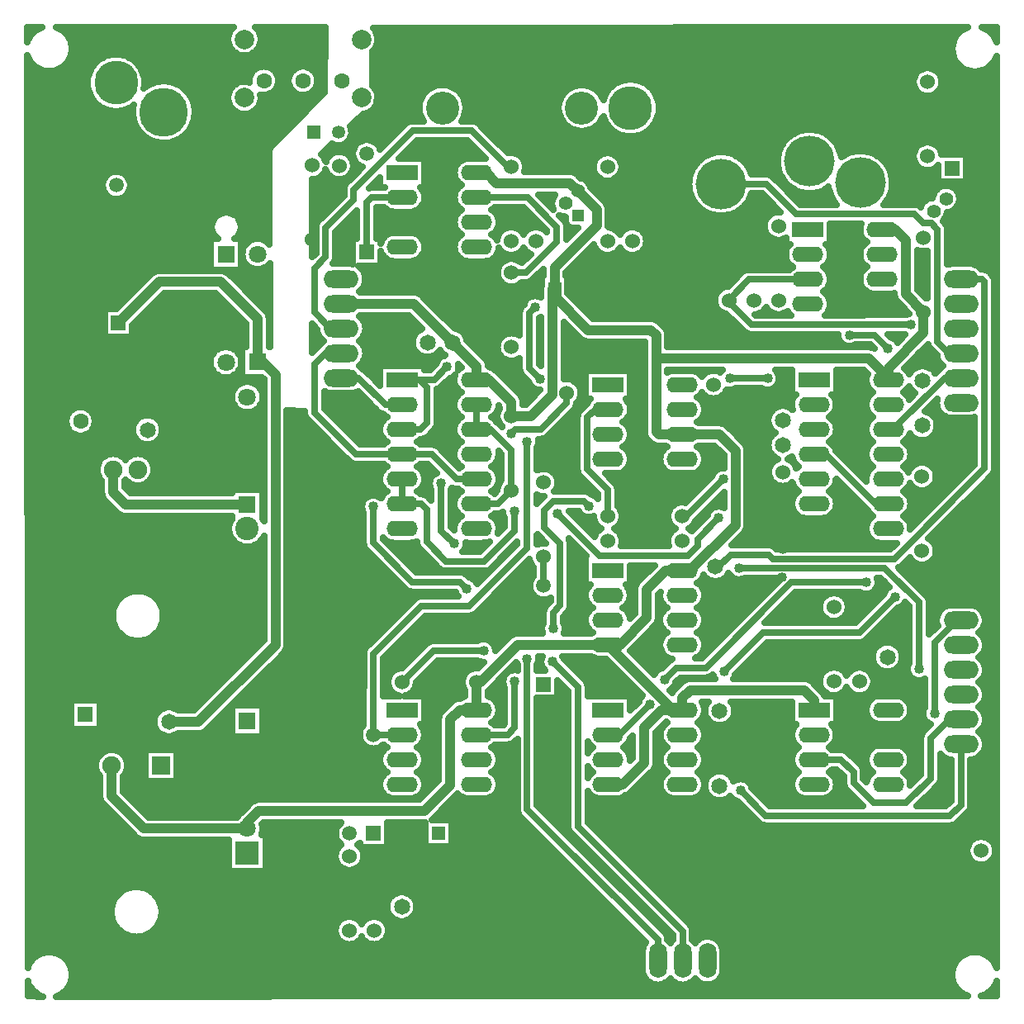
<source format=gbr>
G04 DipTrace 3.3.1.1*
G04 Bottom.gbr*
%MOIN*%
G04 #@! TF.FileFunction,Copper,L2,Bot*
G04 #@! TF.Part,Single*
%AMOUTLINE0*
4,1,4,
-0.022272,0.022272,
0.022272,0.022272,
0.022272,-0.022272,
-0.022272,-0.022272,
-0.022272,0.022272,
0*%
%AMOUTLINE3*
4,1,4,
0.022272,-0.022272,
-0.022272,-0.022272,
-0.022272,0.022272,
0.022272,0.022272,
0.022272,-0.022272,
0*%
G04 #@! TA.AperFunction,Conductor*
%ADD13C,0.025984*%
%ADD14C,0.03937*%
G04 #@! TA.AperFunction,CopperBalancing*
%ADD15C,0.025*%
G04 #@! TA.AperFunction,ComponentPad*
%ADD17R,0.05315X0.05315*%
%ADD18C,0.05315*%
%ADD19C,0.064961*%
%ADD20R,0.059055X0.059055*%
%ADD21C,0.059055*%
%ADD22R,0.062992X0.062992*%
%ADD23C,0.062992*%
%ADD24R,0.070866X0.070866*%
%ADD25C,0.070866*%
%ADD26R,0.094488X0.094488*%
%ADD27C,0.094488*%
%ADD28C,0.177165*%
%ADD29C,0.133858*%
%ADD30C,0.204724*%
%ADD31C,0.19685*%
%ADD32C,0.177165*%
%ADD33C,0.055118*%
%ADD34C,0.06*%
%ADD35C,0.06*%
%ADD36C,0.07874*%
%ADD37C,0.062992*%
%ADD38R,0.125984X0.062992*%
%ADD39O,0.125984X0.062992*%
%ADD40R,0.074803X0.074803*%
%ADD41C,0.074803*%
%ADD42O,0.141732X0.070866*%
%ADD43O,0.070866X0.141732*%
G04 #@! TA.AperFunction,ViaPad*
%ADD44C,0.04*%
G04 #@! TA.AperFunction,ComponentPad*
%ADD107OUTLINE0*%
%ADD110OUTLINE3*%
%FSLAX26Y26*%
G04*
G70*
G90*
G75*
G01*
G04 Bottom*
%LPD*%
X1806163Y971916D2*
D13*
Y923940D1*
X1776509Y894286D1*
X1659220D1*
X1627643Y925864D1*
Y1070218D1*
X4174307Y3001188D2*
X4126987D1*
X4079278Y3048896D1*
Y3501427D1*
X4054772Y3525933D1*
X4022358D1*
X3985488Y3562803D1*
X3510371D1*
X3387965Y3685210D1*
X3206008D1*
X1335261Y2966520D2*
D14*
Y3140156D1*
X1186031Y3289386D1*
X939192D1*
X773419Y3123613D1*
X1335261Y2966520D2*
X1356509D1*
X1407606Y2915423D1*
Y1824513D1*
X1096786Y1513693D1*
X977324D1*
X752146Y2531898D2*
Y2440399D1*
X802448Y2390097D1*
X1293777D1*
X2218731Y1674420D2*
Y1561454D1*
X2219248Y1560937D1*
X1673189Y3201188D2*
X1964345D1*
X2120745Y3044787D1*
X2627299Y3656329D2*
X2596055Y3687573D1*
X2300190D1*
X2257710Y3730054D1*
X2219567D1*
X2120745Y3044787D2*
X2123009D1*
X2219226Y2948571D1*
Y2893597D1*
X2270436D1*
X2359719Y2804314D1*
Y2748831D1*
X1293777Y1082480D2*
Y1106550D1*
X1340272Y1153045D1*
X2007343D1*
X2113017Y1258719D1*
Y1522906D1*
X2151049Y1560937D1*
X2219248D1*
X2750420Y1261045D2*
X2808832D1*
X2895669Y1347882D1*
Y1489882D1*
X2966832Y1561045D1*
X3050420D1*
X3013043D1*
X2749148Y1824940D1*
X2218731Y1674420D2*
X2234811D1*
X2385331Y1824940D1*
X2749148D1*
X2797266D1*
X2905041Y1932714D1*
Y2047541D1*
X2982440Y2124940D1*
X3049148D1*
X3856808Y3499472D2*
X3910064D1*
X3952429Y3457108D1*
Y3239259D1*
X4022749Y3168938D1*
Y3083526D1*
X3881075Y2941852D1*
Y2893667D1*
X3050420Y1561045D2*
Y1610668D1*
X3081605Y1641853D1*
X3540933D1*
X3581075Y1601711D1*
Y1561018D1*
X2533995Y3261294D2*
Y3347173D1*
X2704340Y3517518D1*
Y3579289D1*
X2627299Y3656329D1*
X2359719Y2748831D2*
X2438732D1*
X2524550Y2834648D1*
Y3261294D1*
X2533995D1*
X3049408Y2673900D2*
X3198937D1*
X3264068Y2608769D1*
Y2308609D1*
X3080399Y2124940D1*
X3049148D1*
X746428Y1337076D2*
Y1213004D1*
X876951Y1082480D1*
X1293777D1*
X3881075Y2893667D2*
Y2900224D1*
X3800642Y2980657D1*
X2944088D1*
Y2684870D1*
X2955058Y2673900D1*
X3049408D1*
X2533995Y3261294D2*
Y3230533D1*
X2669869Y3094659D1*
X2922520D1*
X2944088Y3073091D1*
Y2980657D1*
X1919567Y3630054D2*
D13*
X1796962D1*
X1776175Y3609266D1*
Y3409252D1*
X1802496Y2382564D2*
Y2235933D1*
X1960251Y2078178D1*
X2152365D1*
X2179457Y2051087D1*
X2360329Y3326343D2*
X2417833D1*
X2542298Y3450807D1*
Y3512322D1*
X2424566Y3630054D1*
X2219567D1*
X1673189Y3101188D2*
X1629417D1*
X1564308Y3166297D1*
Y3343365D1*
X1610063Y3389119D1*
Y3507743D1*
X1723602Y3621282D1*
Y3660566D1*
X1962570Y3899533D1*
X2199307D1*
X2344199Y3754640D1*
X2359226D1*
X1919248Y1460937D2*
X1803722D1*
X1803337Y1461322D1*
Y1787900D1*
X1996627Y1981190D1*
X2189154D1*
X2423255Y2215291D1*
Y2645617D1*
X2219248Y1460937D2*
X2344461D1*
X2373026Y1489503D1*
Y1676528D1*
X2247797Y1801757D2*
X2046068D1*
X1918731Y1674420D1*
X3183531Y2139831D2*
X3196056D1*
X3243891Y2187665D1*
X3397948D1*
X3413953Y2171660D1*
X3905734D1*
X4269906Y2535832D1*
Y3290709D1*
X4259427Y3301188D1*
X4174307D1*
X1919226Y2493597D2*
Y2393597D1*
X1995353D1*
X2017364Y2371587D1*
Y2240059D1*
X2095228Y2162194D1*
X2250215D1*
X2371273Y2283252D1*
Y2363220D1*
X2545564Y2355018D2*
X2715755Y2184828D1*
X3072407D1*
X3112490Y2224911D1*
Y2252161D1*
X3196541Y2336213D1*
X3277547Y2135186D2*
X3866682D1*
X4005512Y1996357D1*
Y1727570D1*
X2219226Y2793597D2*
Y2693597D1*
Y2393597D2*
X2304486D1*
X2359719Y2448831D1*
X2219226Y2693597D2*
X2276164D1*
X2359719Y2610042D1*
Y2448831D1*
X1919226Y2793597D2*
X1851142D1*
X1743551Y2901188D1*
X1673189D1*
X1919226Y2893597D2*
X1989762D1*
X2019844Y2863516D1*
Y2720383D1*
X1993058Y2693597D1*
X1919226D1*
Y2893597D2*
X2047604D1*
X2100440Y2946433D1*
X2219226Y2493597D2*
X2138736D1*
X2038736Y2593597D1*
X1919226D1*
X1733562D1*
X1565471Y2761688D1*
Y2957693D1*
X1608966Y3001188D1*
X1673189D1*
X2582984Y2840829D2*
Y2800458D1*
X2477236Y2694710D1*
X2375841D1*
X2357665Y2676534D1*
X2950900Y549680D2*
Y633631D1*
X2423747Y1160785D1*
Y1767610D1*
X2128899Y2232693D2*
X2076289Y2285303D1*
Y2475757D1*
X3048770Y2343336D2*
X3065037D1*
X3214134Y2492433D1*
X2748770Y2343336D2*
Y2449877D1*
X2666231Y2532416D1*
Y2742463D1*
X2697668Y2773900D1*
X2749408D1*
X2455852Y3187106D2*
X2432371Y3163626D1*
Y2941349D1*
X2474676Y2899045D1*
X2489392Y2179352D2*
Y2063776D1*
X2490133Y2063035D1*
X3881075Y2393667D2*
X3827406D1*
X3627406Y2593667D1*
X3581075D1*
X3908605Y2017671D2*
X3764567Y1873633D1*
X3375500D1*
X3218088Y1716220D1*
X4174332Y1922928D2*
X4157304D1*
X4067997Y1833621D1*
Y1547367D1*
X3791694Y2076386D2*
X3489619D1*
X3144748Y1731514D1*
X3025037D1*
X2977896Y1684374D1*
X2919522Y1584049D2*
X2796518Y1461045D1*
X2750420D1*
X3237896Y3214761D2*
Y3218545D1*
X3318824Y3299472D1*
X3556808D1*
X3237896Y3214761D2*
Y3207211D1*
X3329012Y3116096D1*
X3973450D1*
X4174332Y1522928D2*
X4127873D1*
X4052496Y1447551D1*
Y1285151D1*
X3953253Y1185908D1*
X3822432D1*
X3740776Y1267564D1*
Y1310420D1*
X3690177Y1361018D1*
X3581075D1*
X3393978Y2899545D2*
X3242652D1*
X3285193Y1236189D2*
X3386900Y1134482D1*
X4130127D1*
X4174332Y1178686D1*
Y1422928D1*
X3879282Y3021727D2*
X3825600Y3075409D1*
X3724495D1*
X2673257Y2385280D2*
X2653650Y2404887D1*
X2529381D1*
X2492031Y2367538D1*
Y2298588D1*
X2556735Y2233885D1*
Y1982773D1*
X2529004Y1955042D1*
Y1890339D1*
X2526000Y1756046D2*
X2628004Y1654042D1*
Y1091818D1*
X3050900Y668921D1*
Y549680D1*
X3881075Y2693667D2*
X3900178D1*
X4107699Y2901188D1*
X4174307D1*
D44*
X1627643Y1070218D3*
X1802496Y2382564D3*
X2179457Y2051087D3*
X2423255Y2645617D3*
X2373026Y1676528D3*
X2247797Y1801757D3*
X2373026Y1676528D3*
X2371273Y2363220D3*
X2545564Y2355018D3*
X3196541Y2336213D3*
X3277547Y2135186D3*
X4005512Y1727570D3*
X2100440Y2946433D3*
X2357665Y2676534D3*
X2423747Y1767610D3*
X2128899Y2232693D3*
X2076289Y2475757D3*
X3214134Y2492433D3*
X2455852Y3187106D3*
X2474676Y2899045D3*
X3908605Y2017671D3*
X3218088Y1716220D3*
X4067997Y1547367D3*
X3791694Y2076386D3*
X2977896Y1684374D3*
X2919522Y1584049D3*
X3973450Y3116096D3*
X3393978Y2899545D3*
X3242652D3*
X3285193Y1236189D3*
X3879282Y3021727D3*
X3724495Y3075409D3*
X2673257Y2385280D3*
X2529004Y1890339D3*
X2526000Y1756046D3*
X3465692Y2883718D3*
X3453563Y2096154D3*
X3284598Y2233472D3*
X408966Y4293262D2*
D15*
X424635D1*
X563016D2*
X1218429D1*
X1345614D2*
X1605440D1*
X579631Y4268394D2*
X1213656D1*
X1350387D2*
X1605332D1*
X586807Y4243525D2*
X1218644D1*
X1345399D2*
X1605260D1*
X586879Y4218656D2*
X1236622D1*
X1327386D2*
X1605152D1*
X579882Y4193787D2*
X705608D1*
X822244D2*
X1605081D1*
X409001Y4168919D2*
X424097D1*
X563555D2*
X674783D1*
X853033D2*
X1604974D1*
X409001Y4144050D2*
X462636D1*
X525014D2*
X658205D1*
X869647D2*
X1318654D1*
X1402671D2*
X1476257D1*
X1560274D2*
X1604902D1*
X409001Y4119181D2*
X649341D1*
X878510D2*
X1302900D1*
X1418424D2*
X1460504D1*
X1576026D2*
X1604794D1*
X409001Y4094312D2*
X646364D1*
X881488D2*
X917181D1*
X996497D2*
X1256538D1*
X1420720D2*
X1458243D1*
X1578287D2*
X1604722D1*
X409001Y4069444D2*
X648803D1*
X1041173D2*
X1224924D1*
X1411427D2*
X1467537D1*
X1569029D2*
X1604614D1*
X409037Y4044575D2*
X657092D1*
X1063134D2*
X1214769D1*
X1373676D2*
X1505251D1*
X1531280D2*
X1593992D1*
X409037Y4019706D2*
X672845D1*
X1076017D2*
X1214912D1*
X1349096D2*
X1569555D1*
X409037Y3994837D2*
X701625D1*
X1082692D2*
X1225534D1*
X1338474D2*
X1545118D1*
X409037Y3969969D2*
X829516D1*
X1084163D2*
X1259085D1*
X1304921D2*
X1520681D1*
X409037Y3945100D2*
X833068D1*
X1080610D2*
X1496280D1*
X409037Y3920231D2*
X842076D1*
X1071567D2*
X1471843D1*
X409073Y3895362D2*
X858152D1*
X1055526D2*
X1447406D1*
X409073Y3870493D2*
X885997D1*
X1027681D2*
X1422969D1*
X409073Y3845625D2*
X1398531D1*
X409073Y3820756D2*
X1380912D1*
X409073Y3795887D2*
X1380949D1*
X409073Y3771018D2*
X1380984D1*
X409109Y3746150D2*
X1380984D1*
X409109Y3721281D2*
X725308D1*
X804875D2*
X1381020D1*
X409109Y3696412D2*
X709197D1*
X820988D2*
X1381056D1*
X409109Y3671543D2*
X707115D1*
X823033D2*
X1381056D1*
X409109Y3646675D2*
X717163D1*
X812986D2*
X1381092D1*
X409144Y3621806D2*
X1381127D1*
X409144Y3596937D2*
X1381127D1*
X409144Y3572068D2*
X1381164D1*
X409144Y3547199D2*
X1160045D1*
X1258381D2*
X1381199D1*
X409144Y3522331D2*
X1148814D1*
X1269612D2*
X1381199D1*
X409144Y3497462D2*
X1149352D1*
X1269073D2*
X1381235D1*
X409181Y3472593D2*
X1162055D1*
X1256335D2*
X1381272D1*
X409181Y3447724D2*
X1142820D1*
X1271693D2*
X1291490D1*
X409181Y3422856D2*
X1142820D1*
X409181Y3397987D2*
X1142820D1*
X409181Y3373118D2*
X1142820D1*
X409181Y3348249D2*
X1142820D1*
X1271693D2*
X1301249D1*
X1369262D2*
X1381379D1*
X409217Y3323381D2*
X905448D1*
X1219769D2*
X1381415D1*
X409217Y3298512D2*
X880508D1*
X1244709D2*
X1381450D1*
X409217Y3273643D2*
X855639D1*
X1269576D2*
X1381450D1*
X409217Y3248774D2*
X830772D1*
X1294444D2*
X1381487D1*
X409217Y3223906D2*
X805904D1*
X941522D2*
X1183693D1*
X1319311D2*
X1381522D1*
X409252Y3199037D2*
X781037D1*
X916655D2*
X1208560D1*
X1344178D2*
X1381522D1*
X409252Y3174168D2*
X714902D1*
X891787D2*
X1233428D1*
X1369047D2*
X1381558D1*
X409252Y3149299D2*
X714902D1*
X866920D2*
X1258297D1*
X409252Y3124430D2*
X714902D1*
X842051D2*
X1283199D1*
X409252Y3099562D2*
X714902D1*
X831932D2*
X1286573D1*
X409252Y3074693D2*
X714902D1*
X831932D2*
X1286573D1*
X409289Y3049824D2*
X1286573D1*
X409289Y3024955D2*
X1187425D1*
X1227052D2*
X1270820D1*
X409289Y3000087D2*
X1153371D1*
X1261108D2*
X1270820D1*
X409289Y2975218D2*
X1143610D1*
X409289Y2950349D2*
X1144723D1*
X409289Y2925480D2*
X1157497D1*
X1257017D2*
X1270820D1*
X409324Y2900612D2*
X1354609D1*
X409324Y2875743D2*
X1255605D1*
X1331979D2*
X1358916D1*
X409324Y2850874D2*
X1234971D1*
X409324Y2826005D2*
X1229374D1*
X409324Y2801136D2*
X1234182D1*
X409360Y2776268D2*
X588841D1*
X652619D2*
X1253236D1*
X1334311D2*
X1358916D1*
X409360Y2751399D2*
X565983D1*
X675513D2*
X1358916D1*
X409360Y2726530D2*
X560241D1*
X681219D2*
X840640D1*
X941630D2*
X1358916D1*
X409360Y2701661D2*
X565731D1*
X675728D2*
X830413D1*
X951857D2*
X1358916D1*
X409360Y2676793D2*
X588016D1*
X653480D2*
X831741D1*
X950566D2*
X1358916D1*
X409360Y2651924D2*
X845629D1*
X936643D2*
X1358916D1*
X409396Y2627055D2*
X1358916D1*
X409396Y2602186D2*
X1358916D1*
X409396Y2577318D2*
X704711D1*
X899573D2*
X1358916D1*
X409396Y2552449D2*
X689136D1*
X915148D2*
X1358916D1*
X409396Y2527580D2*
X685908D1*
X918378D2*
X1358916D1*
X409396Y2502711D2*
X692798D1*
X911488D2*
X1358916D1*
X409432Y2477843D2*
X703455D1*
X800820D2*
X815593D1*
X888701D2*
X1358916D1*
X409432Y2452974D2*
X703455D1*
X807387D2*
X1358916D1*
X409432Y2428105D2*
X705142D1*
X409432Y2403236D2*
X721505D1*
X409432Y2378367D2*
X746373D1*
X409467Y2353499D2*
X771778D1*
X409467Y2328630D2*
X1226252D1*
X409467Y2303761D2*
X1218214D1*
X409467Y2278892D2*
X1219075D1*
X409467Y2254024D2*
X1229230D1*
X409467Y2229155D2*
X1255928D1*
X1331656D2*
X1358916D1*
X409504Y2204286D2*
X1358916D1*
X409504Y2179417D2*
X1358916D1*
X409504Y2154549D2*
X1358916D1*
X409504Y2129680D2*
X1358916D1*
X409504Y2104811D2*
X1358916D1*
X409504Y2079942D2*
X1358916D1*
X409539Y2055073D2*
X1358916D1*
X409539Y2030205D2*
X801131D1*
X903343D2*
X1358916D1*
X409539Y2005336D2*
X771276D1*
X933234D2*
X1358916D1*
X409539Y1980467D2*
X756385D1*
X948126D2*
X1358916D1*
X409539Y1955598D2*
X749530D1*
X954979D2*
X1358916D1*
X409576Y1930730D2*
X749100D1*
X955409D2*
X1358916D1*
X409576Y1905861D2*
X754984D1*
X949525D2*
X1358916D1*
X409576Y1880992D2*
X768549D1*
X935925D2*
X1358916D1*
X409576Y1856123D2*
X795282D1*
X909227D2*
X1358916D1*
X409576Y1831255D2*
X1346535D1*
X409576Y1806386D2*
X1321668D1*
X409612Y1781517D2*
X1296801D1*
X409612Y1756648D2*
X1271932D1*
X409612Y1731780D2*
X1247064D1*
X409612Y1706911D2*
X1222197D1*
X1357815D2*
X1382993D1*
X409612Y1682042D2*
X1197329D1*
X1332948D2*
X1383030D1*
X409612Y1657173D2*
X1172461D1*
X1308080D2*
X1383030D1*
X409647Y1632304D2*
X1147593D1*
X1283211D2*
X1383066D1*
X409647Y1607436D2*
X1122726D1*
X1258344D2*
X1383101D1*
X409647Y1582567D2*
X578972D1*
X699950D2*
X1097858D1*
X1233476D2*
X1383101D1*
X409647Y1557698D2*
X578972D1*
X699950D2*
X935554D1*
X1208609D2*
X1229337D1*
X1358210D2*
X1383138D1*
X409647Y1532829D2*
X578972D1*
X699950D2*
X919047D1*
X1183741D2*
X1229337D1*
X1358210D2*
X1383173D1*
X409684Y1507961D2*
X578972D1*
X699950D2*
X916140D1*
X1158873D2*
X1229337D1*
X1358210D2*
X1383173D1*
X409684Y1483092D2*
X924429D1*
X1134005D2*
X1229337D1*
X1358210D2*
X1383209D1*
X409684Y1458223D2*
X954787D1*
X999835D2*
X1229337D1*
X1358210D2*
X1383245D1*
X409684Y1433354D2*
X1383245D1*
X409684Y1408486D2*
X1383281D1*
X409684Y1383617D2*
X700154D1*
X792711D2*
X880041D1*
X1012824D2*
X1383316D1*
X409719Y1358748D2*
X683827D1*
X809038D2*
X880041D1*
X1012824D2*
X1383316D1*
X409719Y1333879D2*
X680130D1*
X812735D2*
X880041D1*
X1012824D2*
X1383353D1*
X409719Y1309010D2*
X686517D1*
X806311D2*
X880041D1*
X1012824D2*
X1383388D1*
X409719Y1284142D2*
X697749D1*
X795115D2*
X880041D1*
X1012824D2*
X1383388D1*
X409719Y1259273D2*
X697749D1*
X795115D2*
X1383424D1*
X409719Y1234404D2*
X697749D1*
X795115D2*
X1383461D1*
X409755Y1209535D2*
X697892D1*
X817686D2*
X1383461D1*
X409755Y1184667D2*
X707474D1*
X842554D2*
X1304084D1*
X409755Y1159798D2*
X731840D1*
X867421D2*
X1279217D1*
X409755Y1134929D2*
X756707D1*
X892290D2*
X1254852D1*
X409755Y1110060D2*
X781575D1*
X409791Y1085192D2*
X806442D1*
X1358138D2*
X1383604D1*
X409791Y1060323D2*
X831310D1*
X1354119D2*
X1383639D1*
X409791Y1035454D2*
X1217531D1*
X1370016D2*
X1383639D1*
X409791Y1010585D2*
X1217531D1*
X1370016D2*
X1383676D1*
X409791Y985717D2*
X1217531D1*
X1370016D2*
X1383711D1*
X409791Y960848D2*
X1217531D1*
X1370016D2*
X1383711D1*
X409827Y935979D2*
X1217531D1*
X1370016D2*
X1383747D1*
X409827Y911110D2*
X1217531D1*
X1370016D2*
X1383783D1*
X409827Y886241D2*
X1383783D1*
X409827Y861373D2*
X1383819D1*
X409827Y836504D2*
X797364D1*
X895520D2*
X1383854D1*
X409827Y811635D2*
X766360D1*
X926559D2*
X1383854D1*
X409862Y786766D2*
X751037D1*
X941882D2*
X1383891D1*
X409862Y761898D2*
X743896D1*
X949022D2*
X1383927D1*
X409862Y737029D2*
X743214D1*
X949705D2*
X1383927D1*
X409862Y712160D2*
X748812D1*
X944106D2*
X1383962D1*
X409862Y687291D2*
X761982D1*
X930937D2*
X1383999D1*
X409899Y662423D2*
X787819D1*
X905100D2*
X1383999D1*
X409899Y637554D2*
X1384034D1*
X409899Y612685D2*
X1384071D1*
X409899Y587816D2*
X1384071D1*
X409899Y562948D2*
X433534D1*
X556306D2*
X1384106D1*
X576940Y538079D2*
X1384142D1*
X586556Y513210D2*
X1384142D1*
X588673Y488341D2*
X1384178D1*
X583865Y463472D2*
X1384214D1*
X409934Y438604D2*
X419094D1*
X570768D2*
X1384249D1*
X409934Y413735D2*
X447134D1*
X542706D2*
X1384249D1*
X726585Y3179633D2*
X764156D1*
X909202Y3324499D1*
X915064Y3328759D1*
X921520Y3332049D1*
X928412Y3334287D1*
X935568Y3335421D1*
X966751Y3335563D1*
X1189655Y3335421D1*
X1196811Y3334287D1*
X1203703Y3332049D1*
X1210159Y3328759D1*
X1216021Y3324499D1*
X1238171Y3302551D1*
X1370374Y3170146D1*
X1374634Y3164283D1*
X1377924Y3157828D1*
X1380163Y3150936D1*
X1381297Y3143780D1*
X1381438Y3112597D1*
Y3028449D1*
X1384182Y3028445D1*
X1383871Y3363182D1*
X1379049Y3357772D1*
X1371660Y3351461D1*
X1363374Y3346383D1*
X1354398Y3342664D1*
X1344949Y3340396D1*
X1335261Y3339634D1*
X1325573Y3340396D1*
X1316125Y3342664D1*
X1307148Y3346383D1*
X1298862Y3351461D1*
X1291474Y3357772D1*
X1285163Y3365160D1*
X1280085Y3373446D1*
X1276366Y3382423D1*
X1274098Y3391871D1*
X1273336Y3401559D1*
X1274098Y3411247D1*
X1276366Y3420696D1*
X1280085Y3429672D1*
X1285163Y3437958D1*
X1291474Y3445346D1*
X1298862Y3451657D1*
X1307148Y3456735D1*
X1316125Y3460454D1*
X1325573Y3462722D1*
X1335261Y3463484D1*
X1344949Y3462722D1*
X1354398Y3460454D1*
X1363374Y3456735D1*
X1371660Y3451657D1*
X1379049Y3445346D1*
X1383795Y3439941D1*
X1383559Y3824429D1*
X1384332Y3827264D1*
X1385745Y3829840D1*
X1393444Y3837896D1*
X1607064Y4055335D1*
X1608010Y4316774D1*
X1326614Y4317101D1*
X1332096Y4311424D1*
X1338171Y4303063D1*
X1342864Y4293854D1*
X1346056Y4284025D1*
X1347673Y4273818D1*
Y4263482D1*
X1346056Y4253274D1*
X1342864Y4243445D1*
X1338171Y4234236D1*
X1332096Y4225875D1*
X1324789Y4218568D1*
X1316428Y4212493D1*
X1307219Y4207801D1*
X1297390Y4204608D1*
X1287182Y4202991D1*
X1276846D1*
X1266639Y4204608D1*
X1256810Y4207801D1*
X1247601Y4212493D1*
X1239240Y4218568D1*
X1231933Y4225875D1*
X1225858Y4234236D1*
X1221165Y4243445D1*
X1217972Y4253274D1*
X1216356Y4263482D1*
Y4273818D1*
X1217972Y4284025D1*
X1221165Y4293854D1*
X1225858Y4303063D1*
X1231933Y4311424D1*
X1237593Y4317210D1*
X521159Y4317991D1*
X528801Y4315214D1*
X535316Y4312210D1*
X541576Y4308705D1*
X547542Y4304719D1*
X553176Y4300277D1*
X558444Y4295407D1*
X563314Y4290139D1*
X567756Y4284505D1*
X571741Y4278539D1*
X575247Y4272280D1*
X578251Y4265764D1*
X580734Y4259033D1*
X582681Y4252129D1*
X584081Y4245092D1*
X584924Y4237967D1*
X585206Y4230798D1*
X584924Y4223629D1*
X584081Y4216504D1*
X582681Y4209467D1*
X580734Y4202563D1*
X578251Y4195832D1*
X575247Y4189316D1*
X571741Y4183056D1*
X567756Y4177091D1*
X563314Y4171457D1*
X558444Y4166189D1*
X553176Y4161319D1*
X547542Y4156877D1*
X541576Y4152891D1*
X535316Y4149386D1*
X528801Y4146382D1*
X522070Y4143899D1*
X515165Y4141951D1*
X508129Y4140551D1*
X501004Y4139709D1*
X493835Y4139427D1*
X486665Y4139709D1*
X479541Y4140551D1*
X472504Y4141951D1*
X465600Y4143899D1*
X458869Y4146382D1*
X452353Y4149386D1*
X446093Y4152891D1*
X440127Y4156877D1*
X434493Y4161319D1*
X429226Y4166189D1*
X424356Y4171457D1*
X419913Y4177091D1*
X415928Y4183056D1*
X412423Y4189316D1*
X409419Y4195832D1*
X406487Y4204154D1*
X407419Y519411D1*
X410497Y528054D1*
X413501Y534570D1*
X417007Y540829D1*
X420992Y546795D1*
X425434Y552429D1*
X430304Y557697D1*
X435572Y562567D1*
X441206Y567009D1*
X447172Y570995D1*
X453432Y574500D1*
X459948Y577504D1*
X466678Y579987D1*
X473583Y581934D1*
X480619Y583335D1*
X487744Y584177D1*
X494913Y584459D1*
X502083Y584177D1*
X509207Y583335D1*
X516244Y581934D1*
X523148Y579987D1*
X529879Y577504D1*
X536395Y574500D1*
X542655Y570995D1*
X548621Y567009D1*
X554255Y562567D1*
X559522Y557697D1*
X564392Y552429D1*
X568835Y546795D1*
X572820Y540829D1*
X576325Y534570D1*
X579329Y528054D1*
X581812Y521323D1*
X583760Y514419D1*
X585160Y507382D1*
X586003Y500257D1*
X586285Y493088D1*
X586003Y485919D1*
X585160Y478794D1*
X583760Y471757D1*
X581812Y464853D1*
X579329Y458122D1*
X576325Y451606D1*
X572820Y445346D1*
X568835Y439381D1*
X564392Y433747D1*
X559522Y428479D1*
X554255Y423609D1*
X548621Y419167D1*
X542655Y415181D1*
X536395Y411676D1*
X529879Y408672D1*
X521126Y405618D1*
X1386761Y405033D1*
X1386079Y1106857D1*
X1359382Y1106867D1*
X1353005Y1100474D1*
X1354940Y1092168D1*
X1355702Y1082480D1*
X1354940Y1072793D1*
X1352672Y1063344D1*
X1350663Y1058075D1*
X1367513Y1058084D1*
Y910612D1*
X1220041D1*
Y1036314D1*
X873328Y1036445D1*
X866172Y1037579D1*
X859281Y1039818D1*
X852824Y1043108D1*
X846962Y1047367D1*
X824812Y1069315D1*
X711315Y1183014D1*
X707055Y1188877D1*
X703765Y1195333D1*
X701526Y1202224D1*
X700392Y1209381D1*
X700251Y1240563D1*
Y1292919D1*
X694736Y1299520D1*
X689499Y1308070D1*
X685661Y1317332D1*
X683320Y1327081D1*
X682534Y1337076D1*
X683320Y1347071D1*
X685661Y1356820D1*
X689499Y1366083D1*
X694736Y1374633D1*
X701248Y1382256D1*
X708871Y1388768D1*
X717421Y1394005D1*
X726684Y1397843D1*
X736433Y1400184D1*
X746428Y1400970D1*
X756423Y1400184D1*
X766172Y1397843D1*
X775434Y1394005D1*
X783984Y1388768D1*
X791608Y1382256D1*
X798119Y1374633D1*
X803357Y1366083D1*
X807194Y1356820D1*
X809535Y1347071D1*
X810322Y1337076D1*
X809535Y1327081D1*
X807194Y1317332D1*
X803357Y1308070D1*
X798119Y1299520D1*
X792605Y1292976D1*
Y1232115D1*
X896079Y1128657D1*
X1252551D1*
X1254404Y1130678D1*
X1258664Y1136541D1*
X1280612Y1158690D1*
X1310281Y1188157D1*
X1316143Y1192417D1*
X1322600Y1195707D1*
X1329491Y1197946D1*
X1336648Y1199080D1*
X1367831Y1199222D1*
X1386024D1*
X1385462Y1737055D1*
X1126776Y1478580D1*
X1120913Y1474320D1*
X1114458Y1471030D1*
X1107566Y1468791D1*
X1100409Y1467657D1*
X1069227Y1467516D1*
X1014001D1*
X1008138Y1463411D1*
X999892Y1459210D1*
X991091Y1456350D1*
X981951Y1454903D1*
X972697D1*
X963558Y1456350D1*
X954756Y1459210D1*
X946510Y1463411D1*
X939025Y1468850D1*
X932482Y1475394D1*
X927042Y1482879D1*
X922841Y1491125D1*
X919982Y1499927D1*
X918534Y1509066D1*
Y1518320D1*
X919982Y1527459D1*
X922841Y1536261D1*
X927042Y1544507D1*
X932482Y1551992D1*
X939025Y1558535D1*
X946510Y1563975D1*
X954756Y1568176D1*
X963558Y1571035D1*
X972697Y1572483D1*
X981951D1*
X991091Y1571035D1*
X999892Y1568176D1*
X1008138Y1563975D1*
X1014070Y1559870D1*
X1077692D1*
X1361441Y1843652D1*
X1361429Y2264560D1*
X1356647Y2255331D1*
X1349846Y2245970D1*
X1341665Y2237789D1*
X1332304Y2230988D1*
X1321995Y2225735D1*
X1310991Y2222159D1*
X1299562Y2220349D1*
X1287992D1*
X1276563Y2222159D1*
X1265559Y2225735D1*
X1255249Y2230988D1*
X1245888Y2237789D1*
X1237707Y2245970D1*
X1230907Y2255331D1*
X1225654Y2265640D1*
X1222077Y2276644D1*
X1220268Y2288073D1*
Y2299643D1*
X1222077Y2311072D1*
X1225654Y2322076D1*
X1230907Y2332386D1*
X1231849Y2333795D1*
X1231852Y2343925D1*
X798824Y2344062D1*
X791668Y2345196D1*
X784776Y2347434D1*
X778320Y2350724D1*
X772458Y2354984D1*
X750308Y2376932D1*
X717033Y2410409D1*
X712773Y2416272D1*
X709483Y2422727D1*
X707244Y2429619D1*
X706110Y2436776D1*
X705969Y2467958D1*
Y2487730D1*
X700454Y2494341D1*
X695217Y2502891D1*
X691379Y2512154D1*
X689038Y2521903D1*
X688252Y2531898D1*
X689038Y2541892D1*
X691379Y2551642D1*
X695217Y2560904D1*
X700454Y2569454D1*
X706966Y2577077D1*
X714589Y2583589D1*
X723139Y2588827D1*
X732402Y2592664D1*
X742151Y2595005D1*
X752146Y2595791D1*
X762140Y2595005D1*
X771890Y2592664D1*
X781152Y2588827D1*
X789702Y2583589D1*
X797325Y2577077D1*
X802126Y2571623D1*
X806966Y2577077D1*
X814589Y2583589D1*
X823139Y2588827D1*
X832402Y2592664D1*
X842151Y2595005D1*
X852146Y2595791D1*
X862140Y2595005D1*
X871890Y2592664D1*
X881152Y2588827D1*
X889702Y2583589D1*
X897325Y2577077D1*
X903837Y2569454D1*
X909075Y2560904D1*
X912912Y2551642D1*
X915253Y2541892D1*
X916039Y2531898D1*
X915253Y2521903D1*
X912912Y2512154D1*
X909075Y2502891D1*
X903837Y2494341D1*
X897325Y2486718D1*
X889702Y2480206D1*
X881152Y2474969D1*
X871890Y2471131D1*
X862140Y2468790D1*
X852146Y2468004D1*
X842151Y2468790D1*
X832402Y2471131D1*
X823139Y2474969D1*
X814589Y2480206D1*
X806966Y2486718D1*
X802165Y2492172D1*
X798323Y2487798D1*
Y2459520D1*
X821564Y2436285D1*
X1231874Y2436274D1*
X1231852Y2452022D1*
X1355702D1*
Y2333856D1*
X1359476Y2327333D1*
X1361436Y2323083D1*
X1361429Y2896266D1*
X1353108Y2904617D1*
X1273336Y2904594D1*
Y3028445D1*
X1289089D1*
X1289084Y3121001D1*
X1166883Y3243230D1*
X958346Y3243209D1*
X829420Y3114310D1*
X829438Y3067593D1*
X717399D1*
Y3179633D1*
X726585D1*
X820930Y3675072D2*
X819556Y3666390D1*
X816840Y3658029D1*
X812849Y3650197D1*
X807681Y3643085D1*
X801466Y3636870D1*
X794354Y3631702D1*
X786522Y3627711D1*
X778161Y3624995D1*
X769479Y3623621D1*
X760689D1*
X752007Y3624995D1*
X743646Y3627711D1*
X735814Y3631702D1*
X728702Y3636870D1*
X722487Y3643085D1*
X717319Y3650197D1*
X713328Y3658029D1*
X710612Y3666390D1*
X709238Y3675072D1*
Y3683862D1*
X710612Y3692545D1*
X713328Y3700906D1*
X717319Y3708738D1*
X722487Y3715849D1*
X728702Y3722064D1*
X735814Y3727232D1*
X743646Y3731223D1*
X752007Y3733940D1*
X760689Y3735314D1*
X769479D1*
X778161Y3733940D1*
X786522Y3731223D1*
X794354Y3727232D1*
X801466Y3722064D1*
X807681Y3715849D1*
X812849Y3708738D1*
X816840Y3700906D1*
X819556Y3692545D1*
X820930Y3683862D1*
Y3675072D1*
X949933Y2687640D2*
X948486Y2678501D1*
X945626Y2669699D1*
X941425Y2661454D1*
X935986Y2653969D1*
X929442Y2647425D1*
X921957Y2641986D1*
X913711Y2637785D1*
X904909Y2634925D1*
X895770Y2633478D1*
X886516D1*
X877377Y2634925D1*
X868575Y2637785D1*
X860329Y2641986D1*
X852844Y2647425D1*
X846301Y2653969D1*
X840861Y2661454D1*
X836660Y2669699D1*
X833801Y2678501D1*
X832353Y2687640D1*
Y2696895D1*
X833801Y2706034D1*
X836660Y2714836D1*
X840861Y2723081D1*
X846301Y2730567D1*
X852844Y2737110D1*
X860329Y2742550D1*
X868575Y2746751D1*
X877377Y2749610D1*
X886516Y2751058D1*
X895770D1*
X904909Y2749610D1*
X913711Y2746751D1*
X921957Y2742550D1*
X929442Y2737110D1*
X935986Y2730567D1*
X941425Y2723081D1*
X945626Y2714836D1*
X948486Y2706034D1*
X949933Y2696895D1*
Y2687640D1*
X590655Y1601530D2*
X697445D1*
Y1485554D1*
X581469D1*
Y1601530D1*
X590655D1*
X678546Y2721724D2*
X677122Y2712738D1*
X674310Y2704083D1*
X670180Y2695975D1*
X664831Y2688614D1*
X658396Y2682180D1*
X651035Y2676831D1*
X642928Y2672701D1*
X634273Y2669888D1*
X625286Y2668465D1*
X616186D1*
X607199Y2669888D1*
X598545Y2672701D1*
X590437Y2676831D1*
X583076Y2682180D1*
X576642Y2688614D1*
X571293Y2695975D1*
X567163Y2704083D1*
X564350Y2712738D1*
X562927Y2721724D1*
Y2730824D1*
X564350Y2739811D1*
X567163Y2748466D1*
X571293Y2756573D1*
X576642Y2763934D1*
X583076Y2770369D1*
X590437Y2775718D1*
X598545Y2779848D1*
X607199Y2782660D1*
X616186Y2784084D1*
X625286D1*
X634273Y2782660D1*
X642928Y2779848D1*
X651035Y2775718D1*
X658396Y2770369D1*
X664831Y2763934D1*
X670180Y2756573D1*
X674310Y2748466D1*
X677122Y2739811D1*
X678546Y2730824D1*
Y2721724D1*
X1267991Y3506514D2*
X1266543Y3497375D1*
X1263684Y3488573D1*
X1259483Y3480328D1*
X1254043Y3472843D1*
X1247500Y3466299D1*
X1242406Y3462457D1*
X1269176Y3462463D1*
Y3338613D1*
X1145325D1*
Y3462463D1*
X1175934D1*
X1170902Y3466299D1*
X1164358Y3472843D1*
X1158919Y3480328D1*
X1154718Y3488573D1*
X1151858Y3497375D1*
X1150411Y3506514D1*
Y3515769D1*
X1151858Y3524908D1*
X1154718Y3533710D1*
X1158919Y3541955D1*
X1164358Y3549441D1*
X1170902Y3555984D1*
X1178387Y3561424D1*
X1186633Y3565625D1*
X1195434Y3568484D1*
X1204573Y3569932D1*
X1213828D1*
X1222967Y3568484D1*
X1231769Y3565625D1*
X1240014Y3561424D1*
X1247500Y3555984D1*
X1254043Y3549441D1*
X1259483Y3541955D1*
X1263684Y3533710D1*
X1266543Y3524908D1*
X1267991Y3515769D1*
Y3506514D1*
X1268986Y2960640D2*
X1267465Y2951042D1*
X1264462Y2941801D1*
X1260051Y2933143D1*
X1254339Y2925281D1*
X1247469Y2918411D1*
X1239606Y2912698D1*
X1230949Y2908287D1*
X1221707Y2905285D1*
X1212109Y2903764D1*
X1202392D1*
X1192794Y2905285D1*
X1183552Y2908287D1*
X1174895Y2912698D1*
X1167033Y2918411D1*
X1160163Y2925281D1*
X1154450Y2933143D1*
X1150039Y2941801D1*
X1147037Y2951042D1*
X1145516Y2960640D1*
Y2970357D1*
X1147037Y2979955D1*
X1150039Y2989197D1*
X1154450Y2997854D1*
X1160163Y3005717D1*
X1167033Y3012587D1*
X1174895Y3018299D1*
X1183552Y3022710D1*
X1192794Y3025713D1*
X1202392Y3027234D1*
X1212109D1*
X1221707Y3025713D1*
X1230949Y3022710D1*
X1239606Y3018299D1*
X1247469Y3012587D1*
X1254339Y3005717D1*
X1260051Y2997854D1*
X1264462Y2989197D1*
X1267465Y2979955D1*
X1268986Y2970357D1*
Y2960640D1*
X1241038Y1579445D2*
X1355702D1*
Y1455594D1*
X1231852D1*
Y1579445D1*
X1241038D1*
X1355512Y2820278D2*
X1353991Y2810680D1*
X1350988Y2801438D1*
X1346577Y2792781D1*
X1340865Y2784919D1*
X1333995Y2778049D1*
X1326133Y2772336D1*
X1317475Y2767925D1*
X1308234Y2764923D1*
X1298635Y2763402D1*
X1288919D1*
X1279320Y2764923D1*
X1270079Y2767925D1*
X1261421Y2772336D1*
X1253559Y2778049D1*
X1246689Y2784919D1*
X1240976Y2792781D1*
X1236566Y2801438D1*
X1233563Y2810680D1*
X1232042Y2820278D1*
Y2829995D1*
X1233563Y2839593D1*
X1236566Y2848835D1*
X1240976Y2857492D1*
X1246689Y2865354D1*
X1253559Y2872224D1*
X1261421Y2877937D1*
X1270079Y2882348D1*
X1279320Y2885350D1*
X1288919Y2886871D1*
X1298635D1*
X1308234Y2885350D1*
X1317475Y2882348D1*
X1326133Y2877937D1*
X1333995Y2872224D1*
X1340865Y2865354D1*
X1346577Y2857492D1*
X1350988Y2848835D1*
X1353991Y2839593D1*
X1355512Y2829995D1*
Y2820278D1*
X1081416Y3965874D2*
X1080404Y3956745D1*
X1078726Y3947717D1*
X1076387Y3938835D1*
X1073403Y3930148D1*
X1069789Y3921706D1*
X1065564Y3913551D1*
X1060752Y3905728D1*
X1055378Y3898281D1*
X1049470Y3891248D1*
X1043063Y3884668D1*
X1036189Y3878577D1*
X1028886Y3873008D1*
X1021194Y3867990D1*
X1013154Y3863551D1*
X1004808Y3859714D1*
X996205Y3856501D1*
X987388Y3853929D1*
X978407Y3852012D1*
X969308Y3850760D1*
X960142Y3850178D1*
X950958Y3850273D1*
X941806Y3851043D1*
X932735Y3852482D1*
X923795Y3854584D1*
X915033Y3857337D1*
X906497Y3860727D1*
X898234Y3864735D1*
X890286Y3869339D1*
X882699Y3874514D1*
X875512Y3880232D1*
X868765Y3886465D1*
X862495Y3893175D1*
X856734Y3900327D1*
X851514Y3907885D1*
X846864Y3915804D1*
X842807Y3924045D1*
X839367Y3932560D1*
X836563Y3941306D1*
X834409Y3950234D1*
X832916Y3959295D1*
X832093Y3968444D1*
X831945Y3977626D1*
X832472Y3986795D1*
X833671Y3995902D1*
X835091Y4002751D1*
X824049Y3995046D1*
X816165Y3990630D1*
X807959Y3986848D1*
X799483Y3983720D1*
X790786Y3981268D1*
X781924Y3979505D1*
X772951Y3978442D1*
X763923Y3978088D1*
X754894Y3978442D1*
X745921Y3979505D1*
X737059Y3981268D1*
X728362Y3983720D1*
X719886Y3986848D1*
X711680Y3990630D1*
X703797Y3995046D1*
X696283Y4000066D1*
X689188Y4005659D1*
X682552Y4011793D1*
X676419Y4018428D1*
X670825Y4025524D1*
X665806Y4033037D1*
X661390Y4040920D1*
X657608Y4049126D1*
X654480Y4057602D1*
X652028Y4066299D1*
X650265Y4075161D1*
X649202Y4084134D1*
X648848Y4093163D1*
X649202Y4102192D1*
X650265Y4111164D1*
X652028Y4120026D1*
X654480Y4128723D1*
X657608Y4137199D1*
X661390Y4145406D1*
X665806Y4153289D1*
X670825Y4160802D1*
X676419Y4167898D1*
X682552Y4174533D1*
X689188Y4180667D1*
X696283Y4186260D1*
X703797Y4191280D1*
X711680Y4195696D1*
X719886Y4199478D1*
X728362Y4202605D1*
X737059Y4205058D1*
X745921Y4206820D1*
X754894Y4207883D1*
X763923Y4208238D1*
X772951Y4207883D1*
X781924Y4206820D1*
X790786Y4205058D1*
X799483Y4202605D1*
X807959Y4199478D1*
X816165Y4195696D1*
X824049Y4191280D1*
X831562Y4186260D1*
X838657Y4180667D1*
X845293Y4174533D1*
X851427Y4167898D1*
X857020Y4160802D1*
X862039Y4153289D1*
X866455Y4145406D1*
X870238Y4137199D1*
X873365Y4128723D1*
X875818Y4120026D1*
X877580Y4111164D1*
X878643Y4102192D1*
X878997Y4093163D1*
X878643Y4084134D1*
X877580Y4075161D1*
X876734Y4070903D1*
X886904Y4078560D1*
X894698Y4083419D1*
X902828Y4087692D1*
X911249Y4091354D1*
X919917Y4094390D1*
X928786Y4096780D1*
X937806Y4098512D1*
X946928Y4099576D1*
X956104Y4099967D1*
X965283Y4099684D1*
X974417Y4098726D1*
X983457Y4097100D1*
X992352Y4094815D1*
X1001055Y4091882D1*
X1009520Y4088316D1*
X1017699Y4084139D1*
X1025550Y4079373D1*
X1033029Y4074042D1*
X1040096Y4068177D1*
X1046713Y4061807D1*
X1052844Y4054970D1*
X1058457Y4047699D1*
X1063520Y4040037D1*
X1068005Y4032022D1*
X1071891Y4023701D1*
X1075155Y4015115D1*
X1077778Y4006315D1*
X1079748Y3997344D1*
X1081054Y3988253D1*
X1081753Y3975052D1*
X1081416Y3965874D1*
X1347673Y4027419D2*
X1346056Y4017211D1*
X1342864Y4007382D1*
X1338171Y3998173D1*
X1332096Y3989812D1*
X1324789Y3982505D1*
X1316428Y3976430D1*
X1307219Y3971738D1*
X1297390Y3968545D1*
X1287182Y3966928D1*
X1276846D1*
X1266639Y3968545D1*
X1256810Y3971738D1*
X1247601Y3976430D1*
X1239240Y3982505D1*
X1231933Y3989812D1*
X1225858Y3998173D1*
X1221165Y4007382D1*
X1217972Y4017211D1*
X1216356Y4027419D1*
Y4037755D1*
X1217972Y4047962D1*
X1221165Y4057791D1*
X1225858Y4067000D1*
X1231933Y4075361D1*
X1239240Y4082668D1*
X1247601Y4088743D1*
X1256810Y4093436D1*
X1266639Y4096629D1*
X1276846Y4098245D1*
X1287182D1*
X1297390Y4096629D1*
X1303068Y4094967D1*
X1302688Y4101602D1*
X1303402Y4110673D1*
X1305526Y4119522D1*
X1309008Y4127928D1*
X1313762Y4135686D1*
X1319672Y4142606D1*
X1326592Y4148516D1*
X1334350Y4153270D1*
X1342756Y4156752D1*
X1351605Y4158877D1*
X1360676Y4159591D1*
X1369747Y4158877D1*
X1378596Y4156752D1*
X1387001Y4153270D1*
X1394760Y4148516D1*
X1401680Y4142606D1*
X1407589Y4135686D1*
X1412344Y4127928D1*
X1415825Y4119522D1*
X1417950Y4110673D1*
X1418664Y4101602D1*
X1417950Y4092531D1*
X1415825Y4083682D1*
X1412344Y4075277D1*
X1407589Y4067518D1*
X1401680Y4060598D1*
X1394760Y4054689D1*
X1387001Y4049934D1*
X1378596Y4046453D1*
X1369747Y4044328D1*
X1360676Y4043614D1*
X1351605Y4044328D1*
X1346642Y4045357D1*
X1347673Y4037755D1*
Y4027419D1*
X1576084Y4097052D2*
X1574660Y4088066D1*
X1571848Y4079411D1*
X1567718Y4071303D1*
X1562369Y4063942D1*
X1555934Y4057508D1*
X1548573Y4052159D1*
X1540466Y4048029D1*
X1531811Y4045217D1*
X1522824Y4043793D1*
X1513724D1*
X1504738Y4045217D1*
X1496083Y4048029D1*
X1487975Y4052159D1*
X1480614Y4057508D1*
X1474180Y4063942D1*
X1468831Y4071303D1*
X1464701Y4079411D1*
X1461888Y4088066D1*
X1460465Y4097052D1*
Y4106152D1*
X1461888Y4115139D1*
X1464701Y4123794D1*
X1468831Y4131902D1*
X1474180Y4139262D1*
X1480614Y4145697D1*
X1487975Y4151046D1*
X1496083Y4155176D1*
X1504738Y4157988D1*
X1513724Y4159412D1*
X1522824D1*
X1531811Y4157988D1*
X1540466Y4155176D1*
X1548573Y4151046D1*
X1555934Y4145697D1*
X1562369Y4139262D1*
X1567718Y4131902D1*
X1571848Y4123794D1*
X1574660Y4115139D1*
X1576084Y4106152D1*
Y4097052D1*
X891720Y1400970D2*
X1010322D1*
Y1273182D1*
X882534D1*
Y1400970D1*
X891720D1*
X406471Y4257388D2*
X409419Y4265764D1*
X412423Y4272280D1*
X415928Y4278539D1*
X419913Y4284505D1*
X424356Y4290139D1*
X429226Y4295407D1*
X434493Y4300277D1*
X440127Y4304719D1*
X446093Y4308705D1*
X452353Y4312210D1*
X458869Y4315214D1*
X466867Y4318055D1*
X406472Y4318117D1*
X406466Y4257538D1*
X947357Y738702D2*
X946423Y730810D1*
X944873Y723016D1*
X942715Y715366D1*
X939965Y707911D1*
X936638Y700693D1*
X932755Y693759D1*
X928339Y687151D1*
X923419Y680909D1*
X918025Y675073D1*
X912189Y669680D1*
X905948Y664760D1*
X899340Y660344D1*
X892406Y656461D1*
X885188Y653134D1*
X877732Y650383D1*
X870083Y648226D1*
X862289Y646676D1*
X854396Y645741D1*
X846455Y645429D1*
X838514Y645741D1*
X830622Y646676D1*
X822828Y648226D1*
X815178Y650383D1*
X807723Y653134D1*
X800505Y656461D1*
X793571Y660344D1*
X786963Y664760D1*
X780722Y669680D1*
X774886Y675073D1*
X769492Y680909D1*
X764572Y687151D1*
X760156Y693759D1*
X756273Y700693D1*
X752946Y707911D1*
X750196Y715366D1*
X748038Y723016D1*
X746488Y730810D1*
X745554Y738702D1*
X745241Y746643D1*
X745554Y754584D1*
X746488Y762476D1*
X748038Y770270D1*
X750196Y777920D1*
X752946Y785375D1*
X756273Y792593D1*
X760156Y799528D1*
X764572Y806135D1*
X769492Y812377D1*
X774886Y818213D1*
X780722Y823606D1*
X786963Y828526D1*
X793571Y832942D1*
X800505Y836825D1*
X807723Y840152D1*
X815178Y842903D1*
X822828Y845060D1*
X830622Y846610D1*
X838514Y847545D1*
X846455Y847857D1*
X854396Y847545D1*
X862289Y846610D1*
X870083Y845060D1*
X877732Y842903D1*
X885188Y840152D1*
X892406Y836825D1*
X899340Y832942D1*
X905948Y828526D1*
X912189Y823606D1*
X918025Y818213D1*
X923419Y812377D1*
X928339Y806135D1*
X932755Y799528D1*
X936638Y792593D1*
X939965Y785375D1*
X942715Y777920D1*
X944873Y770270D1*
X946423Y762476D1*
X947357Y754584D1*
X947669Y746643D1*
X947357Y738702D1*
X468539Y405664D2*
X459948Y408672D1*
X453432Y411676D1*
X447172Y415181D1*
X441206Y419167D1*
X435572Y423609D1*
X430304Y428479D1*
X425434Y433747D1*
X420992Y439381D1*
X417007Y445346D1*
X413501Y451606D1*
X410497Y458122D1*
X407428Y466929D1*
X407448Y405730D1*
X468341Y405661D1*
X953151Y1933486D2*
X952217Y1925593D1*
X950667Y1917799D1*
X948509Y1910150D1*
X945759Y1902694D1*
X942432Y1895476D1*
X938549Y1888542D1*
X934133Y1881934D1*
X929213Y1875693D1*
X923819Y1869857D1*
X917983Y1864463D1*
X911741Y1859543D1*
X905134Y1855127D1*
X898199Y1851244D1*
X890982Y1847917D1*
X883526Y1845167D1*
X875877Y1843009D1*
X868083Y1841459D1*
X860190Y1840525D1*
X852249Y1840213D1*
X844308Y1840525D1*
X836416Y1841459D1*
X828622Y1843009D1*
X820972Y1845167D1*
X813517Y1847917D1*
X806299Y1851244D1*
X799365Y1855127D1*
X792757Y1859543D1*
X786516Y1864463D1*
X780680Y1869857D1*
X775286Y1875693D1*
X770366Y1881934D1*
X765950Y1888542D1*
X762067Y1895476D1*
X758740Y1902694D1*
X755990Y1910150D1*
X753832Y1917799D1*
X752282Y1925593D1*
X751348Y1933486D1*
X751035Y1941427D1*
X751348Y1949367D1*
X752282Y1957260D1*
X753832Y1965054D1*
X755990Y1972703D1*
X758740Y1980159D1*
X762067Y1987377D1*
X765950Y1994311D1*
X770366Y2000919D1*
X775286Y2007160D1*
X780680Y2012996D1*
X786516Y2018390D1*
X792757Y2023310D1*
X799365Y2027726D1*
X806299Y2031609D1*
X813517Y2034936D1*
X820972Y2037686D1*
X828622Y2039844D1*
X836416Y2041394D1*
X844308Y2042328D1*
X852249Y2042640D1*
X860190Y2042328D1*
X868083Y2041394D1*
X875877Y2039844D1*
X883526Y2037686D1*
X890982Y2034936D1*
X898199Y2031609D1*
X905134Y2027726D1*
X911741Y2023310D1*
X917983Y2018390D1*
X923819Y2012996D1*
X929213Y2007160D1*
X934133Y2000919D1*
X938549Y1994311D1*
X942432Y1987377D1*
X945759Y1980159D1*
X948509Y1972703D1*
X950667Y1965054D1*
X952217Y1957260D1*
X953151Y1949367D1*
X953463Y1941427D1*
X953151Y1933486D1*
X1818105Y4292735D2*
X4161760D1*
X4299854D2*
X4315022D1*
X1822661Y4267866D2*
X4145075D1*
X1817459Y4242997D2*
X4137825D1*
X1801921Y4218129D2*
X4137718D1*
X1801921Y4193260D2*
X4144680D1*
X1801921Y4168391D2*
X4160936D1*
X4300680D2*
X4315022D1*
X1801921Y4143522D2*
X4005126D1*
X4073820D2*
X4199152D1*
X4262428D2*
X4315022D1*
X1801921Y4118654D2*
X3984852D1*
X4094094D2*
X4315022D1*
X1801921Y4093785D2*
X2785280D1*
X2895671D2*
X3980546D1*
X4098365D2*
X4315022D1*
X1811646Y4068916D2*
X2025933D1*
X2136793D2*
X2588885D1*
X2698416D2*
X2752875D1*
X2928110D2*
X3987866D1*
X4091081D2*
X4315022D1*
X1821621Y4044047D2*
X2001318D1*
X2161408D2*
X2563909D1*
X2723354D2*
X2735615D1*
X2945370D2*
X4016896D1*
X4062050D2*
X4315022D1*
X1821298Y4019178D2*
X1989475D1*
X2173214D2*
X2551924D1*
X2954701D2*
X4315022D1*
X1810497Y3994310D2*
X1985457D1*
X2177234D2*
X2547761D1*
X2958038D2*
X4315022D1*
X1775904Y3969441D2*
X1988184D1*
X2174507D2*
X2550345D1*
X2955920D2*
X4315022D1*
X1740021Y3944572D2*
X1998339D1*
X2164387D2*
X2560357D1*
X2948062D2*
X4315022D1*
X1714256Y3919703D2*
X1924417D1*
X2237483D2*
X2581349D1*
X2705915D2*
X2748031D1*
X2932919D2*
X4315022D1*
X1716588Y3894835D2*
X1899550D1*
X2262350D2*
X2775518D1*
X2905432D2*
X3511647D1*
X3615364D2*
X4315022D1*
X1711169Y3869966D2*
X1874646D1*
X2287219D2*
X3473035D1*
X3653975D2*
X4315022D1*
X1685692Y3845097D2*
X1732724D1*
X1819647D2*
X1849778D1*
X1966486D2*
X2195415D1*
X2312087D2*
X3452366D1*
X3674644D2*
X4007566D1*
X4071381D2*
X4315022D1*
X1611197Y3820228D2*
X1719268D1*
X1941618D2*
X2220282D1*
X2336954D2*
X3440022D1*
X3686953D2*
X3985533D1*
X4093413D2*
X4315022D1*
X1602404Y3795360D2*
X1619546D1*
X1710596D2*
X1718837D1*
X1916751D2*
X2245150D1*
X2400900D2*
X2706621D1*
X2788484D2*
X3136657D1*
X3275361D2*
X3433634D1*
X3844234D2*
X3980509D1*
X4196365D2*
X4315022D1*
X1722832Y3770491D2*
X1731100D1*
X2011556D2*
X2143992D1*
X2415936D2*
X2691047D1*
X2804059D2*
X3106909D1*
X3305109D2*
X3432235D1*
X3870932D2*
X3987004D1*
X4196365D2*
X4315022D1*
X1722509Y3745622D2*
X1750307D1*
X2011556D2*
X2129711D1*
X2417478D2*
X2689181D1*
X2805924D2*
X3089685D1*
X3322333D2*
X3435715D1*
X3886685D2*
X4013164D1*
X4065782D2*
X4079335D1*
X4196365D2*
X4315022D1*
X1599499Y3720753D2*
X1620765D1*
X1709375D2*
X1725440D1*
X2011556D2*
X2128348D1*
X2630667D2*
X2699336D1*
X2795769D2*
X3079636D1*
X3407667D2*
X3444508D1*
X3895692D2*
X4079335D1*
X4196365D2*
X4315022D1*
X1557406Y3695885D2*
X1700572D1*
X1817243D2*
X1827571D1*
X2011556D2*
X2138718D1*
X2666622D2*
X3075080D1*
X3435621D2*
X3459937D1*
X3899387D2*
X4079335D1*
X4196365D2*
X4315022D1*
X1557406Y3671016D2*
X1683025D1*
X1792375D2*
X1844539D1*
X1994619D2*
X2144531D1*
X2681801D2*
X3075438D1*
X3460488D2*
X3486025D1*
X3898203D2*
X4083605D1*
X4144942D2*
X4315022D1*
X1557442Y3646147D2*
X1681625D1*
X2009260D2*
X2129854D1*
X2705269D2*
X3080714D1*
X3485356D2*
X3644346D1*
X3891995D2*
X4062075D1*
X4166437D2*
X4315022D1*
X1557442Y3621278D2*
X1665261D1*
X2010874D2*
X2128240D1*
X2491686D2*
X2522858D1*
X2730136D2*
X3091622D1*
X3320396D2*
X3393551D1*
X3510223D2*
X3656403D1*
X3879974D2*
X4034049D1*
X4170707D2*
X4315022D1*
X1557478Y3596409D2*
X1640394D1*
X2000791D2*
X2138323D1*
X2749730D2*
X3110139D1*
X3301879D2*
X3418420D1*
X4162706D2*
X4315022D1*
X1557513Y3571541D2*
X1615526D1*
X1818176D2*
X2145070D1*
X2294072D2*
X2424751D1*
X2753031D2*
X3142829D1*
X3269189D2*
X3443287D1*
X4125493D2*
X4315022D1*
X1557513Y3546672D2*
X1590659D1*
X1707331D2*
X1734196D1*
X1818176D2*
X2129997D1*
X2309108D2*
X2449618D1*
X2566290D2*
X2576038D1*
X2753031D2*
X3388707D1*
X4112862D2*
X4315022D1*
X1557550Y3521803D2*
X1570654D1*
X1682462D2*
X1734196D1*
X1818176D2*
X2128168D1*
X2310974D2*
X2474486D1*
X2753031D2*
X3379270D1*
X3648808D2*
X3769295D1*
X4115589D2*
X4315022D1*
X1557585Y3496934D2*
X1568108D1*
X1657594D2*
X1734196D1*
X1818176D2*
X2137965D1*
X2301177D2*
X2319287D1*
X2399177D2*
X2419727D1*
X2584268D2*
X2615941D1*
X2786727D2*
X2808496D1*
X2886412D2*
X3381675D1*
X3648808D2*
X3764882D1*
X4121260D2*
X4315022D1*
X1557585Y3472066D2*
X1568108D1*
X1652033D2*
X1734196D1*
X1818176D2*
X1845615D1*
X1993542D2*
X2145608D1*
X2293534D2*
X2302965D1*
X2903421D2*
X3398253D1*
X3648808D2*
X3771699D1*
X4121260D2*
X4315022D1*
X1557621Y3447197D2*
X1568113D1*
X1652033D2*
X1717652D1*
X2008972D2*
X2130177D1*
X2906077D2*
X3464818D1*
X3648808D2*
X3789857D1*
X4121260D2*
X4315022D1*
X1557657Y3422328D2*
X1568047D1*
X1652033D2*
X1717652D1*
X2011018D2*
X2128096D1*
X2676957D2*
X2698260D1*
X2896891D2*
X3469518D1*
X3644108D2*
X3769510D1*
X4121260D2*
X4315022D1*
X1652033Y3397459D2*
X1717652D1*
X2001509D2*
X2137605D1*
X2301537D2*
X2430600D1*
X2652089D2*
X2840648D1*
X2854249D2*
X3464854D1*
X3648772D2*
X3764845D1*
X4001119D2*
X4037278D1*
X4121260D2*
X4315022D1*
X1648408Y3372591D2*
X1717652D1*
X1834684D2*
X1877803D1*
X1961354D2*
X2177795D1*
X2261346D2*
X2325387D1*
X2395266D2*
X2405719D1*
X2627222D2*
X3471420D1*
X3642169D2*
X3771449D1*
X4001119D2*
X4037278D1*
X4121260D2*
X4315022D1*
X1751970Y3347722D2*
X2305543D1*
X2602353D2*
X3490655D1*
X3622971D2*
X3790646D1*
X4001119D2*
X4037278D1*
X4253098D2*
X4315058D1*
X1769122Y3322853D2*
X2301453D1*
X2472668D2*
X2485323D1*
X2582689D2*
X3283854D1*
X3643856D2*
X3769761D1*
X4001119D2*
X4037278D1*
X4296087D2*
X4315058D1*
X1772962Y3297984D2*
X2308988D1*
X2447801D2*
X2478433D1*
X2589579D2*
X3258986D1*
X3648772D2*
X3764845D1*
X4001119D2*
X4037278D1*
X1766324Y3273115D2*
X2338916D1*
X2381773D2*
X2477429D1*
X2589579D2*
X3234118D1*
X3642457D2*
X3771161D1*
X4001119D2*
X4037278D1*
X1751360Y3248247D2*
X2475886D1*
X2589579D2*
X3189909D1*
X3622182D2*
X3795634D1*
X4011239D2*
X4037278D1*
X2009978Y3223378D2*
X2424283D1*
X2608957D2*
X3179575D1*
X3643640D2*
X3906552D1*
X2034845Y3198509D2*
X2408280D1*
X2633824D2*
X3181297D1*
X3648772D2*
X3925391D1*
X2059713Y3173640D2*
X2391665D1*
X2658692D2*
X3196655D1*
X3379462D2*
X3396530D1*
X3642707D2*
X3950259D1*
X1750749Y3148772D2*
X1948962D1*
X2084580D2*
X2390374D1*
X2683559D2*
X3237993D1*
X1768728Y3123903D2*
X1973829D1*
X2109449D2*
X2390374D1*
X2961088D2*
X3262862D1*
X1557945Y3099034D2*
X1573219D1*
X1772999D2*
X1995109D1*
X2146373D2*
X2390374D1*
X2573215D2*
X2597676D1*
X2984772D2*
X3287730D1*
X1557980Y3074165D2*
X1579534D1*
X1766825D2*
X1967119D1*
X2174362D2*
X2327756D1*
X2573215D2*
X2622545D1*
X2992738D2*
X3675530D1*
X3885177D2*
X3945594D1*
X1557980Y3049297D2*
X1596256D1*
X1750104D2*
X1959441D1*
X2186312D2*
X2306226D1*
X2573215D2*
X2658715D1*
X2992773D2*
X3683531D1*
X1558016Y3024428D2*
X1573865D1*
X1768513D2*
X1962886D1*
X2211180D2*
X2301381D1*
X2573215D2*
X2895408D1*
X4031441D2*
X4045782D1*
X1773034Y2999559D2*
X1980396D1*
X2061076D2*
X2080406D1*
X2236047D2*
X2308091D1*
X2573215D2*
X2895408D1*
X4006573D2*
X4070291D1*
X1767077Y2974690D2*
X2061029D1*
X2259803D2*
X2334969D1*
X2573215D2*
X2895408D1*
X3981706D2*
X4080411D1*
X1749458Y2949822D2*
X1827243D1*
X2011197D2*
X2045491D1*
X2267877D2*
X2390374D1*
X2573215D2*
X2895408D1*
X3956839D2*
X4011047D1*
X4027451D2*
X4098030D1*
X1778130Y2924953D2*
X1827243D1*
X2306883D2*
X2393962D1*
X2573215D2*
X2657424D1*
X2841378D2*
X2895408D1*
X3110904D2*
X3146777D1*
X3435406D2*
X3489076D1*
X3673066D2*
X3788529D1*
X1802997Y2900084D2*
X1827243D1*
X2112427D2*
X2127593D1*
X2331751D2*
X2415314D1*
X2573215D2*
X2657424D1*
X2841378D2*
X2895408D1*
X3442976D2*
X3489076D1*
X3673066D2*
X3789462D1*
X2087559Y2875215D2*
X2130249D1*
X2356618D2*
X2432251D1*
X2630307D2*
X2657424D1*
X2841378D2*
X2895408D1*
X3436087D2*
X3489076D1*
X3673066D2*
X3792118D1*
X2061829Y2850346D2*
X2146613D1*
X2381487D2*
X2472441D1*
X2641180D2*
X2657424D1*
X2841378D2*
X2895408D1*
X3229071D2*
X3489076D1*
X3673066D2*
X3808517D1*
X3953609D2*
X3974122D1*
X1607465Y2825478D2*
X1760929D1*
X2061829D2*
X2136780D1*
X2403268D2*
X2447573D1*
X2639853D2*
X2657424D1*
X2841378D2*
X2895408D1*
X3115318D2*
X3146202D1*
X3205352D2*
X3498585D1*
X3663556D2*
X3798613D1*
X3963549D2*
X3973656D1*
X1607465Y2800609D2*
X1785797D1*
X2061829D2*
X2127665D1*
X2408399D2*
X2422705D1*
X2625140D2*
X2663954D1*
X2834883D2*
X2895408D1*
X3134875D2*
X3489507D1*
X3672635D2*
X3789497D1*
X4065459D2*
X4074427D1*
X1609761Y2775740D2*
X1810664D1*
X2061829D2*
X2130070D1*
X2616277D2*
X2641168D1*
X2841378D2*
X2895408D1*
X3141370D2*
X3415118D1*
X3670231D2*
X3791938D1*
X4040592D2*
X4079908D1*
X1634629Y2750871D2*
X1846010D1*
X2061829D2*
X2146038D1*
X2292421D2*
X2300734D1*
X2591732D2*
X2625164D1*
X2836642D2*
X2895408D1*
X3136633D2*
X3397606D1*
X3654190D2*
X3807942D1*
X4062517D2*
X4100291D1*
X1659496Y2726003D2*
X1837147D1*
X2061829D2*
X2137139D1*
X2566864D2*
X2624231D1*
X2816080D2*
X2895408D1*
X3116108D2*
X3394161D1*
X3663198D2*
X3798936D1*
X4077337D2*
X4227930D1*
X1558303Y2701134D2*
X1567667D1*
X1684365D2*
X1827745D1*
X2056806D2*
X2127738D1*
X2541996D2*
X2624231D1*
X2834596D2*
X2895408D1*
X3239513D2*
X3401841D1*
X3672563D2*
X3789570D1*
X4079274D2*
X4227930D1*
X1558339Y2676265D2*
X1592560D1*
X1709232D2*
X1829899D1*
X2034055D2*
X2129890D1*
X2517129D2*
X2624231D1*
X2841343D2*
X2896232D1*
X3264381D2*
X3415728D1*
X3670374D2*
X3791759D1*
X4069802D2*
X4227930D1*
X1558375Y2651396D2*
X1617428D1*
X1734100D2*
X1845472D1*
X1993004D2*
X2145465D1*
X2471878D2*
X2624231D1*
X2836857D2*
X2909761D1*
X3289248D2*
X3397822D1*
X3654765D2*
X3807369D1*
X3954757D2*
X4003906D1*
X4032769D2*
X4227930D1*
X1558375Y2626528D2*
X1642295D1*
X2063014D2*
X2137497D1*
X2468147D2*
X2624231D1*
X2816833D2*
X2981961D1*
X3116861D2*
X3178497D1*
X3309201D2*
X3394126D1*
X3662839D2*
X3799294D1*
X3962866D2*
X4227930D1*
X1558411Y2601659D2*
X1667164D1*
X2089030D2*
X2127808D1*
X2465240D2*
X2624231D1*
X2834308D2*
X2964484D1*
X3134301D2*
X3203366D1*
X3312753D2*
X3401518D1*
X3677766D2*
X3789642D1*
X3972520D2*
X4227930D1*
X1558446Y2576790D2*
X1692031D1*
X2113898D2*
X2129747D1*
X2308713D2*
X2317744D1*
X2465240D2*
X2624231D1*
X2841306D2*
X2957487D1*
X3141333D2*
X3215387D1*
X3312753D2*
X3428647D1*
X3482269D2*
X3491588D1*
X3702634D2*
X3791615D1*
X3970546D2*
X4227930D1*
X1558446Y2551921D2*
X1844898D1*
X1993542D2*
X2022058D1*
X2293534D2*
X2317744D1*
X2465240D2*
X2624231D1*
X2837072D2*
X2961757D1*
X3137064D2*
X3215387D1*
X3312753D2*
X3404927D1*
X3727503D2*
X3806829D1*
X3955331D2*
X3984887D1*
X4049419D2*
X4227644D1*
X1558483Y2527052D2*
X1837865D1*
X2000576D2*
X2046927D1*
X2300604D2*
X2317744D1*
X2522152D2*
X2624626D1*
X2817587D2*
X2981243D1*
X3117579D2*
X3180615D1*
X3312753D2*
X3396423D1*
X3752370D2*
X3799654D1*
X4071165D2*
X4202776D1*
X1558518Y2502184D2*
X1827888D1*
X2010588D2*
X2035551D1*
X2543575D2*
X2638118D1*
X2754790D2*
X3165543D1*
X3312753D2*
X3399688D1*
X3777238D2*
X3789713D1*
X4076117D2*
X4177908D1*
X4294580D2*
X4315058D1*
X1558518Y2477315D2*
X1829575D1*
X2008865D2*
X2027333D1*
X2548348D2*
X2662986D1*
X2779657D2*
X3140676D1*
X3312753D2*
X3417774D1*
X3670697D2*
X3685434D1*
X4069514D2*
X4153041D1*
X4269713D2*
X4315058D1*
X1558554Y2452446D2*
X1844360D1*
X1994080D2*
X2033577D1*
X2119029D2*
X2144387D1*
X2541566D2*
X2687853D1*
X2790673D2*
X3115808D1*
X3312753D2*
X3506301D1*
X3655841D2*
X3710302D1*
X3955869D2*
X3991311D1*
X4042961D2*
X4128173D1*
X4244844D2*
X4315058D1*
X1558554Y2427577D2*
X1788381D1*
X1816634D2*
X1838223D1*
X2017944D2*
X2034295D1*
X2118276D2*
X2138251D1*
X2695042D2*
X2706801D1*
X2790745D2*
X3090941D1*
X3207612D2*
X3215387D1*
X3312753D2*
X3500056D1*
X3662121D2*
X3735169D1*
X3962113D2*
X4103306D1*
X4219976D2*
X4315058D1*
X1558591Y2402709D2*
X1758094D1*
X2118276D2*
X2127966D1*
X2790745D2*
X3066072D1*
X3182744D2*
X3215387D1*
X3312753D2*
X3489793D1*
X3672348D2*
X3760037D1*
X3972340D2*
X4078437D1*
X4195109D2*
X4315058D1*
X1558626Y2377840D2*
X1753752D1*
X2118276D2*
X2129424D1*
X2795984D2*
X3001552D1*
X3157877D2*
X3173331D1*
X3312753D2*
X3491301D1*
X3670841D2*
X3784904D1*
X3970869D2*
X4053570D1*
X4170241D2*
X4315058D1*
X1558626Y2352971D2*
X1760499D1*
X2118276D2*
X2143849D1*
X2294610D2*
X2323413D1*
X2605942D2*
X2637328D1*
X2806929D2*
X2990609D1*
X3133009D2*
X3150688D1*
X3312753D2*
X3505761D1*
X3656379D2*
X3805753D1*
X3956371D2*
X4028702D1*
X4145374D2*
X4315058D1*
X1558661Y2328102D2*
X1760499D1*
X2118276D2*
X2138610D1*
X2299814D2*
X2329299D1*
X2630810D2*
X2691873D1*
X2805673D2*
X2991865D1*
X3108142D2*
X3130091D1*
X3312753D2*
X3800407D1*
X3961718D2*
X4003835D1*
X4120505D2*
X4315058D1*
X1558698Y2303234D2*
X1760499D1*
X2118276D2*
X2128035D1*
X2310400D2*
X2329299D1*
X2655677D2*
X2706478D1*
X2791068D2*
X3006469D1*
X3091060D2*
X3105222D1*
X3312429D2*
X3789892D1*
X4095638D2*
X4315058D1*
X1558698Y2278365D2*
X1760499D1*
X2680545D2*
X2702171D1*
X2795411D2*
X3002163D1*
X3301449D2*
X3791148D1*
X4070770D2*
X4315058D1*
X1558734Y2253496D2*
X1760499D1*
X2465240D2*
X2478793D1*
X2806822D2*
X2990752D1*
X3276761D2*
X3805251D1*
X4046692D2*
X4315093D1*
X1558769Y2228627D2*
X1761180D1*
X1868127D2*
X1977059D1*
X2177699D2*
X2258320D1*
X2598730D2*
X2613609D1*
X2805888D2*
X2991685D1*
X3251894D2*
X3904364D1*
X4070448D2*
X4315093D1*
X1558769Y2203759D2*
X1776323D1*
X1892995D2*
X1995324D1*
X2167797D2*
X2233451D1*
X2598730D2*
X2638476D1*
X4076154D2*
X4315093D1*
X1558806Y2178890D2*
X1801192D1*
X1917862D2*
X2020192D1*
X2598730D2*
X2657172D1*
X4070303D2*
X4315093D1*
X1558841Y2154021D2*
X1826059D1*
X1942731D2*
X2045060D1*
X2420314D2*
X2436413D1*
X2598730D2*
X2657172D1*
X3946432D2*
X3988117D1*
X4046189D2*
X4315093D1*
X1558841Y2129152D2*
X1850927D1*
X1967634D2*
X2071112D1*
X2395445D2*
X2447394D1*
X2598730D2*
X2657172D1*
X2841127D2*
X2918840D1*
X3931073D2*
X4315093D1*
X1558877Y2104283D2*
X1875794D1*
X2184589D2*
X2253906D1*
X2370577D2*
X2447394D1*
X2598730D2*
X2657172D1*
X2841127D2*
X2893972D1*
X3955941D2*
X4315093D1*
X1558913Y2079415D2*
X1900661D1*
X2218823D2*
X2229071D1*
X2345710D2*
X2434045D1*
X2598730D2*
X2657172D1*
X2841127D2*
X2869140D1*
X3119050D2*
X3434316D1*
X3840573D2*
X3864101D1*
X3980808D2*
X4315093D1*
X1558913Y2054546D2*
X1925530D1*
X2320843D2*
X2432251D1*
X2598730D2*
X2665282D1*
X2833017D2*
X2856904D1*
X3133009D2*
X3409449D1*
X3835227D2*
X3877773D1*
X4005676D2*
X4315093D1*
X1558949Y2029677D2*
X2135703D1*
X2295974D2*
X2442621D1*
X2598730D2*
X2657352D1*
X2840948D2*
X2856366D1*
X3140940D2*
X3384581D1*
X3501252D2*
X3638318D1*
X3685339D2*
X3861194D1*
X4030545D2*
X4315093D1*
X1558949Y2004808D2*
X1961916D1*
X2271106D2*
X2514748D1*
X2598730D2*
X2660761D1*
X2837538D2*
X2856366D1*
X3137530D2*
X3359713D1*
X3476385D2*
X3610041D1*
X3713651D2*
X3837403D1*
X4046584D2*
X4315093D1*
X1558984Y1979940D2*
X1937049D1*
X2246239D2*
X2495873D1*
X2598622D2*
X2678596D1*
X2819703D2*
X2856366D1*
X2953731D2*
X2978587D1*
X3119732D2*
X3334845D1*
X3451517D2*
X3602900D1*
X3720756D2*
X3812535D1*
X3938286D2*
X3963537D1*
X4047482D2*
X4112240D1*
X4236448D2*
X4315093D1*
X1559021Y1955071D2*
X1912181D1*
X2221371D2*
X2487009D1*
X2587354D2*
X2665605D1*
X2832694D2*
X2856366D1*
X2953731D2*
X2965622D1*
X3132686D2*
X3309978D1*
X3426650D2*
X3607386D1*
X3716306D2*
X3787668D1*
X3904340D2*
X3963537D1*
X4047482D2*
X4083461D1*
X4265190D2*
X4315093D1*
X1559021Y1930202D2*
X1887314D1*
X2003984D2*
X2487009D1*
X2570991D2*
X2657387D1*
X3140903D2*
X3285110D1*
X3401781D2*
X3628055D1*
X3695636D2*
X3762801D1*
X3879471D2*
X3963537D1*
X4047482D2*
X4074885D1*
X4273768D2*
X4315093D1*
X1559056Y1905333D2*
X1862445D1*
X1979117D2*
X2482488D1*
X2575512D2*
X2660581D1*
X2944724D2*
X2960573D1*
X3137710D2*
X3260241D1*
X3854604D2*
X3963537D1*
X4047482D2*
X4077038D1*
X4271650D2*
X4315093D1*
X1559093Y1880465D2*
X1837577D1*
X1954249D2*
X2481089D1*
X2576948D2*
X2677949D1*
X2920610D2*
X2977941D1*
X3120341D2*
X3235374D1*
X3829736D2*
X3963537D1*
X4047482D2*
X4056490D1*
X4257332D2*
X4315093D1*
X1559093Y1855596D2*
X1812710D1*
X1929382D2*
X2348173D1*
X2895743D2*
X2965920D1*
X3132364D2*
X3210507D1*
X3804869D2*
X3963537D1*
X4264867D2*
X4315093D1*
X1559129Y1830727D2*
X1787843D1*
X1904513D2*
X2016747D1*
X2286644D2*
X2323306D1*
X2870875D2*
X2957451D1*
X3140832D2*
X3185639D1*
X3390945D2*
X3854627D1*
X3900320D2*
X3963537D1*
X4273696D2*
X4315093D1*
X1559164Y1805858D2*
X1765665D1*
X1879646D2*
X1991844D1*
X2846007D2*
X2960394D1*
X3137888D2*
X3160735D1*
X3366076D2*
X3824486D1*
X3930463D2*
X3963537D1*
X4271794D2*
X4315093D1*
X1559164Y1780990D2*
X1761360D1*
X1854778D2*
X1966976D1*
X2860899D2*
X2977331D1*
X3120988D2*
X3135867D1*
X3341209D2*
X3816268D1*
X3938681D2*
X3963537D1*
X4257835D2*
X4315093D1*
X1559201Y1756121D2*
X1761360D1*
X1845304D2*
X1942108D1*
X2058780D2*
X2236430D1*
X2584268D2*
X2750148D1*
X2885766D2*
X2991290D1*
X3316341D2*
X3819245D1*
X3935738D2*
X3963537D1*
X4264545D2*
X4315093D1*
X1559236Y1731252D2*
X1761360D1*
X1845304D2*
X1917240D1*
X2033912D2*
X2223835D1*
X2359454D2*
X2381761D1*
X2465743D2*
X2484175D1*
X2609135D2*
X2775016D1*
X2910635D2*
X2966423D1*
X3291474D2*
X3642768D1*
X3680888D2*
X3750348D1*
X3779642D2*
X3835861D1*
X3919123D2*
X3956682D1*
X4273623D2*
X4315093D1*
X1559236Y1706383D2*
X1761360D1*
X1845304D2*
X1869657D1*
X2009045D2*
X2169650D1*
X2634004D2*
X2799883D1*
X3266606D2*
X3610938D1*
X3815167D2*
X3961634D1*
X4271937D2*
X4315093D1*
X1559272Y1681514D2*
X1761360D1*
X1845304D2*
X1860185D1*
X1984177D2*
X2160176D1*
X2309718D2*
X2324311D1*
X2658871D2*
X2824752D1*
X3033358D2*
X3055451D1*
X3567100D2*
X3603008D1*
X3823707D2*
X3996657D1*
X4014343D2*
X4026010D1*
X4258301D2*
X4315093D1*
X1559308Y1656646D2*
X1761360D1*
X1845304D2*
X1862625D1*
X1974846D2*
X2162617D1*
X2284850D2*
X2328509D1*
X2548635D2*
X2567067D1*
X2669887D2*
X2849655D1*
X3017713D2*
X3028610D1*
X3593941D2*
X3606740D1*
X3820550D2*
X4026010D1*
X4264222D2*
X4315093D1*
X1559308Y1631777D2*
X1761360D1*
X1845304D2*
X1879168D1*
X1958268D2*
X2170045D1*
X2267411D2*
X2331056D1*
X2548635D2*
X2586014D1*
X2669995D2*
X2874522D1*
X3697862D2*
X3727454D1*
X3802535D2*
X4026010D1*
X4273551D2*
X4315093D1*
X1559344Y1606908D2*
X1761360D1*
X2011234D2*
X2144207D1*
X2288583D2*
X2331056D1*
X2465743D2*
X2586014D1*
X2842419D2*
X2876533D1*
X3673066D2*
X3811639D1*
X3950522D2*
X4026010D1*
X4272080D2*
X4315093D1*
X1559344Y1582039D2*
X1761360D1*
X2011234D2*
X2104341D1*
X2307241D2*
X2331056D1*
X2465743D2*
X2586014D1*
X2842419D2*
X2859164D1*
X3257491D2*
X3489076D1*
X3673066D2*
X3793050D1*
X3969110D2*
X4026010D1*
X4258768D2*
X4315093D1*
X1559379Y1557171D2*
X1761360D1*
X2011234D2*
X2079472D1*
X2311117D2*
X2331056D1*
X2465743D2*
X2586014D1*
X3262479D2*
X3489076D1*
X3673066D2*
X3789211D1*
X3972915D2*
X4020054D1*
X4263864D2*
X4315093D1*
X1559416Y1532302D2*
X1761360D1*
X2011234D2*
X2065299D1*
X2303654D2*
X2331056D1*
X2465743D2*
X2586014D1*
X3134768D2*
X3145592D1*
X3256487D2*
X3489076D1*
X3673066D2*
X3796711D1*
X3965450D2*
X4021525D1*
X4273480D2*
X4315093D1*
X1559416Y1507433D2*
X1761360D1*
X2011234D2*
X2064329D1*
X2287900D2*
X2331056D1*
X2465743D2*
X2586014D1*
X3119230D2*
X3168665D1*
X3233413D2*
X3489076D1*
X3673066D2*
X3824916D1*
X3937245D2*
X4041692D1*
X4272224D2*
X4315093D1*
X1559451Y1482564D2*
X1749016D1*
X2007035D2*
X2064329D1*
X2465743D2*
X2586014D1*
X3138248D2*
X3493238D1*
X3668903D2*
X4029168D1*
X4259234D2*
X4315093D1*
X1559487Y1457696D2*
X1744925D1*
X2011126D2*
X2064329D1*
X2465743D2*
X2586014D1*
X2944329D2*
X2958528D1*
X3142303D2*
X3489184D1*
X3672958D2*
X4011836D1*
X4263504D2*
X4315093D1*
X1559487Y1432827D2*
X1752604D1*
X2003949D2*
X2064329D1*
X2465743D2*
X2586014D1*
X2835063D2*
X2847009D1*
X2944329D2*
X2965777D1*
X3135091D2*
X3496396D1*
X3665745D2*
X4010509D1*
X4273408D2*
X4315093D1*
X1559524Y1407958D2*
X1783787D1*
X1822877D2*
X1851322D1*
X1987190D2*
X2064329D1*
X2287182D2*
X2381761D1*
X2465743D2*
X2586014D1*
X2669995D2*
X2682327D1*
X2818484D2*
X2847000D1*
X2944329D2*
X2982354D1*
X3118512D2*
X3513046D1*
X3649131D2*
X3813038D1*
X3949123D2*
X4010509D1*
X4272367D2*
X4315093D1*
X1559559Y1383089D2*
X1831656D1*
X2006819D2*
X2064329D1*
X2306848D2*
X2381761D1*
X2465743D2*
X2586014D1*
X2838041D2*
X2846995D1*
X2944329D2*
X2962798D1*
X3138033D2*
X3493453D1*
X3726462D2*
X3793445D1*
X3968680D2*
X4010509D1*
X4259664D2*
X4315093D1*
X1559559Y1358220D2*
X1827315D1*
X2011161D2*
X2064329D1*
X2311154D2*
X2381761D1*
X2465743D2*
X2586014D1*
X2944329D2*
X2958492D1*
X3142339D2*
X3489147D1*
X3751329D2*
X3789175D1*
X3972986D2*
X4010509D1*
X4094490D2*
X4132336D1*
X4216316D2*
X4315093D1*
X1559594Y1333352D2*
X1834240D1*
X2004236D2*
X2064329D1*
X2304264D2*
X2381761D1*
X2465743D2*
X2586014D1*
X2941997D2*
X2965490D1*
X3135377D2*
X3496109D1*
X3775408D2*
X3796101D1*
X3966025D2*
X4010509D1*
X4094490D2*
X4132336D1*
X4216316D2*
X4315093D1*
X1559631Y1308483D2*
X1852039D1*
X1986437D2*
X2064329D1*
X2286429D2*
X2381761D1*
X2465743D2*
X2586014D1*
X2669995D2*
X2683081D1*
X2924091D2*
X2983072D1*
X3117759D2*
X3172147D1*
X3227958D2*
X3513764D1*
X3648378D2*
X3684357D1*
X3782764D2*
X3813756D1*
X3948369D2*
X4010509D1*
X4094490D2*
X4132336D1*
X4216316D2*
X4315093D1*
X1559631Y1283614D2*
X1831871D1*
X2006604D2*
X2064329D1*
X2306633D2*
X2381761D1*
X2465743D2*
X2586014D1*
X2899223D2*
X2963013D1*
X3137818D2*
X3145875D1*
X3254261D2*
X3493669D1*
X3668472D2*
X3698782D1*
X3783051D2*
X3793694D1*
X3968465D2*
X3992602D1*
X4094454D2*
X4132336D1*
X4216316D2*
X4315093D1*
X1559667Y1258745D2*
X1827315D1*
X2011197D2*
X2045239D1*
X2311189D2*
X2381761D1*
X2465743D2*
X2586014D1*
X2874320D2*
X2958492D1*
X3328362D2*
X3489147D1*
X3673030D2*
X3699787D1*
X4084335D2*
X4132336D1*
X4216316D2*
X4315093D1*
X1559667Y1233877D2*
X1833953D1*
X2004522D2*
X2020371D1*
X2304514D2*
X2381761D1*
X2465743D2*
X2586014D1*
X2849451D2*
X2965202D1*
X3345839D2*
X3495822D1*
X3666320D2*
X3716114D1*
X4059575D2*
X4132336D1*
X4216316D2*
X4315093D1*
X1559702Y1209008D2*
X1859430D1*
X1979045D2*
X1995504D1*
X2131122D2*
X2159459D1*
X2279037D2*
X2381761D1*
X2465743D2*
X2586014D1*
X2669995D2*
X2690832D1*
X2810016D2*
X2990824D1*
X3110007D2*
X3160987D1*
X3370706D2*
X3521444D1*
X3640698D2*
X3740983D1*
X4034706D2*
X4132336D1*
X4216316D2*
X4315093D1*
X2106255Y1184139D2*
X2381761D1*
X2465743D2*
X2586014D1*
X2669995D2*
X3278902D1*
X3395573D2*
X3765850D1*
X4009839D2*
X4121462D1*
X4216316D2*
X4315130D1*
X2081387Y1159270D2*
X2381797D1*
X2483613D2*
X2586014D1*
X2669995D2*
X3303769D1*
X4211220D2*
X4315130D1*
X2056520Y1134402D2*
X2391881D1*
X2508480D2*
X2586014D1*
X2669995D2*
X3328638D1*
X4188399D2*
X4315130D1*
X2120106Y1109533D2*
X2416677D1*
X2533348D2*
X2586014D1*
X2669995D2*
X3353505D1*
X4163531D2*
X4315130D1*
X1559810Y1084664D2*
X1652990D1*
X1861848D2*
X2008961D1*
X2120106D2*
X2441545D1*
X2558217D2*
X2586660D1*
X2693499D2*
X4315130D1*
X1559846Y1059795D2*
X1648539D1*
X1861848D2*
X2008961D1*
X2120106D2*
X2466412D1*
X2583084D2*
X2601696D1*
X2718367D2*
X4315130D1*
X1559882Y1034927D2*
X1655789D1*
X1861848D2*
X2008961D1*
X2120106D2*
X2491280D1*
X2607951D2*
X2626563D1*
X2743235D2*
X4215371D1*
X4297774D2*
X4315130D1*
X1559882Y1010058D2*
X1661924D1*
X1861848D2*
X2516147D1*
X2632819D2*
X2651430D1*
X2768102D2*
X4199978D1*
X1559917Y985189D2*
X1648539D1*
X1763238D2*
X2541016D1*
X2657686D2*
X2676299D1*
X2792970D2*
X4198219D1*
X1559954Y960320D2*
X1648037D1*
X1763705D2*
X2565883D1*
X2682555D2*
X2701167D1*
X2817839D2*
X4208554D1*
X4304592D2*
X4315146D1*
X1559954Y935451D2*
X1660022D1*
X1751719D2*
X2590751D1*
X2707423D2*
X2726034D1*
X2842706D2*
X4315130D1*
X1559990Y910583D2*
X2615618D1*
X2732290D2*
X2750902D1*
X2867573D2*
X4315130D1*
X1560025Y885714D2*
X2640487D1*
X2757157D2*
X2775769D1*
X2892441D2*
X4315130D1*
X1560025Y860845D2*
X2665354D1*
X2782026D2*
X2800638D1*
X2917308D2*
X4315130D1*
X1560062Y835976D2*
X2690222D1*
X2806894D2*
X2825505D1*
X2942177D2*
X4315130D1*
X1560062Y811108D2*
X1875113D1*
X1959596D2*
X2715089D1*
X2831761D2*
X2850373D1*
X2967045D2*
X4315130D1*
X1560097Y786239D2*
X1858929D1*
X1975780D2*
X2739957D1*
X2856629D2*
X2875240D1*
X2991912D2*
X4315130D1*
X1560133Y761370D2*
X1856202D1*
X1978471D2*
X2764825D1*
X2881496D2*
X2900109D1*
X3016780D2*
X4315130D1*
X1560133Y736501D2*
X1864706D1*
X1969966D2*
X2789693D1*
X2906365D2*
X2924976D1*
X3041648D2*
X4315130D1*
X1560169Y711633D2*
X1663432D1*
X1748310D2*
X1763476D1*
X1848822D2*
X1896068D1*
X1938604D2*
X2814560D1*
X2931232D2*
X2949844D1*
X3066516D2*
X4315130D1*
X1560205Y686764D2*
X1648934D1*
X1863175D2*
X2839428D1*
X2956100D2*
X2974711D1*
X3088621D2*
X4315130D1*
X1560205Y661895D2*
X1647751D1*
X1864252D2*
X2864297D1*
X2980967D2*
X2999579D1*
X3092890D2*
X4315130D1*
X1560241Y637026D2*
X1658766D1*
X1853092D2*
X2889164D1*
X2992738D2*
X3008909D1*
X3092890D2*
X3114625D1*
X3187157D2*
X4315130D1*
X1560277Y612157D2*
X2892680D1*
X3209119D2*
X4315130D1*
X1560277Y587289D2*
X2886508D1*
X3215291D2*
X4315130D1*
X1560312Y562420D2*
X2886472D1*
X3215327D2*
X4167358D1*
X4292786D2*
X4315130D1*
X1560349Y537551D2*
X2886472D1*
X3215327D2*
X4147407D1*
X1560349Y512682D2*
X2886508D1*
X3215291D2*
X4138185D1*
X1560385Y487814D2*
X2892394D1*
X3209407D2*
X4136390D1*
X1560420Y462945D2*
X2913709D1*
X2988072D2*
X3013718D1*
X3088081D2*
X3113727D1*
X3188091D2*
X4141522D1*
X1560420Y438076D2*
X4155087D1*
X4305058D2*
X4315138D1*
X1560457Y413207D2*
X4184332D1*
X4275812D2*
X4315130D1*
X1713936Y3889152D2*
X1712634Y3880928D1*
X1710060Y3873008D1*
X1706280Y3865589D1*
X1701386Y3858852D1*
X1695497Y3852963D1*
X1688760Y3848070D1*
X1681341Y3844289D1*
X1673421Y3841715D1*
X1665197Y3840413D1*
X1656869D1*
X1648644Y3841715D1*
X1640724Y3844289D1*
X1635990Y3846566D1*
X1591589Y3803696D1*
X1596035Y3799651D1*
X1601793Y3792909D1*
X1606424Y3785352D1*
X1609816Y3777161D1*
X1610696Y3774043D1*
X1612879Y3780370D1*
X1616903Y3788269D1*
X1622114Y3795441D1*
X1628382Y3801709D1*
X1635554Y3806920D1*
X1643453Y3810944D1*
X1651883Y3813684D1*
X1660639Y3815070D1*
X1669503D1*
X1678259Y3813684D1*
X1686689Y3810944D1*
X1694588Y3806920D1*
X1701760Y3801709D1*
X1708028Y3795441D1*
X1713239Y3788269D1*
X1717262Y3780370D1*
X1720003Y3771940D1*
X1721388Y3763184D1*
Y3754320D1*
X1720003Y3745564D1*
X1717262Y3737134D1*
X1713239Y3729235D1*
X1708028Y3722063D1*
X1701760Y3715795D1*
X1694588Y3710584D1*
X1686689Y3706560D1*
X1678259Y3703820D1*
X1669503Y3702434D1*
X1660639D1*
X1651883Y3703820D1*
X1643453Y3706560D1*
X1635554Y3710584D1*
X1628382Y3715795D1*
X1622114Y3722063D1*
X1616903Y3729235D1*
X1612879Y3737134D1*
X1610465Y3744413D1*
X1608281Y3738087D1*
X1604257Y3730188D1*
X1599046Y3723016D1*
X1592778Y3716748D1*
X1585606Y3711537D1*
X1577707Y3707513D1*
X1569277Y3704773D1*
X1560521Y3703387D1*
X1554895Y3703260D1*
X1555173Y3390088D1*
X1570567Y3405463D1*
X1570701Y3510841D1*
X1571669Y3516961D1*
X1573584Y3522853D1*
X1576398Y3528373D1*
X1580039Y3533386D1*
X1608126Y3561646D1*
X1684121Y3637640D1*
X1684240Y3663664D1*
X1685209Y3669783D1*
X1687123Y3675676D1*
X1689937Y3681196D1*
X1693579Y3686209D1*
X1721665Y3714469D1*
X1760361Y3753164D1*
X1754736Y3755134D1*
X1746904Y3759125D1*
X1739793Y3764293D1*
X1733577Y3770508D1*
X1728409Y3777619D1*
X1724419Y3785451D1*
X1721702Y3793812D1*
X1720328Y3802495D1*
Y3811285D1*
X1721702Y3819967D1*
X1724419Y3828328D1*
X1728409Y3836160D1*
X1733577Y3843272D1*
X1739793Y3849487D1*
X1746904Y3854655D1*
X1754736Y3858646D1*
X1763097Y3861362D1*
X1771780Y3862736D1*
X1780570D1*
X1789252Y3861362D1*
X1797613Y3858646D1*
X1805445Y3854655D1*
X1812556Y3849487D1*
X1818772Y3843272D1*
X1823940Y3836160D1*
X1827930Y3828328D1*
X1829877Y3822696D1*
X1936927Y3929556D1*
X1941940Y3933198D1*
X1947459Y3936012D1*
X1953352Y3937927D1*
X1959471Y3938895D1*
X2004374Y3939017D1*
X1998113Y3949528D1*
X1995042Y3956189D1*
X1992503Y3963071D1*
X1990512Y3970131D1*
X1989080Y3977325D1*
X1988218Y3984610D1*
X1987930Y3991940D1*
X1988218Y3999269D1*
X1989080Y4006554D1*
X1990512Y4013748D1*
X1992503Y4020808D1*
X1995042Y4027690D1*
X1998113Y4034352D1*
X2001697Y4040752D1*
X2005773Y4046852D1*
X2010314Y4052612D1*
X2015293Y4057999D1*
X2020680Y4062978D1*
X2026440Y4067518D1*
X2032539Y4071594D1*
X2038940Y4075178D1*
X2045601Y4078249D1*
X2052483Y4080789D1*
X2059543Y4082780D1*
X2066738Y4084211D1*
X2074022Y4085073D1*
X2081352Y4085361D1*
X2088681Y4085073D1*
X2095966Y4084211D1*
X2103160Y4082780D1*
X2110220Y4080789D1*
X2117102Y4078249D1*
X2123764Y4075178D1*
X2130164Y4071594D1*
X2136264Y4067518D1*
X2142024Y4062978D1*
X2147411Y4057999D1*
X2152390Y4052612D1*
X2156930Y4046852D1*
X2161007Y4040752D1*
X2164591Y4034352D1*
X2167661Y4027690D1*
X2170201Y4020808D1*
X2172192Y4013748D1*
X2173623Y4006554D1*
X2174486Y3999269D1*
X2174773Y3991940D1*
X2174486Y3984610D1*
X2173623Y3977325D1*
X2172192Y3970131D1*
X2170201Y3963071D1*
X2167661Y3956189D1*
X2164591Y3949528D1*
X2161007Y3943127D1*
X2158252Y3939005D1*
X2202406Y3938895D1*
X2208525Y3937927D1*
X2214417Y3936012D1*
X2219937Y3933198D1*
X2224950Y3929556D1*
X2253210Y3901470D1*
X2345291Y3809387D1*
X2350388Y3810437D1*
X2359226Y3811133D1*
X2368063Y3810437D1*
X2376682Y3808367D1*
X2384873Y3804975D1*
X2392430Y3800344D1*
X2399172Y3794587D1*
X2404929Y3787845D1*
X2409560Y3780287D1*
X2412953Y3772097D1*
X2415022Y3763478D1*
X2415718Y3754640D1*
X2415022Y3745803D1*
X2412953Y3737184D1*
X2411688Y3733753D1*
X2599678Y3733609D1*
X2606835Y3732475D1*
X2613726Y3730236D1*
X2620182Y3726946D1*
X2626045Y3722686D1*
X2640100Y3708833D1*
X2647984Y3706266D1*
X2655541Y3702416D1*
X2662403Y3697430D1*
X2668400Y3691433D1*
X2673386Y3684571D1*
X2677236Y3677014D1*
X2679807Y3669123D1*
X2739453Y3609278D1*
X2743713Y3603416D1*
X2747003Y3596959D1*
X2749241Y3590068D1*
X2750375Y3582912D1*
X2750517Y3551730D1*
X2750373Y3513882D1*
X2751988Y3510274D1*
X2760744Y3508888D1*
X2769175Y3506148D1*
X2777073Y3502125D1*
X2784245Y3496913D1*
X2790513Y3490646D1*
X2795724Y3483474D1*
X2797545Y3480223D1*
X2801757Y3486991D1*
X2807514Y3493732D1*
X2814256Y3499490D1*
X2821814Y3504121D1*
X2830004Y3507513D1*
X2838623Y3509583D1*
X2847461Y3510278D1*
X2856298Y3509583D1*
X2864917Y3507513D1*
X2873108Y3504121D1*
X2880665Y3499490D1*
X2887407Y3493732D1*
X2893164Y3486991D1*
X2897795Y3479433D1*
X2901188Y3471243D1*
X2903257Y3462623D1*
X2903953Y3453786D1*
X2903257Y3444949D1*
X2901188Y3436329D1*
X2897795Y3428139D1*
X2893164Y3420581D1*
X2887407Y3413840D1*
X2880665Y3408083D1*
X2873108Y3403451D1*
X2864917Y3400059D1*
X2856298Y3397990D1*
X2847461Y3397294D1*
X2838623Y3397990D1*
X2830004Y3400059D1*
X2821814Y3403451D1*
X2814256Y3408083D1*
X2807514Y3413840D1*
X2801757Y3420581D1*
X2797472Y3427520D1*
X2793260Y3420752D1*
X2787503Y3414010D1*
X2780761Y3408253D1*
X2773203Y3403622D1*
X2765013Y3400230D1*
X2756394Y3398160D1*
X2747556Y3397465D1*
X2738719Y3398160D1*
X2730100Y3400230D1*
X2721909Y3403622D1*
X2714352Y3408253D1*
X2707610Y3414010D1*
X2701853Y3420752D1*
X2697222Y3428310D1*
X2693829Y3436500D1*
X2692686Y3440552D1*
X2580156Y3328030D1*
X2580172Y3314339D1*
X2587062Y3314361D1*
Y3242772D1*
X2688975Y3140857D1*
X2926146Y3140693D1*
X2933302Y3139560D1*
X2940193Y3137320D1*
X2946650Y3134030D1*
X2952512Y3129772D1*
X2976740Y3105743D1*
X2981446Y3100232D1*
X2985232Y3094055D1*
X2988005Y3087360D1*
X2989697Y3080314D1*
X2990265Y3073091D1*
Y3026836D1*
X3804265Y3026693D1*
X3811421Y3025559D1*
X3818314Y3023320D1*
X3825379Y3019790D1*
X3809268Y3035903D1*
X3748787Y3035769D1*
X3742286Y3032457D1*
X3735348Y3030202D1*
X3728143Y3029060D1*
X3720846D1*
X3713642Y3030202D1*
X3706703Y3032457D1*
X3700202Y3035769D1*
X3694301Y3040056D1*
X3689142Y3045215D1*
X3684854Y3051117D1*
X3681542Y3057618D1*
X3679287Y3064556D1*
X3678146Y3071761D1*
X3678050Y3076621D1*
X3325913Y3076734D1*
X3319794Y3077702D1*
X3313902Y3079617D1*
X3308382Y3082430D1*
X3303369Y3086072D1*
X3275109Y3114159D1*
X3230528Y3158741D1*
X3224709Y3159829D1*
X3216278Y3162570D1*
X3208379Y3166593D1*
X3201207Y3171804D1*
X3194940Y3178072D1*
X3189728Y3185244D1*
X3185705Y3193143D1*
X3182965Y3201573D1*
X3181579Y3210329D1*
Y3219193D1*
X3182965Y3227949D1*
X3185705Y3236379D1*
X3189728Y3244278D1*
X3194940Y3251450D1*
X3201207Y3257718D1*
X3208379Y3262929D1*
X3216278Y3266953D1*
X3224709Y3269693D1*
X3233465Y3271079D1*
X3234625Y3271125D1*
X3293181Y3329496D1*
X3298194Y3333138D1*
X3303714Y3335951D1*
X3309606Y3337866D1*
X3315726Y3338835D1*
X3355570Y3338957D1*
X3482850D1*
X3487652Y3343567D1*
X3495013Y3348916D1*
X3495961Y3349446D1*
X3491228Y3352559D1*
X3484308Y3358469D1*
X3478399Y3365388D1*
X3473644Y3373147D1*
X3470163Y3381552D1*
X3468038Y3390402D1*
X3467324Y3399472D1*
X3468038Y3408543D1*
X3470163Y3417392D1*
X3473644Y3425798D1*
X3478399Y3433556D1*
X3484308Y3440476D1*
X3485392Y3441479D1*
X3467324Y3441484D1*
X3467322Y3466541D1*
X3459423Y3462517D1*
X3450992Y3459777D1*
X3442236Y3458391D1*
X3433373D1*
X3424617Y3459777D1*
X3416186Y3462517D1*
X3408287Y3466541D1*
X3401115Y3471752D1*
X3394848Y3478020D1*
X3389636Y3485192D1*
X3385613Y3493091D1*
X3382873Y3501521D1*
X3381487Y3510277D1*
Y3519140D1*
X3382873Y3527896D1*
X3385613Y3536327D1*
X3389636Y3544226D1*
X3394848Y3551398D1*
X3401115Y3557665D1*
X3408287Y3562877D1*
X3416186Y3566900D1*
X3424617Y3569640D1*
X3433373Y3571026D1*
X3442236D1*
X3446862Y3570462D1*
X3371593Y3645743D1*
X3328648Y3645726D1*
X3323252Y3631757D1*
X3319147Y3623542D1*
X3314467Y3615639D1*
X3309236Y3608091D1*
X3303480Y3600933D1*
X3297230Y3594205D1*
X3290514Y3587937D1*
X3283371Y3582165D1*
X3275835Y3576916D1*
X3267944Y3572217D1*
X3259738Y3568092D1*
X3251259Y3564563D1*
X3242549Y3561646D1*
X3233655Y3559357D1*
X3224619Y3557707D1*
X3215490Y3556705D1*
X3206312Y3556357D1*
X3197133Y3556661D1*
X3187999Y3557621D1*
X3178955Y3559227D1*
X3170050Y3561475D1*
X3161328Y3564350D1*
X3152832Y3567840D1*
X3144606Y3571927D1*
X3136693Y3576588D1*
X3129133Y3581801D1*
X3121961Y3587539D1*
X3115218Y3593774D1*
X3108934Y3600474D1*
X3103146Y3607604D1*
X3097879Y3615129D1*
X3093161Y3623008D1*
X3089017Y3631205D1*
X3085467Y3639676D1*
X3082530Y3648378D1*
X3080220Y3657266D1*
X3078549Y3666298D1*
X3077526Y3675425D1*
X3077155Y3684602D1*
X3077438Y3693782D1*
X3078377Y3702919D1*
X3079962Y3711965D1*
X3082188Y3720875D1*
X3085043Y3729605D1*
X3088512Y3738109D1*
X3092579Y3746344D1*
X3097222Y3754268D1*
X3102417Y3761843D1*
X3108139Y3769026D1*
X3114358Y3775785D1*
X3121042Y3782083D1*
X3128159Y3787890D1*
X3135671Y3793173D1*
X3143539Y3797909D1*
X3151726Y3802073D1*
X3160189Y3805643D1*
X3168883Y3808601D1*
X3177768Y3810932D1*
X3186794Y3812625D1*
X3195920Y3813669D1*
X3205096Y3814062D1*
X3214276Y3813799D1*
X3223415Y3812883D1*
X3232465Y3811319D1*
X3241381Y3809114D1*
X3250117Y3806280D1*
X3258629Y3802831D1*
X3266874Y3798783D1*
X3274808Y3794159D1*
X3282395Y3788982D1*
X3289593Y3783277D1*
X3296366Y3777073D1*
X3302680Y3770404D1*
X3308503Y3763302D1*
X3313804Y3755802D1*
X3318559Y3747944D1*
X3322743Y3739768D1*
X3326332Y3731314D1*
X3328601Y3724696D1*
X3391063Y3724572D1*
X3397182Y3723604D1*
X3403075Y3721689D1*
X3408594Y3718875D1*
X3413608Y3715234D1*
X3441867Y3687147D1*
X3526743Y3602270D1*
X3673394Y3602287D1*
X3665318Y3611944D1*
X3660051Y3619469D1*
X3655333Y3627348D1*
X3651189Y3635545D1*
X3647639Y3644016D1*
X3644702Y3652718D1*
X3642392Y3661606D1*
X3640509Y3672528D1*
X3633322Y3667516D1*
X3625430Y3662816D1*
X3617224Y3658692D1*
X3608745Y3655163D1*
X3600035Y3652245D1*
X3591142Y3649957D1*
X3582106Y3648307D1*
X3572976Y3647304D1*
X3563799Y3646957D1*
X3554619Y3647261D1*
X3545486Y3648220D1*
X3536442Y3649827D1*
X3527537Y3652075D1*
X3518815Y3654950D1*
X3510319Y3658440D1*
X3502093Y3662526D1*
X3494180Y3667188D1*
X3486619Y3672400D1*
X3479448Y3678139D1*
X3472705Y3684374D1*
X3466421Y3691073D1*
X3460633Y3698203D1*
X3455366Y3705728D1*
X3450648Y3713608D1*
X3446504Y3721804D1*
X3442954Y3730276D1*
X3440017Y3738978D1*
X3437707Y3747866D1*
X3436035Y3756898D1*
X3435013Y3766025D1*
X3434642Y3775202D1*
X3434925Y3784382D1*
X3435864Y3793518D1*
X3437449Y3802564D1*
X3439675Y3811475D1*
X3442530Y3820205D1*
X3445999Y3828709D1*
X3450066Y3836944D1*
X3454709Y3844867D1*
X3459904Y3852442D1*
X3465626Y3859626D1*
X3471845Y3866385D1*
X3478529Y3872682D1*
X3485646Y3878490D1*
X3493157Y3883773D1*
X3501026Y3888509D1*
X3509213Y3892673D1*
X3517676Y3896243D1*
X3526370Y3899201D1*
X3535255Y3901531D1*
X3544281Y3903224D1*
X3553407Y3904269D1*
X3562583Y3904661D1*
X3571762Y3904399D1*
X3580902Y3903483D1*
X3589951Y3901919D1*
X3598867Y3899714D1*
X3607604Y3896879D1*
X3616115Y3893430D1*
X3624361Y3889383D1*
X3632295Y3884759D1*
X3639882Y3879581D1*
X3647080Y3873877D1*
X3653853Y3867673D1*
X3660167Y3861004D1*
X3665990Y3853902D1*
X3671291Y3846402D1*
X3676046Y3838543D1*
X3680230Y3830367D1*
X3683819Y3821913D1*
X3686798Y3813226D1*
X3689150Y3804348D1*
X3691151Y3792865D1*
X3697843Y3797513D1*
X3705711Y3802249D1*
X3713898Y3806413D1*
X3722361Y3809983D1*
X3731055Y3812941D1*
X3739940Y3815272D1*
X3748966Y3816965D1*
X3758092Y3818009D1*
X3767268Y3818402D1*
X3776448Y3818139D1*
X3785587Y3817223D1*
X3794636Y3815659D1*
X3803552Y3813454D1*
X3812289Y3810619D1*
X3820801Y3807171D1*
X3829046Y3803123D1*
X3836980Y3798499D1*
X3844567Y3793322D1*
X3851765Y3787617D1*
X3858538Y3781413D1*
X3864852Y3774744D1*
X3870675Y3767642D1*
X3875976Y3760142D1*
X3880731Y3752283D1*
X3884915Y3744108D1*
X3888504Y3735654D1*
X3891483Y3726966D1*
X3893835Y3718088D1*
X3895549Y3709064D1*
X3896614Y3699942D1*
X3897034Y3689550D1*
X3896707Y3680371D1*
X3895727Y3671240D1*
X3894098Y3662201D1*
X3891831Y3653301D1*
X3888934Y3644585D1*
X3885424Y3636097D1*
X3881319Y3627882D1*
X3876639Y3619979D1*
X3871408Y3612430D1*
X3862892Y3602303D1*
X3988587Y3602165D1*
X3994706Y3601197D1*
X4000598Y3599282D1*
X4006118Y3596469D1*
X4012857Y3591585D1*
X4016102Y3599423D1*
X4020534Y3606654D1*
X4026042Y3613104D1*
X4032492Y3618612D1*
X4039723Y3623043D1*
X4047560Y3626289D1*
X4055807Y3628269D1*
X4060336Y3628780D1*
X4061705Y3637501D1*
X4064325Y3645568D1*
X4068176Y3653125D1*
X4073161Y3659987D1*
X4079159Y3665984D1*
X4086021Y3670970D1*
X4093577Y3674820D1*
X4101644Y3677441D1*
X4110022Y3678768D1*
X4118503D1*
X4126881Y3677441D1*
X4134948Y3674820D1*
X4142504Y3670970D1*
X4149366Y3665984D1*
X4155364Y3659987D1*
X4160349Y3653125D1*
X4164199Y3645568D1*
X4166820Y3637501D1*
X4168147Y3629123D1*
Y3620643D1*
X4166820Y3612265D1*
X4164199Y3604198D1*
X4160349Y3596642D1*
X4155364Y3589780D1*
X4149366Y3583782D1*
X4142504Y3578797D1*
X4134948Y3574946D1*
X4126881Y3572325D1*
X4118189Y3570987D1*
X4116820Y3562265D1*
X4114199Y3554198D1*
X4110349Y3546642D1*
X4105364Y3539780D1*
X4101131Y3535415D1*
X4109302Y3527070D1*
X4112944Y3522056D1*
X4115757Y3516537D1*
X4117672Y3510644D1*
X4118640Y3504525D1*
X4118762Y3464681D1*
Y3359791D1*
X4129186Y3362350D1*
X4138892Y3363112D1*
X4214598Y3362923D1*
X4224197Y3361402D1*
X4233438Y3358399D1*
X4242096Y3353988D1*
X4249958Y3348276D1*
X4256828Y3341406D1*
X4257404Y3340675D1*
X4265604Y3340186D1*
X4271627Y3338739D1*
X4277352Y3336369D1*
X4282635Y3333131D1*
X4287354Y3329098D1*
X4299929Y3316352D1*
X4303571Y3311339D1*
X4306385Y3305819D1*
X4308299Y3299927D1*
X4309268Y3293807D1*
X4309390Y3253963D1*
X4309268Y2532734D1*
X4308299Y2526614D1*
X4306385Y2520722D1*
X4303571Y2515202D1*
X4299929Y2510189D1*
X4271843Y2481929D1*
X4043705Y2253793D1*
X4050356Y2249601D1*
X4057097Y2243844D1*
X4062854Y2237102D1*
X4067486Y2229545D1*
X4070878Y2221354D1*
X4072948Y2212735D1*
X4073643Y2203898D1*
X4072948Y2195060D1*
X4070878Y2186441D1*
X4067486Y2178251D1*
X4062854Y2170693D1*
X4057097Y2163951D1*
X4050356Y2158194D1*
X4042798Y2153563D1*
X4034608Y2150171D1*
X4025988Y2148101D1*
X4017151Y2147406D1*
X4008314Y2148101D1*
X3999694Y2150171D1*
X3991504Y2153563D1*
X3983946Y2158194D1*
X3977205Y2163951D1*
X3971448Y2170693D1*
X3967299Y2177388D1*
X3931377Y2141636D1*
X3926364Y2137995D1*
X3923648Y2136474D1*
X3927081Y2130627D1*
X4035535Y2022000D1*
X4039177Y2016987D1*
X4041991Y2011467D1*
X4043906Y2005575D1*
X4044874Y1999455D1*
X4044996Y1959612D1*
Y1866492D1*
X4080600Y1902063D1*
X4078685Y1908471D1*
X4077164Y1918070D1*
Y1927786D1*
X4078685Y1937385D1*
X4081688Y1946626D1*
X4086098Y1955283D1*
X4091811Y1963146D1*
X4098681Y1970016D1*
X4106543Y1975728D1*
X4115201Y1980139D1*
X4124442Y1983142D1*
X4134041Y1984663D1*
X4157272Y1984853D1*
X4214623Y1984663D1*
X4224222Y1983142D1*
X4233463Y1980139D1*
X4242121Y1975728D1*
X4249983Y1970016D1*
X4256853Y1963146D1*
X4262566Y1955283D1*
X4266976Y1946626D1*
X4269979Y1937385D1*
X4271500Y1927786D1*
Y1918070D1*
X4269979Y1908471D1*
X4266976Y1899230D1*
X4262566Y1890572D1*
X4256853Y1882710D1*
X4249983Y1875840D1*
X4246298Y1872936D1*
X4253552Y1866715D1*
X4259864Y1859327D1*
X4264941Y1851041D1*
X4268660Y1842064D1*
X4270928Y1832615D1*
X4271690Y1822928D1*
X4270928Y1813240D1*
X4268660Y1803791D1*
X4264941Y1794815D1*
X4259864Y1786529D1*
X4253552Y1779140D1*
X4246298Y1772936D1*
X4253552Y1766715D1*
X4259864Y1759327D1*
X4264941Y1751041D1*
X4268660Y1742064D1*
X4270928Y1732615D1*
X4271690Y1722928D1*
X4270928Y1713240D1*
X4268660Y1703791D1*
X4264941Y1694815D1*
X4259864Y1686529D1*
X4253552Y1679140D1*
X4246298Y1672936D1*
X4253552Y1666715D1*
X4259864Y1659327D1*
X4264941Y1651041D1*
X4268660Y1642064D1*
X4270928Y1632615D1*
X4271690Y1622928D1*
X4270928Y1613240D1*
X4268660Y1603791D1*
X4264941Y1594815D1*
X4259864Y1586529D1*
X4253552Y1579140D1*
X4246298Y1572936D1*
X4253552Y1566715D1*
X4259864Y1559327D1*
X4264941Y1551041D1*
X4268660Y1542064D1*
X4270928Y1532615D1*
X4271690Y1522928D1*
X4270928Y1513240D1*
X4268660Y1503791D1*
X4264941Y1494815D1*
X4259864Y1486529D1*
X4253552Y1479140D1*
X4246298Y1472936D1*
X4253552Y1466715D1*
X4259864Y1459327D1*
X4264941Y1451041D1*
X4268660Y1442064D1*
X4270928Y1432615D1*
X4271690Y1422928D1*
X4270928Y1413240D1*
X4268660Y1403791D1*
X4264941Y1394815D1*
X4259864Y1386529D1*
X4253552Y1379140D1*
X4246164Y1372829D1*
X4237878Y1367752D1*
X4228902Y1364033D1*
X4219453Y1361765D1*
X4213807Y1361161D1*
X4213694Y1175588D1*
X4212726Y1169469D1*
X4210811Y1163576D1*
X4207997Y1158056D1*
X4204356Y1153043D1*
X4176269Y1124783D1*
X4155770Y1104458D1*
X4150757Y1100816D1*
X4145238Y1098003D1*
X4139345Y1096088D1*
X4133226Y1095119D1*
X4093382Y1094997D1*
X3383802Y1095119D1*
X3377682Y1096088D1*
X3371790Y1098003D1*
X3366269Y1100816D1*
X3361257Y1104458D1*
X3332997Y1132545D1*
X3274340Y1190982D1*
X3267400Y1193236D1*
X3260900Y1196549D1*
X3254999Y1200836D1*
X3249840Y1205995D1*
X3245551Y1211896D1*
X3243583Y1215483D1*
X3238358Y1210419D1*
X3230873Y1204979D1*
X3222627Y1200778D1*
X3213825Y1197919D1*
X3204686Y1196471D1*
X3195432D1*
X3186293Y1197919D1*
X3177491Y1200778D1*
X3169247Y1204979D1*
X3161760Y1210419D1*
X3155217Y1216962D1*
X3149777Y1224448D1*
X3145576Y1232693D1*
X3142717Y1241495D1*
X3141269Y1250634D1*
Y1259888D1*
X3142717Y1269028D1*
X3145576Y1277829D1*
X3149777Y1286075D1*
X3155217Y1293560D1*
X3161760Y1300104D1*
X3169247Y1305543D1*
X3177491Y1309744D1*
X3186293Y1312604D1*
X3195432Y1314051D1*
X3204686D1*
X3213825Y1312604D1*
X3222627Y1309744D1*
X3230873Y1305543D1*
X3238358Y1300104D1*
X3244902Y1293560D1*
X3250341Y1286075D1*
X3254542Y1277829D1*
X3256377Y1272667D1*
X3260900Y1275829D1*
X3267400Y1279142D1*
X3274340Y1281396D1*
X3281545Y1282538D1*
X3288840D1*
X3296046Y1281396D1*
X3302984Y1279142D1*
X3309484Y1275829D1*
X3315387Y1271542D1*
X3320546Y1266383D1*
X3324833Y1260482D1*
X3328146Y1253980D1*
X3330453Y1246777D1*
X3403266Y1173955D1*
X3778504Y1173966D1*
X3710752Y1241921D1*
X3707110Y1246934D1*
X3704297Y1252454D1*
X3702382Y1258346D1*
X3701413Y1264466D1*
X3701291Y1294083D1*
X3673806Y1321551D1*
X3655046Y1321534D1*
X3650231Y1316924D1*
X3642870Y1311575D1*
X3641923Y1311045D1*
X3646655Y1307932D1*
X3653575Y1302022D1*
X3659484Y1295102D1*
X3664239Y1287344D1*
X3667720Y1278938D1*
X3669845Y1270089D1*
X3670559Y1261018D1*
X3669845Y1251948D1*
X3667720Y1243098D1*
X3664239Y1234693D1*
X3659484Y1226934D1*
X3653575Y1220014D1*
X3646655Y1214105D1*
X3638896Y1209350D1*
X3630491Y1205869D1*
X3621642Y1203744D1*
X3612571Y1203030D1*
X3549579D1*
X3540508Y1203744D1*
X3531659Y1205869D1*
X3523253Y1209350D1*
X3515495Y1214105D1*
X3508575Y1220014D1*
X3502665Y1226934D1*
X3497911Y1234693D1*
X3494429Y1243098D1*
X3492304Y1251948D1*
X3491591Y1261018D1*
X3492304Y1270089D1*
X3494429Y1278938D1*
X3497911Y1287344D1*
X3502665Y1295102D1*
X3508575Y1302022D1*
X3515495Y1307932D1*
X3520227Y1310992D1*
X3515495Y1314105D1*
X3508575Y1320014D1*
X3502665Y1326934D1*
X3497911Y1334693D1*
X3494429Y1343098D1*
X3492304Y1351948D1*
X3491591Y1361018D1*
X3492304Y1370089D1*
X3494429Y1378938D1*
X3497911Y1387344D1*
X3502665Y1395102D1*
X3508575Y1402022D1*
X3515495Y1407932D1*
X3520227Y1410992D1*
X3515495Y1414105D1*
X3508575Y1420014D1*
X3502665Y1426934D1*
X3497911Y1434693D1*
X3494429Y1443098D1*
X3492304Y1451948D1*
X3491591Y1461018D1*
X3492304Y1470089D1*
X3494429Y1478938D1*
X3497911Y1487344D1*
X3502665Y1495102D1*
X3508575Y1502022D1*
X3509659Y1503025D1*
X3491591Y1503030D1*
Y1595647D1*
X3246647Y1595676D1*
X3251312Y1589094D1*
X3255513Y1580849D1*
X3258373Y1572047D1*
X3259822Y1562908D1*
Y1553654D1*
X3258373Y1544514D1*
X3255513Y1535713D1*
X3251312Y1527467D1*
X3245873Y1519982D1*
X3239329Y1513438D1*
X3231844Y1507999D1*
X3223598Y1503798D1*
X3214797Y1500938D1*
X3205657Y1499491D1*
X3196403D1*
X3187264Y1500938D1*
X3178462Y1503798D1*
X3170218Y1507999D1*
X3162731Y1513438D1*
X3156188Y1519982D1*
X3150748Y1527467D1*
X3146547Y1535713D1*
X3143688Y1544514D1*
X3142240Y1553654D1*
Y1562908D1*
X3143688Y1572047D1*
X3146547Y1580849D1*
X3150748Y1589094D1*
X3155482Y1595685D1*
X3128445Y1595676D1*
X3133584Y1587370D1*
X3137066Y1578965D1*
X3139190Y1570115D1*
X3139904Y1561045D1*
X3139190Y1551974D1*
X3137066Y1543125D1*
X3133584Y1534719D1*
X3128829Y1526961D1*
X3122920Y1520041D1*
X3116000Y1514131D1*
X3111268Y1511071D1*
X3116000Y1507958D1*
X3122920Y1502049D1*
X3128829Y1495129D1*
X3133584Y1487370D1*
X3137066Y1478965D1*
X3139190Y1470115D1*
X3139904Y1461045D1*
X3139190Y1451974D1*
X3137066Y1443125D1*
X3133584Y1434719D1*
X3128829Y1426961D1*
X3122920Y1420041D1*
X3116000Y1414131D1*
X3111268Y1411071D1*
X3116000Y1407958D1*
X3122920Y1402049D1*
X3128829Y1395129D1*
X3133584Y1387370D1*
X3137066Y1378965D1*
X3139190Y1370115D1*
X3139904Y1361045D1*
X3139190Y1351974D1*
X3137066Y1343125D1*
X3133584Y1334719D1*
X3128829Y1326961D1*
X3122920Y1320041D1*
X3116000Y1314131D1*
X3111268Y1311071D1*
X3116000Y1307958D1*
X3122920Y1302049D1*
X3128829Y1295129D1*
X3133584Y1287370D1*
X3137066Y1278965D1*
X3139190Y1270115D1*
X3139904Y1261045D1*
X3139190Y1251974D1*
X3137066Y1243125D1*
X3133584Y1234719D1*
X3128829Y1226961D1*
X3122920Y1220041D1*
X3116000Y1214131D1*
X3108241Y1209377D1*
X3099836Y1205895D1*
X3090987Y1203770D1*
X3081916Y1203056D1*
X3018924D1*
X3009853Y1203770D1*
X3001004Y1205895D1*
X2992598Y1209377D1*
X2984840Y1214131D1*
X2977920Y1220041D1*
X2972010Y1226961D1*
X2967256Y1234719D1*
X2963774Y1243125D1*
X2961650Y1251974D1*
X2960936Y1261045D1*
X2961650Y1270115D1*
X2963774Y1278965D1*
X2967256Y1287370D1*
X2972010Y1295129D1*
X2977920Y1302049D1*
X2984840Y1307958D1*
X2989572Y1311018D1*
X2984840Y1314131D1*
X2977920Y1320041D1*
X2972010Y1326961D1*
X2967256Y1334719D1*
X2963774Y1343125D1*
X2961650Y1351974D1*
X2960936Y1361045D1*
X2961650Y1370115D1*
X2963774Y1378965D1*
X2967256Y1387370D1*
X2972010Y1395129D1*
X2977920Y1402049D1*
X2984840Y1407958D1*
X2989572Y1411018D1*
X2984840Y1414131D1*
X2977920Y1420041D1*
X2972010Y1426961D1*
X2967256Y1434719D1*
X2963774Y1443125D1*
X2961650Y1451974D1*
X2960936Y1461045D1*
X2961650Y1470115D1*
X2963774Y1478965D1*
X2967256Y1487370D1*
X2972010Y1495129D1*
X2977920Y1502049D1*
X2984840Y1507958D1*
X2989572Y1511018D1*
X2985062Y1513983D1*
X2941860Y1470768D1*
X2941705Y1344259D1*
X2940571Y1337102D1*
X2938332Y1330210D1*
X2935042Y1323755D1*
X2930782Y1317892D1*
X2908835Y1295743D1*
X2838822Y1225932D1*
X2832959Y1221672D1*
X2826504Y1218382D1*
X2819598Y1216140D1*
X2812215Y1211601D1*
X2804108Y1207471D1*
X2795453Y1204659D1*
X2786466Y1203235D1*
X2763543Y1203056D1*
X2718924D1*
X2709853Y1203770D1*
X2701004Y1205895D1*
X2692598Y1209377D1*
X2684840Y1214131D1*
X2677920Y1220041D1*
X2672010Y1226961D1*
X2667491Y1234299D1*
X2667488Y1108207D1*
X3078820Y696841D1*
X3082844Y692130D1*
X3086081Y686846D1*
X3088451Y681122D1*
X3089899Y675098D1*
X3090385Y668921D1*
Y632786D1*
X3094688Y628900D1*
X3100892Y621646D1*
X3107113Y628900D1*
X3114501Y635211D1*
X3122787Y640289D1*
X3131764Y644008D1*
X3141213Y646276D1*
X3150900Y647038D1*
X3160588Y646276D1*
X3170037Y644008D1*
X3179013Y640289D1*
X3187299Y635211D1*
X3194688Y628900D1*
X3200999Y621512D1*
X3206076Y613226D1*
X3209795Y604249D1*
X3212063Y594801D1*
X3212825Y585113D1*
X3212635Y509388D1*
X3211114Y499790D1*
X3208112Y490549D1*
X3203701Y481891D1*
X3197988Y474029D1*
X3191118Y467159D1*
X3183256Y461446D1*
X3174598Y457035D1*
X3165357Y454033D1*
X3155759Y452512D1*
X3146042D1*
X3136444Y454033D1*
X3127202Y457035D1*
X3118545Y461446D1*
X3110682Y467159D1*
X3103812Y474029D1*
X3100908Y477714D1*
X3094688Y470459D1*
X3087299Y464148D1*
X3079013Y459071D1*
X3070037Y455352D1*
X3060588Y453084D1*
X3050900Y452322D1*
X3041213Y453084D1*
X3031764Y455352D1*
X3022787Y459071D1*
X3014501Y464148D1*
X3007113Y470459D1*
X3000908Y477714D1*
X2994688Y470459D1*
X2987299Y464148D1*
X2979013Y459071D1*
X2970037Y455352D1*
X2960588Y453084D1*
X2950900Y452322D1*
X2941213Y453084D1*
X2931764Y455352D1*
X2922787Y459071D1*
X2914501Y464148D1*
X2907113Y470459D1*
X2900802Y477848D1*
X2895724Y486134D1*
X2892005Y495110D1*
X2889738Y504559D1*
X2888976Y514265D1*
X2889165Y589971D1*
X2890686Y599570D1*
X2893689Y608811D1*
X2898100Y617469D1*
X2903612Y625076D1*
X2393723Y1135142D1*
X2390081Y1140155D1*
X2387268Y1145675D1*
X2385353Y1151567D1*
X2384385Y1157686D1*
X2384262Y1197530D1*
Y1444879D1*
X2370104Y1430913D1*
X2365091Y1427272D1*
X2359571Y1424458D1*
X2353678Y1422543D1*
X2347559Y1421575D1*
X2307715Y1421453D1*
X2293182D1*
X2288404Y1416843D1*
X2281043Y1411493D1*
X2280096Y1410963D1*
X2284828Y1407850D1*
X2291748Y1401941D1*
X2297657Y1395021D1*
X2302412Y1387262D1*
X2305894Y1378857D1*
X2308018Y1370008D1*
X2308732Y1360937D1*
X2308018Y1351866D1*
X2305894Y1343017D1*
X2302412Y1334612D1*
X2297657Y1326853D1*
X2291748Y1319933D1*
X2284828Y1314024D1*
X2280096Y1310963D1*
X2284828Y1307850D1*
X2291748Y1301941D1*
X2297657Y1295021D1*
X2302412Y1287262D1*
X2305894Y1278857D1*
X2308018Y1270008D1*
X2308732Y1260937D1*
X2308018Y1251866D1*
X2305894Y1243017D1*
X2302412Y1234612D1*
X2297657Y1226853D1*
X2291748Y1219933D1*
X2284828Y1214024D1*
X2277070Y1209269D1*
X2268664Y1205787D1*
X2259815Y1203663D1*
X2250744Y1202949D1*
X2187752D1*
X2178681Y1203663D1*
X2169832Y1205787D1*
X2161427Y1209269D1*
X2153668Y1214024D1*
X2146748Y1219933D1*
X2143316Y1223710D1*
X2037322Y1117923D1*
X2039033Y1117407D1*
X2117608D1*
Y1011273D1*
X2011474D1*
Y1107047D1*
X1988970Y1106867D1*
X1859392D1*
X1859357Y1007664D1*
X1749444D1*
X1754045Y1001188D1*
X1758068Y993289D1*
X1760808Y984858D1*
X1762194Y976102D1*
Y967239D1*
X1760808Y958483D1*
X1758068Y950052D1*
X1754045Y942154D1*
X1748833Y934982D1*
X1742566Y928714D1*
X1735394Y923503D1*
X1727495Y919479D1*
X1719064Y916739D1*
X1710308Y915353D1*
X1701445D1*
X1692689Y916739D1*
X1684259Y919479D1*
X1676360Y923503D1*
X1669188Y928714D1*
X1662920Y934982D1*
X1657709Y942154D1*
X1653685Y950052D1*
X1650945Y958483D1*
X1649559Y967239D1*
Y976102D1*
X1650945Y984858D1*
X1653685Y993289D1*
X1657709Y1001188D1*
X1662920Y1008360D1*
X1669188Y1014627D1*
X1673320Y1017807D1*
X1667375Y1022986D1*
X1661665Y1029669D1*
X1657073Y1037165D1*
X1653709Y1045286D1*
X1651657Y1053833D1*
X1650967Y1062597D1*
X1651657Y1071361D1*
X1653709Y1079908D1*
X1657073Y1088029D1*
X1661665Y1095525D1*
X1667375Y1102209D1*
X1672723Y1106865D1*
X1557319Y1106867D1*
X1557955Y406319D1*
X4203588Y406251D1*
X4195113Y409285D1*
X4188597Y412289D1*
X4182337Y415794D1*
X4176371Y419780D1*
X4170738Y424222D1*
X4165470Y429092D1*
X4160600Y434360D1*
X4156157Y439993D1*
X4152172Y445959D1*
X4148667Y452219D1*
X4145663Y458735D1*
X4143180Y465466D1*
X4141232Y472370D1*
X4139832Y479407D1*
X4138990Y486531D1*
X4138707Y493701D1*
X4138990Y500870D1*
X4139832Y507995D1*
X4141232Y515031D1*
X4143180Y521936D1*
X4145663Y528667D1*
X4148667Y535182D1*
X4152172Y541442D1*
X4156157Y547408D1*
X4160600Y553042D1*
X4165470Y558310D1*
X4170738Y563180D1*
X4176371Y567622D1*
X4182337Y571608D1*
X4188597Y575113D1*
X4195113Y578117D1*
X4201844Y580600D1*
X4208748Y582547D1*
X4215785Y583948D1*
X4222909Y584790D1*
X4230079Y585072D1*
X4237248Y584790D1*
X4244373Y583948D1*
X4251409Y582547D1*
X4258314Y580600D1*
X4265045Y578117D1*
X4271560Y575113D1*
X4277820Y571608D1*
X4283786Y567622D1*
X4289420Y563180D1*
X4294688Y558310D1*
X4299558Y553042D1*
X4304000Y547408D1*
X4307986Y541442D1*
X4311491Y535182D1*
X4314495Y528667D1*
X4317640Y519589D1*
X4317512Y4201311D1*
X4315214Y4195156D1*
X4312210Y4188640D1*
X4308705Y4182381D1*
X4304719Y4176415D1*
X4300277Y4170781D1*
X4295407Y4165513D1*
X4290139Y4160643D1*
X4284505Y4156201D1*
X4278539Y4152215D1*
X4272280Y4148710D1*
X4265764Y4145706D1*
X4259033Y4143223D1*
X4252129Y4141276D1*
X4245092Y4139875D1*
X4237967Y4139033D1*
X4230798Y4138751D1*
X4223629Y4139033D1*
X4216504Y4139875D1*
X4209467Y4141276D1*
X4202563Y4143223D1*
X4195832Y4145706D1*
X4189316Y4148710D1*
X4183056Y4152215D1*
X4177091Y4156201D1*
X4171457Y4160643D1*
X4166189Y4165513D1*
X4161319Y4170781D1*
X4156877Y4176415D1*
X4152891Y4182381D1*
X4149386Y4188640D1*
X4146382Y4195156D1*
X4143899Y4201887D1*
X4141951Y4208791D1*
X4140551Y4215828D1*
X4139709Y4222953D1*
X4139427Y4230122D1*
X4139709Y4237291D1*
X4140551Y4244416D1*
X4141951Y4251453D1*
X4143899Y4258357D1*
X4146382Y4265088D1*
X4149386Y4271604D1*
X4152891Y4277864D1*
X4156877Y4283829D1*
X4161319Y4289463D1*
X4166189Y4294731D1*
X4171457Y4299601D1*
X4177091Y4304043D1*
X4183056Y4308029D1*
X4189316Y4311534D1*
X4195832Y4314538D1*
X4203722Y4317349D1*
X1803541Y4312421D1*
X1807581Y4307362D1*
X1812982Y4298550D1*
X1816937Y4289003D1*
X1819349Y4278953D1*
X1820160Y4268650D1*
X1819349Y4258346D1*
X1816937Y4248297D1*
X1812982Y4238749D1*
X1807581Y4229937D1*
X1800870Y4222077D1*
X1799430Y4220748D1*
X1799428Y4080408D1*
X1804379Y4075243D1*
X1810454Y4066882D1*
X1815147Y4057673D1*
X1818340Y4047844D1*
X1819957Y4037636D1*
Y4027301D1*
X1818340Y4017093D1*
X1815147Y4007264D1*
X1810454Y3998055D1*
X1804379Y3989694D1*
X1797072Y3982387D1*
X1788711Y3976312D1*
X1779503Y3971619D1*
X1769673Y3968427D1*
X1760689Y3966954D1*
X1708638Y3916702D1*
X1711503Y3909715D1*
X1713446Y3901618D1*
X1714100Y3893316D1*
X1713936Y3889152D1*
X1976130Y762911D2*
X1974682Y753772D1*
X1971823Y744970D1*
X1967622Y736724D1*
X1962182Y729239D1*
X1955639Y722696D1*
X1948154Y717256D1*
X1939908Y713055D1*
X1931106Y710196D1*
X1921967Y708748D1*
X1912713D1*
X1903573Y710196D1*
X1894772Y713055D1*
X1886526Y717256D1*
X1879041Y722696D1*
X1872497Y729239D1*
X1867058Y736724D1*
X1862857Y744970D1*
X1859997Y753772D1*
X1858550Y762911D1*
Y772165D1*
X1859997Y781304D1*
X1862857Y790106D1*
X1867058Y798352D1*
X1872497Y805837D1*
X1879041Y812381D1*
X1886526Y817820D1*
X1894772Y822021D1*
X1903573Y824881D1*
X1912713Y826328D1*
X1921967D1*
X1931106Y824881D1*
X1939908Y822021D1*
X1948154Y817820D1*
X1955639Y812381D1*
X1962182Y805837D1*
X1967622Y798352D1*
X1971823Y790106D1*
X1974682Y781304D1*
X1976130Y772165D1*
Y762911D1*
X3236341Y2113633D2*
X3233814Y2109017D1*
X3228374Y2101531D1*
X3221831Y2094988D1*
X3214345Y2089549D1*
X3206100Y2085348D1*
X3197298Y2082488D1*
X3188159Y2081041D1*
X3178904D1*
X3169765Y2082488D1*
X3160963Y2085348D1*
X3152718Y2089549D1*
X3145232Y2094988D1*
X3138689Y2101531D1*
X3135390Y2105814D1*
X3132312Y2098614D1*
X3127558Y2090856D1*
X3121648Y2083936D1*
X3114728Y2078026D1*
X3109996Y2074966D1*
X3114728Y2071853D1*
X3121648Y2065944D1*
X3127558Y2059024D1*
X3132312Y2051265D1*
X3135794Y2042860D1*
X3137919Y2034010D1*
X3138633Y2024940D1*
X3137919Y2015869D1*
X3135794Y2007020D1*
X3132312Y1998614D1*
X3127558Y1990856D1*
X3121648Y1983936D1*
X3114728Y1978026D1*
X3109996Y1974966D1*
X3114728Y1971853D1*
X3121648Y1965944D1*
X3127558Y1959024D1*
X3132312Y1951265D1*
X3135794Y1942860D1*
X3137919Y1934010D1*
X3138633Y1924940D1*
X3137919Y1915869D1*
X3135794Y1907020D1*
X3132312Y1898614D1*
X3127558Y1890856D1*
X3121648Y1883936D1*
X3114728Y1878026D1*
X3109996Y1874966D1*
X3114728Y1871853D1*
X3121648Y1865944D1*
X3127558Y1859024D1*
X3132312Y1851265D1*
X3135794Y1842860D1*
X3137919Y1834010D1*
X3138633Y1824940D1*
X3137919Y1815869D1*
X3135794Y1807020D1*
X3132312Y1798614D1*
X3127558Y1790856D1*
X3121648Y1783936D1*
X3114728Y1778026D1*
X3106970Y1773272D1*
X3101850Y1771003D1*
X3128419Y1770999D1*
X3453109Y2095715D1*
X3301840Y2095546D1*
X3295339Y2092234D1*
X3288400Y2089979D1*
X3281196Y2088837D1*
X3273899D1*
X3266694Y2089979D1*
X3259756Y2092234D1*
X3253255Y2095546D1*
X3247353Y2099833D1*
X3242194Y2104992D1*
X3237907Y2110894D1*
X3236366Y2113644D1*
X2480928Y3276442D2*
Y3314361D1*
X2487782D1*
X2487818Y3340491D1*
X2443476Y3296319D1*
X2438463Y3292677D1*
X2432944Y3289864D1*
X2427051Y3287949D1*
X2420932Y3286980D1*
X2400717Y3286858D1*
X2397018Y3283386D1*
X2389846Y3278175D1*
X2381948Y3274151D1*
X2373517Y3271411D1*
X2364761Y3270025D1*
X2355898D1*
X2347142Y3271411D1*
X2338711Y3274151D1*
X2330812Y3278175D1*
X2323640Y3283386D1*
X2317373Y3289654D1*
X2312161Y3296825D1*
X2308138Y3304724D1*
X2305398Y3313155D1*
X2304012Y3321911D1*
Y3330774D1*
X2305398Y3339530D1*
X2308138Y3347961D1*
X2312161Y3355860D1*
X2317373Y3363031D1*
X2323640Y3369299D1*
X2330812Y3374510D1*
X2338711Y3378534D1*
X2347142Y3381274D1*
X2355898Y3382660D1*
X2364761D1*
X2373517Y3381274D1*
X2381948Y3378534D1*
X2389846Y3374510D1*
X2397018Y3369299D1*
X2400710Y3365818D1*
X2402906Y3367253D1*
X2437333Y3401802D1*
X2429434Y3405825D1*
X2422262Y3411037D1*
X2415995Y3417304D1*
X2410783Y3424476D1*
X2408930Y3427787D1*
X2404929Y3421436D1*
X2399172Y3414694D1*
X2392430Y3408937D1*
X2384873Y3404306D1*
X2376682Y3400913D1*
X2368063Y3398844D1*
X2359226Y3398148D1*
X2350388Y3398844D1*
X2341769Y3400913D1*
X2333579Y3404306D1*
X2326021Y3408937D1*
X2319280Y3414694D1*
X2313522Y3421436D1*
X2309035Y3428736D1*
X2308337Y3420983D1*
X2306213Y3412134D1*
X2302731Y3403728D1*
X2297976Y3395970D1*
X2292067Y3389050D1*
X2285147Y3383140D1*
X2277388Y3378386D1*
X2268983Y3374904D1*
X2260134Y3372780D1*
X2251063Y3372066D1*
X2188071D1*
X2179000Y3372780D1*
X2170151Y3374904D1*
X2161745Y3378386D1*
X2153987Y3383140D1*
X2147067Y3389050D1*
X2141157Y3395970D1*
X2136403Y3403728D1*
X2132921Y3412134D1*
X2130797Y3420983D1*
X2130083Y3430054D1*
X2130797Y3439125D1*
X2132921Y3447974D1*
X2136403Y3456379D1*
X2141157Y3464138D1*
X2147067Y3471058D1*
X2153987Y3476967D1*
X2158719Y3480028D1*
X2153987Y3483140D1*
X2147067Y3489050D1*
X2141157Y3495970D1*
X2136403Y3503728D1*
X2132921Y3512134D1*
X2130797Y3520983D1*
X2130083Y3530054D1*
X2130797Y3539125D1*
X2132921Y3547974D1*
X2136403Y3556379D1*
X2141157Y3564138D1*
X2147067Y3571058D1*
X2153987Y3576967D1*
X2158719Y3580028D1*
X2153987Y3583140D1*
X2147067Y3589050D1*
X2141157Y3595970D1*
X2136403Y3603728D1*
X2132921Y3612134D1*
X2130797Y3620983D1*
X2130083Y3630054D1*
X2130797Y3639125D1*
X2132921Y3647974D1*
X2136403Y3656379D1*
X2141157Y3664138D1*
X2147067Y3671058D1*
X2153987Y3676967D1*
X2158719Y3680028D1*
X2153987Y3683140D1*
X2147067Y3689050D1*
X2141157Y3695970D1*
X2136403Y3703728D1*
X2132921Y3712134D1*
X2130797Y3720983D1*
X2130083Y3730054D1*
X2130797Y3739125D1*
X2132921Y3747974D1*
X2136403Y3756379D1*
X2141157Y3764138D1*
X2147067Y3771058D1*
X2153987Y3776967D1*
X2161745Y3781722D1*
X2170151Y3785203D1*
X2179000Y3787328D1*
X2188089Y3788041D1*
X2255133Y3787882D1*
X2182940Y3860060D1*
X1978942Y3860049D1*
X1906933Y3788056D1*
X2009051Y3788042D1*
Y3672066D1*
X1991001D1*
X1995157Y3667714D1*
X2000507Y3660353D1*
X2004636Y3652245D1*
X2007449Y3643591D1*
X2008873Y3634604D1*
Y3625504D1*
X2007449Y3616517D1*
X2004636Y3607862D1*
X2000507Y3599755D1*
X1995157Y3592394D1*
X1988723Y3585959D1*
X1981362Y3580610D1*
X1973255Y3576480D1*
X1964600Y3573668D1*
X1955613Y3572244D1*
X1932690Y3572066D1*
X1888071D1*
X1879000Y3572780D1*
X1870151Y3574904D1*
X1861745Y3578386D1*
X1853987Y3583140D1*
X1847067Y3589050D1*
X1845655Y3590577D1*
X1815682Y3590570D1*
X1815659Y3465264D1*
X1832194Y3465272D1*
Y3445571D1*
X1834497Y3452245D1*
X1838627Y3460353D1*
X1843976Y3467714D1*
X1850411Y3474148D1*
X1857772Y3479497D1*
X1865879Y3483627D1*
X1874534Y3486440D1*
X1883521Y3487864D1*
X1906444Y3488042D1*
X1955613Y3487864D1*
X1964600Y3486440D1*
X1973255Y3483627D1*
X1981362Y3479497D1*
X1988723Y3474148D1*
X1995157Y3467714D1*
X2000507Y3460353D1*
X2004636Y3452245D1*
X2007449Y3443591D1*
X2008873Y3434604D1*
Y3425504D1*
X2007449Y3416517D1*
X2004636Y3407862D1*
X2000507Y3399755D1*
X1995157Y3392394D1*
X1988723Y3385959D1*
X1981362Y3380610D1*
X1973255Y3376480D1*
X1964600Y3373668D1*
X1955613Y3372244D1*
X1932690Y3372066D1*
X1888071D1*
X1879000Y3372780D1*
X1870151Y3374904D1*
X1861745Y3378386D1*
X1853987Y3383140D1*
X1847067Y3389050D1*
X1841157Y3395970D1*
X1836403Y3403728D1*
X1832921Y3412134D1*
X1832192Y3414719D1*
X1832194Y3353232D1*
X1742161D1*
X1748840Y3348276D1*
X1755710Y3341406D1*
X1761423Y3333543D1*
X1765833Y3324886D1*
X1768836Y3315644D1*
X1770357Y3306046D1*
Y3296329D1*
X1768836Y3286731D1*
X1765833Y3277490D1*
X1761423Y3268832D1*
X1755710Y3260970D1*
X1748840Y3254100D1*
X1745155Y3251196D1*
X1749829Y3247361D1*
X1967969Y3247223D1*
X1975125Y3246089D1*
X1982017Y3243850D1*
X1988472Y3240560D1*
X1994335Y3236301D1*
X2016484Y3214353D1*
X2127445Y3103392D1*
X2134512Y3102130D1*
X2143314Y3099270D1*
X2151559Y3095070D1*
X2159045Y3089630D1*
X2165588Y3083087D1*
X2171028Y3075601D1*
X2175228Y3067356D1*
X2178088Y3058554D1*
X2178967Y3054136D1*
X2254339Y2978560D1*
X2258598Y2972698D1*
X2261888Y2966241D1*
X2264127Y2959350D1*
X2265261Y2952180D1*
X2268642Y2948747D1*
X2277047Y2945265D1*
X2284806Y2940510D1*
X2291786Y2934535D1*
X2297577Y2930955D1*
X2303088Y2926249D1*
X2394832Y2834303D1*
X2399092Y2828441D1*
X2402382Y2821986D1*
X2404621Y2815093D1*
X2405755Y2807937D1*
X2405896Y2795020D1*
X2419610Y2795008D1*
X2477203Y2852606D1*
X2471028Y2852696D1*
X2463823Y2853837D1*
X2456885Y2856092D1*
X2450383Y2859404D1*
X2444482Y2863692D1*
X2439323Y2868850D1*
X2435035Y2874752D1*
X2431723Y2881253D1*
X2429416Y2888457D1*
X2402348Y2915706D1*
X2398706Y2920719D1*
X2395892Y2926239D1*
X2393978Y2932131D1*
X2393009Y2938251D1*
X2392887Y2980211D1*
X2385976Y2976008D1*
X2377786Y2972615D1*
X2369167Y2970546D1*
X2360329Y2969850D1*
X2351492Y2970546D1*
X2342873Y2972615D1*
X2334682Y2976008D1*
X2327125Y2980639D1*
X2320383Y2986396D1*
X2314626Y2993138D1*
X2309995Y3000696D1*
X2306602Y3008886D1*
X2304533Y3017505D1*
X2303837Y3026343D1*
X2304533Y3035180D1*
X2306602Y3043799D1*
X2309995Y3051990D1*
X2314626Y3059547D1*
X2320383Y3066289D1*
X2327125Y3072046D1*
X2334682Y3076677D1*
X2342873Y3080070D1*
X2351492Y3082139D1*
X2360329Y3082835D1*
X2369167Y3082139D1*
X2377786Y3080070D1*
X2385976Y3076677D1*
X2392886Y3072479D1*
X2393009Y3166724D1*
X2393978Y3172844D1*
X2395892Y3178736D1*
X2398706Y3184256D1*
X2402348Y3189269D1*
X2410644Y3197959D1*
X2412899Y3204898D1*
X2416211Y3211399D1*
X2420499Y3217301D1*
X2425657Y3222459D1*
X2431559Y3226747D1*
X2438060Y3230059D1*
X2444999Y3232314D1*
X2452203Y3233455D1*
X2459500D1*
X2466705Y3232314D1*
X2473643Y3230059D1*
X2478365Y3227744D1*
X2478514Y3264917D1*
X2479648Y3272073D1*
X2480638Y3275577D1*
X3492325Y2584549D2*
X3486274Y2580240D1*
X3478029Y2576039D1*
X3474618Y2574781D1*
X3480816Y2572077D1*
X3488374Y2567446D1*
X3495115Y2561689D1*
X3500873Y2554948D1*
X3505504Y2547390D1*
X3508896Y2539199D1*
X3509832Y2535881D1*
X3515495Y2540580D1*
X3520227Y2543640D1*
X3515495Y2546753D1*
X3508575Y2552663D1*
X3502665Y2559583D1*
X3497911Y2567341D1*
X3494429Y2575747D1*
X3492322Y2584508D1*
X3435999Y2574894D2*
X3428688Y2577978D1*
X3420798Y2582812D1*
X3413761Y2588823D1*
X3407751Y2595860D1*
X3402916Y2603749D1*
X3399374Y2612299D1*
X3397214Y2621297D1*
X3396488Y2630522D1*
X3397214Y2639748D1*
X3399374Y2648745D1*
X3402916Y2657295D1*
X3407751Y2665185D1*
X3413761Y2672222D1*
X3420798Y2678232D1*
X3424211Y2680513D1*
X3417161Y2685680D1*
X3410618Y2692223D1*
X3405178Y2699709D1*
X3400978Y2707954D1*
X3398118Y2716756D1*
X3396671Y2725895D1*
Y2735150D1*
X3398118Y2744289D1*
X3400978Y2753091D1*
X3405178Y2761336D1*
X3410618Y2768822D1*
X3417161Y2775365D1*
X3424647Y2780804D1*
X3432892Y2785005D1*
X3441694Y2787865D1*
X3450833Y2789312D1*
X3460088D1*
X3469227Y2787865D1*
X3478029Y2785005D1*
X3486274Y2780804D1*
X3493760Y2775365D1*
X3494916Y2774297D1*
X3493193Y2780130D1*
X3491769Y2789117D1*
Y2798217D1*
X3493193Y2807203D1*
X3496005Y2815858D1*
X3500135Y2823966D1*
X3505484Y2831327D1*
X3509659Y2835673D1*
X3491591Y2835678D1*
Y2934467D1*
X3424684Y2934480D1*
X3429331Y2929739D1*
X3433618Y2923837D1*
X3436930Y2917336D1*
X3439185Y2910398D1*
X3440327Y2903193D1*
Y2895896D1*
X3439185Y2888692D1*
X3436930Y2881753D1*
X3433618Y2875252D1*
X3429331Y2869350D1*
X3424172Y2864192D1*
X3418270Y2859904D1*
X3411769Y2856592D1*
X3404831Y2854337D1*
X3397626Y2853196D1*
X3390329D1*
X3383125Y2854337D1*
X3376186Y2856592D1*
X3369461Y2860054D1*
X3266945Y2859904D1*
X3260444Y2856592D1*
X3253505Y2854337D1*
X3246301Y2853196D1*
X3239004D1*
X3231799Y2854337D1*
X3228656Y2855223D1*
X3226110Y2849419D1*
X3221479Y2841861D1*
X3215722Y2835119D1*
X3208980Y2829362D1*
X3201423Y2824731D1*
X3193232Y2821339D1*
X3184613Y2819269D1*
X3175776Y2818573D1*
X3166938Y2819269D1*
X3158319Y2821339D1*
X3150129Y2824731D1*
X3142571Y2829362D1*
X3135829Y2835119D1*
X3130072Y2841861D1*
X3129659Y2842480D1*
X3124999Y2836240D1*
X3118564Y2829806D1*
X3111203Y2824457D1*
X3110256Y2823927D1*
X3114988Y2820814D1*
X3121908Y2814904D1*
X3127818Y2807984D1*
X3132572Y2800226D1*
X3136054Y2791820D1*
X3138178Y2782971D1*
X3138892Y2773900D1*
X3138178Y2764829D1*
X3136054Y2755980D1*
X3132572Y2747575D1*
X3127818Y2739816D1*
X3121908Y2732896D1*
X3114988Y2726987D1*
X3110256Y2723927D1*
X3115925Y2720076D1*
X3202560Y2719936D1*
X3209717Y2718802D1*
X3216609Y2716563D1*
X3223064Y2713273D1*
X3228927Y2709013D1*
X3251076Y2687066D1*
X3299181Y2638759D1*
X3303441Y2632896D1*
X3306731Y2626441D1*
X3308970Y2619549D1*
X3310104Y2612392D1*
X3310245Y2581210D1*
X3310104Y2304986D1*
X3308970Y2297829D1*
X3306731Y2290937D1*
X3303441Y2284482D1*
X3299181Y2278619D1*
X3277234Y2256470D1*
X3247927Y2227163D1*
X3401046Y2227028D1*
X3407165Y2226059D1*
X3413058Y2224144D1*
X3418577Y2221331D1*
X3423591Y2217689D1*
X3430307Y2211144D1*
X3889382D1*
X3913921Y2235686D1*
X3849579Y2235678D1*
X3840508Y2236392D1*
X3831659Y2238517D1*
X3823253Y2241999D1*
X3815495Y2246753D1*
X3808575Y2252663D1*
X3802665Y2259583D1*
X3797911Y2267341D1*
X3794429Y2275747D1*
X3792304Y2284596D1*
X3791591Y2293667D1*
X3792304Y2302738D1*
X3794429Y2311587D1*
X3797911Y2319992D1*
X3802665Y2327751D1*
X3808575Y2334671D1*
X3815495Y2340580D1*
X3820227Y2343640D1*
X3815495Y2346753D1*
X3808575Y2352663D1*
X3802665Y2359583D1*
X3797937Y2367294D1*
X3670560Y2494672D1*
X3670381Y2489117D1*
X3668957Y2480130D1*
X3666144Y2471475D1*
X3662014Y2463367D1*
X3656665Y2456007D1*
X3650231Y2449572D1*
X3642870Y2444223D1*
X3641923Y2443693D1*
X3646655Y2440580D1*
X3653575Y2434671D1*
X3659484Y2427751D1*
X3664239Y2419992D1*
X3667720Y2411587D1*
X3669845Y2402738D1*
X3670559Y2393667D1*
X3669845Y2384596D1*
X3667720Y2375747D1*
X3664239Y2367341D1*
X3659484Y2359583D1*
X3653575Y2352663D1*
X3646655Y2346753D1*
X3638896Y2341999D1*
X3630491Y2338517D1*
X3621642Y2336392D1*
X3612571Y2335678D1*
X3549579D1*
X3540508Y2336392D1*
X3531659Y2338517D1*
X3523253Y2341999D1*
X3515495Y2346753D1*
X3508575Y2352663D1*
X3502665Y2359583D1*
X3497911Y2367341D1*
X3494429Y2375747D1*
X3492304Y2384596D1*
X3491591Y2393667D1*
X3492304Y2402738D1*
X3494429Y2411587D1*
X3497911Y2419992D1*
X3502665Y2427751D1*
X3508575Y2434671D1*
X3515495Y2440580D1*
X3520227Y2443640D1*
X3515495Y2446753D1*
X3508575Y2452663D1*
X3502665Y2459583D1*
X3497911Y2467341D1*
X3494429Y2475747D1*
X3493227Y2480009D1*
X3488374Y2476039D1*
X3480816Y2471408D1*
X3472626Y2468016D1*
X3464007Y2465946D1*
X3455169Y2465251D1*
X3446332Y2465946D1*
X3437713Y2468016D1*
X3429522Y2471408D1*
X3421965Y2476039D1*
X3415223Y2481797D1*
X3409466Y2488538D1*
X3404835Y2496096D1*
X3401442Y2504286D1*
X3399373Y2512906D1*
X3398677Y2521743D1*
X3399373Y2530580D1*
X3401442Y2539199D1*
X3404835Y2547390D1*
X3409466Y2554948D1*
X3415223Y2561689D1*
X3421965Y2567446D1*
X3429522Y2572077D1*
X3436005Y2574840D1*
X3936272Y1770745D2*
X3934824Y1761606D1*
X3931965Y1752804D1*
X3927764Y1744559D1*
X3922324Y1737073D1*
X3915781Y1730530D1*
X3908295Y1725091D1*
X3900050Y1720890D1*
X3891248Y1718030D1*
X3882109Y1716583D1*
X3872854D1*
X3863715Y1718030D1*
X3854913Y1720890D1*
X3846668Y1725091D1*
X3839182Y1730530D1*
X3832639Y1737073D1*
X3827199Y1744559D1*
X3822999Y1752804D1*
X3820139Y1761606D1*
X3818692Y1770745D1*
Y1780000D1*
X3820139Y1789139D1*
X3822999Y1797941D1*
X3827199Y1806186D1*
X3832639Y1813672D1*
X3839182Y1820215D1*
X3846668Y1825655D1*
X3854913Y1829856D1*
X3863715Y1832715D1*
X3872854Y1834163D1*
X3882109D1*
X3891248Y1832715D1*
X3900050Y1829856D1*
X3908295Y1825655D1*
X3915781Y1820215D1*
X3922324Y1813672D1*
X3927764Y1806186D1*
X3931965Y1797941D1*
X3934824Y1789139D1*
X3936272Y1780000D1*
Y1770745D1*
X4077126Y2704524D2*
X4075678Y2695385D1*
X4072819Y2686583D1*
X4068618Y2678337D1*
X4063178Y2670852D1*
X4056635Y2664308D1*
X4049150Y2658869D1*
X4040904Y2654668D1*
X4032102Y2651808D1*
X4022963Y2650361D1*
X4013709D1*
X4004570Y2651808D1*
X3995768Y2654668D1*
X3987522Y2658869D1*
X3980037Y2664308D1*
X3973493Y2670852D1*
X3968365Y2677871D1*
X3966144Y2671475D1*
X3962014Y2663367D1*
X3956665Y2656007D1*
X3950231Y2649572D1*
X3942870Y2644223D1*
X3941923Y2643693D1*
X3946655Y2640580D1*
X3953575Y2634671D1*
X3959484Y2627751D1*
X3964239Y2619992D1*
X3967720Y2611587D1*
X3969845Y2602738D1*
X3970559Y2593667D1*
X3969845Y2584596D1*
X3967720Y2575747D1*
X3964239Y2567341D1*
X3959484Y2559583D1*
X3953575Y2552663D1*
X3946655Y2546753D1*
X3941923Y2543693D1*
X3946655Y2540580D1*
X3953575Y2534671D1*
X3959484Y2527751D1*
X3963448Y2521406D1*
X3966816Y2529545D1*
X3971448Y2537102D1*
X3977205Y2543844D1*
X3983946Y2549601D1*
X3991504Y2554232D1*
X3999694Y2557625D1*
X4008314Y2559694D1*
X4017151Y2560390D1*
X4025988Y2559694D1*
X4034608Y2557625D1*
X4042798Y2554232D1*
X4050356Y2549601D1*
X4057097Y2543844D1*
X4062854Y2537102D1*
X4067486Y2529545D1*
X4070878Y2521354D1*
X4072948Y2512735D1*
X4073643Y2503898D1*
X4072948Y2495060D1*
X4070878Y2486441D1*
X4067486Y2478251D1*
X4062854Y2470693D1*
X4057097Y2463951D1*
X4050356Y2458194D1*
X4042798Y2453563D1*
X4034608Y2450171D1*
X4025988Y2448101D1*
X4017151Y2447406D1*
X4008314Y2448101D1*
X3999694Y2450171D1*
X3991504Y2453563D1*
X3983946Y2458194D1*
X3977205Y2463951D1*
X3971448Y2470693D1*
X3967908Y2476301D1*
X3964239Y2467341D1*
X3959484Y2459583D1*
X3953575Y2452663D1*
X3946655Y2446753D1*
X3941923Y2443693D1*
X3946655Y2440580D1*
X3953575Y2434671D1*
X3959484Y2427751D1*
X3964239Y2419992D1*
X3967720Y2411587D1*
X3969845Y2402738D1*
X3970559Y2393667D1*
X3969845Y2384596D1*
X3967720Y2375747D1*
X3964239Y2367341D1*
X3959484Y2359583D1*
X3953575Y2352663D1*
X3946655Y2346753D1*
X3941923Y2343693D1*
X3946655Y2340580D1*
X3953575Y2334671D1*
X3959484Y2327751D1*
X3964239Y2319992D1*
X3967720Y2311587D1*
X3969845Y2302738D1*
X3970559Y2293667D1*
X3970504Y2292262D1*
X4230436Y2552202D1*
X4230421Y2742848D1*
X4224197Y2740974D1*
X4214598Y2739453D1*
X4191367Y2739262D1*
X4138874D1*
X4129186Y2740025D1*
X4119738Y2742293D1*
X4110761Y2746012D1*
X4102475Y2751089D1*
X4095087Y2757400D1*
X4088776Y2764789D1*
X4083698Y2773075D1*
X4079979Y2782051D1*
X4077711Y2791500D1*
X4076949Y2801188D1*
X4077711Y2810875D1*
X4078923Y2816576D1*
X4029429Y2767077D1*
X4036559Y2765238D1*
X4045109Y2761696D1*
X4052999Y2756861D1*
X4060035Y2750850D1*
X4066046Y2743814D1*
X4070881Y2735924D1*
X4074423Y2727374D1*
X4076583Y2718377D1*
X4077308Y2709151D1*
X4077126Y2704524D1*
X2070736Y3013538D2*
X2065588Y3006488D1*
X2059045Y2999945D1*
X2051559Y2994505D1*
X2043314Y2990304D1*
X2034512Y2987445D1*
X2025373Y2985997D1*
X2016118D1*
X2006979Y2987445D1*
X1998177Y2990304D1*
X1989932Y2994505D1*
X1982446Y2999945D1*
X1975903Y3006488D1*
X1970463Y3013974D1*
X1966262Y3022219D1*
X1963403Y3031021D1*
X1961955Y3040160D1*
Y3049415D1*
X1963403Y3058554D1*
X1966262Y3067356D1*
X1970463Y3075601D1*
X1975903Y3083087D1*
X1982446Y3089630D1*
X1989932Y3095070D1*
X1998177Y3099270D1*
X2000197Y3100016D1*
X1945213Y3155016D1*
X1749865Y3155010D1*
X1745155Y3151196D1*
X1752409Y3144975D1*
X1758720Y3137587D1*
X1763798Y3129301D1*
X1767517Y3120324D1*
X1769785Y3110875D1*
X1770547Y3101188D1*
X1769785Y3091500D1*
X1767517Y3082051D1*
X1763798Y3073075D1*
X1758720Y3064789D1*
X1752409Y3057400D1*
X1745155Y3051196D1*
X1752409Y3044975D1*
X1758720Y3037587D1*
X1763798Y3029301D1*
X1767517Y3020324D1*
X1769785Y3010875D1*
X1770547Y3001188D1*
X1769785Y2991500D1*
X1767517Y2982051D1*
X1763798Y2973075D1*
X1758720Y2964789D1*
X1752409Y2957400D1*
X1745155Y2951196D1*
X1752409Y2944975D1*
X1758661Y2937661D1*
X1764181Y2934853D1*
X1769194Y2931211D1*
X1797454Y2903125D1*
X1829755Y2870823D1*
X1829741Y2951585D1*
X2008710D1*
Y2933105D1*
X2031220Y2933081D1*
X2055232Y2957286D1*
X2057487Y2964224D1*
X2060799Y2970726D1*
X2065087Y2976627D1*
X2070245Y2981786D1*
X2076147Y2986073D1*
X2082648Y2989386D1*
X2089587Y2991640D1*
X2093634Y2992408D1*
X2086083Y2997077D1*
X2079046Y3003088D1*
X2073035Y3010125D1*
X2070755Y3013538D1*
X3990398Y2839739D2*
X3984575Y2843416D1*
X3977538Y2849427D1*
X3971528Y2856463D1*
X3966693Y2864353D1*
X3964791Y2868476D1*
X3962014Y2863367D1*
X3956665Y2856007D1*
X3950231Y2849572D1*
X3942870Y2844223D1*
X3941923Y2843693D1*
X3946655Y2840580D1*
X3953575Y2834671D1*
X3959484Y2827751D1*
X3964239Y2819992D1*
X3966249Y2815573D1*
X3990374Y2839702D1*
X3965958Y2916306D2*
X3968955Y2921940D1*
X3974395Y2929425D1*
X3980938Y2935969D1*
X3988424Y2941408D1*
X3996669Y2945609D1*
X4005471Y2948469D1*
X4014610Y2949916D1*
X4023865D1*
X4033004Y2948469D1*
X4041806Y2945609D1*
X4050051Y2941408D1*
X4057537Y2935969D1*
X4064080Y2929425D1*
X4069520Y2921940D1*
X4070625Y2919966D1*
X4082056Y2931211D1*
X4084501Y2933138D1*
X4088776Y2937587D1*
X4095087Y2944975D1*
X4102341Y2951180D1*
X4095087Y2957400D1*
X4088776Y2964789D1*
X4083698Y2973075D1*
X4079979Y2982051D1*
X4077711Y2991500D1*
X4077294Y2995028D1*
X4049255Y3023253D1*
X4045613Y3028266D1*
X4042799Y3033786D1*
X4041723Y3036706D1*
X4029419Y3024891D1*
X3945761Y2941234D1*
X3950231Y2937761D1*
X3956665Y2931327D1*
X3962014Y2923966D1*
X3965929Y2916327D1*
X1729341Y3465272D2*
X1736698D1*
X1736690Y3578517D1*
X1649545Y3491385D1*
X1649425Y3386021D1*
X1648457Y3379902D1*
X1646542Y3374009D1*
X1643728Y3368490D1*
X1640079Y3363467D1*
X1656129Y3363113D1*
X1713480Y3362923D1*
X1720154Y3361984D1*
X1720155Y3465272D1*
X1729341D1*
X1747318Y1010068D2*
Y1023705D1*
X1743369Y1020000D1*
X1739558Y1017038D1*
X1745823Y1011617D1*
X1747316Y1010001D1*
X1842659Y1421441D2*
X1836265Y1416000D1*
X1828769Y1411408D1*
X1820648Y1408043D1*
X1812101Y1405992D1*
X1803337Y1405302D1*
X1794573Y1405992D1*
X1786026Y1408043D1*
X1777906Y1411408D1*
X1770409Y1416000D1*
X1763726Y1421710D1*
X1758016Y1428394D1*
X1753424Y1435890D1*
X1750059Y1444010D1*
X1748008Y1452558D1*
X1747318Y1461322D1*
X1748008Y1470085D1*
X1750059Y1478633D1*
X1753424Y1486753D1*
X1758016Y1494249D1*
X1763864Y1501062D1*
X1763975Y1790999D1*
X1764944Y1797118D1*
X1766858Y1803010D1*
X1769672Y1808530D1*
X1773314Y1813543D1*
X1801400Y1841803D1*
X1970984Y2011214D1*
X1975997Y2014856D1*
X1981517Y2017669D1*
X1987409Y2019584D1*
X1993529Y2020552D1*
X2033373Y2020675D1*
X2144104Y2020892D1*
X2139816Y2026794D1*
X2136504Y2033295D1*
X2134686Y2038682D1*
X1957152Y2038816D1*
X1951033Y2039785D1*
X1945140Y2041699D1*
X1939621Y2044513D1*
X1934608Y2048155D1*
X1906348Y2076241D1*
X1772472Y2210290D1*
X1768831Y2215303D1*
X1766017Y2220823D1*
X1764102Y2226715D1*
X1763134Y2232835D1*
X1763012Y2272678D1*
X1762856Y2358272D1*
X1759543Y2364773D1*
X1757289Y2371711D1*
X1756147Y2378916D1*
Y2386213D1*
X1757289Y2393417D1*
X1759543Y2400356D1*
X1762856Y2406857D1*
X1767143Y2412759D1*
X1772302Y2417917D1*
X1778203Y2422205D1*
X1784705Y2425517D1*
X1791643Y2427772D1*
X1798848Y2428913D1*
X1806144D1*
X1813349Y2427772D1*
X1820287Y2425517D1*
X1826789Y2422205D1*
X1832690Y2417917D1*
X1834398Y2416340D1*
X1838286Y2423896D1*
X1843635Y2431257D1*
X1850070Y2437692D1*
X1857430Y2443041D1*
X1858378Y2443571D1*
X1853646Y2446684D1*
X1846726Y2452593D1*
X1840816Y2459513D1*
X1836062Y2467272D1*
X1832580Y2475677D1*
X1830455Y2484526D1*
X1829741Y2493597D1*
X1830455Y2502668D1*
X1832580Y2511517D1*
X1836062Y2519923D1*
X1840816Y2527681D1*
X1846726Y2534601D1*
X1853646Y2540510D1*
X1858378Y2543571D1*
X1853646Y2546684D1*
X1846726Y2552593D1*
X1845314Y2554121D1*
X1730463Y2554235D1*
X1724344Y2555203D1*
X1718451Y2557118D1*
X1712932Y2559932D1*
X1707919Y2563573D1*
X1679659Y2591660D1*
X1555808Y2715510D1*
X1557217Y1199215D1*
X1988232Y1199222D1*
X2066823Y1277829D1*
X2066982Y1526529D1*
X2068115Y1533685D1*
X2070354Y1540577D1*
X2073644Y1547033D1*
X2077904Y1552895D1*
X2099852Y1575045D1*
X2121059Y1596050D1*
X2126921Y1600310D1*
X2133377Y1603600D1*
X2140269Y1605839D1*
X2147425Y1606972D1*
X2152663Y1607114D1*
X2157453Y1610381D1*
X2165560Y1614510D1*
X2172554Y1616854D1*
Y1641870D1*
X2168396Y1648773D1*
X2165004Y1656963D1*
X2162934Y1665583D1*
X2162239Y1674420D1*
X2162934Y1683257D1*
X2165004Y1691877D1*
X2168396Y1700067D1*
X2173028Y1707625D1*
X2178785Y1714366D1*
X2185526Y1720123D1*
X2193084Y1724755D1*
X2201274Y1728147D1*
X2209894Y1730217D1*
X2218731Y1730912D1*
X2225555Y1730455D1*
X2250445Y1755358D1*
X2244148Y1755408D1*
X2236944Y1756550D1*
X2230005Y1758804D1*
X2223280Y1762266D1*
X2062455Y1762273D1*
X1975207Y1675056D1*
X1975049Y1669988D1*
X1973663Y1661232D1*
X1970923Y1652802D1*
X1966899Y1644903D1*
X1961688Y1637731D1*
X1955420Y1631463D1*
X1948248Y1626252D1*
X1940349Y1622228D1*
X1931919Y1619488D1*
X1929081Y1618924D1*
X2008732Y1618925D1*
Y1502949D1*
X1990682D1*
X1994839Y1498597D1*
X2000188Y1491236D1*
X2004318Y1483129D1*
X2007130Y1474474D1*
X2008554Y1465487D1*
Y1456387D1*
X2007130Y1447400D1*
X2004318Y1438745D1*
X2000188Y1430638D1*
X1994839Y1423277D1*
X1988404Y1416843D1*
X1981043Y1411493D1*
X1980096Y1410963D1*
X1984828Y1407850D1*
X1991748Y1401941D1*
X1997657Y1395021D1*
X2002412Y1387262D1*
X2005894Y1378857D1*
X2008018Y1370008D1*
X2008732Y1360937D1*
X2008018Y1351866D1*
X2005894Y1343017D1*
X2002412Y1334612D1*
X1997657Y1326853D1*
X1991748Y1319933D1*
X1984828Y1314024D1*
X1980096Y1310963D1*
X1984828Y1307850D1*
X1991748Y1301941D1*
X1997657Y1295021D1*
X2002412Y1287262D1*
X2005894Y1278857D1*
X2008018Y1270008D1*
X2008732Y1260937D1*
X2008018Y1251866D1*
X2005894Y1243017D1*
X2002412Y1234612D1*
X1997657Y1226853D1*
X1991748Y1219933D1*
X1984828Y1214024D1*
X1977070Y1209269D1*
X1968664Y1205787D1*
X1959815Y1203663D1*
X1950744Y1202949D1*
X1887752D1*
X1878681Y1203663D1*
X1869832Y1205787D1*
X1861427Y1209269D1*
X1853668Y1214024D1*
X1846748Y1219933D1*
X1840839Y1226853D1*
X1836084Y1234612D1*
X1832602Y1243017D1*
X1830478Y1251866D1*
X1829764Y1260937D1*
X1830478Y1270008D1*
X1832602Y1278857D1*
X1836084Y1287262D1*
X1840839Y1295021D1*
X1846748Y1301941D1*
X1853668Y1307850D1*
X1858400Y1310911D1*
X1853668Y1314024D1*
X1846748Y1319933D1*
X1840839Y1326853D1*
X1836084Y1334612D1*
X1832602Y1343017D1*
X1830478Y1351866D1*
X1829764Y1360937D1*
X1830478Y1370008D1*
X1832602Y1378857D1*
X1836084Y1387262D1*
X1840839Y1395021D1*
X1846748Y1401941D1*
X1853668Y1407850D1*
X1858400Y1410911D1*
X1853668Y1414024D1*
X1846748Y1419933D1*
X1845336Y1421461D1*
X2463215Y1721417D2*
X2495008D1*
X2490647Y1725852D1*
X2486360Y1731753D1*
X2483047Y1738255D1*
X2480793Y1745193D1*
X2479651Y1752398D1*
Y1759694D1*
X2480793Y1766899D1*
X2483047Y1773837D1*
X2485474Y1778759D1*
X2468857Y1778762D1*
X2470096Y1771259D1*
Y1763962D1*
X2468954Y1756757D1*
X2466699Y1749819D1*
X2463238Y1743093D1*
X2463231Y1721428D1*
X2546152Y1680043D2*
Y1609378D1*
X2463224D1*
X2463231Y1177136D1*
X2980924Y659274D1*
X2984566Y654261D1*
X2987379Y648741D1*
X2989294Y642849D1*
X2990262Y636730D1*
X2990385Y633619D1*
X2991118Y632201D1*
X2997988Y625331D1*
X3000892Y621646D1*
X3007113Y628900D1*
X3011413Y632777D1*
X3011416Y652560D1*
X2597980Y1066175D1*
X2594339Y1071188D1*
X2591525Y1076707D1*
X2589610Y1082600D1*
X2588642Y1088719D1*
X2588520Y1128563D1*
Y1637652D1*
X2546164Y1680042D1*
X2517259Y2014071D2*
X2511571Y2011280D1*
X2503210Y2008563D1*
X2494528Y2007189D1*
X2485738D1*
X2477055Y2008563D1*
X2468694Y2011280D1*
X2460862Y2015270D1*
X2453751Y2020438D1*
X2447535Y2026654D1*
X2442367Y2033765D1*
X2438377Y2041597D1*
X2435660Y2049958D1*
X2434286Y2058640D1*
Y2067430D1*
X2435660Y2076113D1*
X2438377Y2084474D1*
X2442367Y2092306D1*
X2447535Y2099417D1*
X2449903Y2101979D1*
X2449908Y2138953D1*
X2443689Y2146147D1*
X2439058Y2153705D1*
X2435665Y2161895D1*
X2433714Y2169920D1*
X2214797Y1951167D1*
X2209783Y1947525D1*
X2204264Y1944711D1*
X2198371Y1942797D1*
X2192252Y1941828D1*
X2152408Y1941706D1*
X2012999D1*
X1842844Y1771568D1*
X1842822Y1618921D1*
X1908171Y1618925D1*
X1901274Y1620693D1*
X1893084Y1624085D1*
X1885526Y1628717D1*
X1878785Y1634474D1*
X1873028Y1641215D1*
X1868396Y1648773D1*
X1865004Y1656963D1*
X1862934Y1665583D1*
X1862239Y1674420D1*
X1862934Y1683257D1*
X1865004Y1691877D1*
X1868396Y1700067D1*
X1873028Y1707625D1*
X1878785Y1714366D1*
X1885526Y1720123D1*
X1893084Y1724755D1*
X1901274Y1728147D1*
X1909894Y1730217D1*
X1918731Y1730912D1*
X1919371Y1730887D1*
X2020425Y1831781D1*
X2025438Y1835423D1*
X2030958Y1838236D1*
X2036850Y1840151D1*
X2042970Y1841119D1*
X2082814Y1841241D1*
X2223504Y1841398D1*
X2230005Y1844710D1*
X2236944Y1846965D1*
X2244148Y1848106D1*
X2251445D1*
X2258650Y1846965D1*
X2265588Y1844710D1*
X2272089Y1841398D1*
X2277991Y1837110D1*
X2283150Y1831951D1*
X2287437Y1826050D1*
X2290749Y1819549D1*
X2293004Y1812610D1*
X2294146Y1805406D1*
X2294184Y1799093D1*
X2355341Y1860052D1*
X2361203Y1864312D1*
X2367660Y1867602D1*
X2374551Y1869841D1*
X2381707Y1870975D1*
X2412890Y1871117D1*
X2486703D1*
X2484787Y1875971D1*
X2483084Y1883066D1*
X2482512Y1890339D1*
X2483084Y1897612D1*
X2484787Y1904706D1*
X2487579Y1911446D1*
X2489513Y1914856D1*
X2489642Y1958140D1*
X2490610Y1964260D1*
X2492525Y1970152D1*
X2495339Y1975672D1*
X2498980Y1980685D1*
X2517248Y1999125D1*
X2517251Y2014028D1*
X4095433Y3804509D2*
X4193873D1*
Y3692470D1*
X4081833D1*
Y3759466D1*
X4076160Y3753896D1*
X4068988Y3748685D1*
X4061089Y3744661D1*
X4052659Y3741921D1*
X4043903Y3740535D1*
X4035039D1*
X4026283Y3741921D1*
X4017853Y3744661D1*
X4009954Y3748685D1*
X4002782Y3753896D1*
X3996514Y3760164D1*
X3991303Y3767336D1*
X3987280Y3775235D1*
X3984539Y3783665D1*
X3983154Y3792421D1*
Y3801285D1*
X3984539Y3810041D1*
X3987280Y3818471D1*
X3991303Y3826370D1*
X3996514Y3833542D1*
X4002782Y3839810D1*
X4009954Y3845021D1*
X4017853Y3849045D1*
X4026283Y3851785D1*
X4035039Y3853171D1*
X4043903D1*
X4052659Y3851785D1*
X4061089Y3849045D1*
X4068988Y3845021D1*
X4076160Y3839810D1*
X4082428Y3833542D1*
X4087639Y3826370D1*
X4091663Y3818471D1*
X4094403Y3810041D1*
X4095408Y3804503D1*
X2730573Y3957428D2*
X2726878Y3949073D1*
X2723294Y3942673D1*
X2719218Y3936573D1*
X2714677Y3930814D1*
X2709698Y3925427D1*
X2704311Y3920448D1*
X2698551Y3915907D1*
X2692451Y3911831D1*
X2686051Y3908247D1*
X2679390Y3905176D1*
X2672508Y3902636D1*
X2665448Y3900646D1*
X2658253Y3899214D1*
X2650969Y3898352D1*
X2643639Y3898064D1*
X2636310Y3898352D1*
X2629025Y3899214D1*
X2621831Y3900646D1*
X2614770Y3902636D1*
X2607888Y3905176D1*
X2601227Y3908247D1*
X2594827Y3911831D1*
X2588727Y3915907D1*
X2582967Y3920448D1*
X2577580Y3925427D1*
X2572601Y3930814D1*
X2568060Y3936573D1*
X2563984Y3942673D1*
X2560400Y3949073D1*
X2557329Y3955735D1*
X2554790Y3962617D1*
X2552799Y3969677D1*
X2551367Y3976871D1*
X2550505Y3984156D1*
X2550218Y3991486D1*
X2550505Y3998815D1*
X2551367Y4006100D1*
X2552799Y4013294D1*
X2554790Y4020354D1*
X2557329Y4027236D1*
X2560400Y4033898D1*
X2563984Y4040298D1*
X2568060Y4046398D1*
X2572601Y4052157D1*
X2577580Y4057545D1*
X2582967Y4062524D1*
X2588727Y4067064D1*
X2594827Y4071140D1*
X2601227Y4074724D1*
X2607888Y4077795D1*
X2614770Y4080335D1*
X2621831Y4082325D1*
X2629025Y4083757D1*
X2636310Y4084619D1*
X2643639Y4084907D1*
X2650969Y4084619D1*
X2658253Y4083757D1*
X2665448Y4082325D1*
X2672508Y4080335D1*
X2679390Y4077795D1*
X2686051Y4074724D1*
X2692451Y4071140D1*
X2698551Y4067064D1*
X2704311Y4062524D1*
X2709698Y4057545D1*
X2714677Y4052157D1*
X2719218Y4046398D1*
X2723294Y4040298D1*
X2726878Y4033898D1*
X2730573Y4025543D1*
X2734175Y4035522D1*
X2737957Y4043728D1*
X2742373Y4051612D1*
X2747392Y4059125D1*
X2752986Y4066220D1*
X2759119Y4072856D1*
X2765755Y4078990D1*
X2772850Y4084583D1*
X2780364Y4089602D1*
X2788247Y4094018D1*
X2796453Y4097801D1*
X2804929Y4100928D1*
X2813626Y4103381D1*
X2822488Y4105143D1*
X2831461Y4106206D1*
X2840490Y4106560D1*
X2849518Y4106206D1*
X2858491Y4105143D1*
X2867353Y4103381D1*
X2876050Y4100928D1*
X2884526Y4097801D1*
X2892732Y4094018D1*
X2900615Y4089602D1*
X2908129Y4084583D1*
X2915224Y4078990D1*
X2921860Y4072856D1*
X2927993Y4066220D1*
X2933587Y4059125D1*
X2938606Y4051612D1*
X2943022Y4043728D1*
X2946804Y4035522D1*
X2949932Y4027046D1*
X2952385Y4018349D1*
X2954147Y4009487D1*
X2955210Y4000514D1*
X2955564Y3991486D1*
X2955210Y3982457D1*
X2954147Y3973484D1*
X2952385Y3964622D1*
X2949932Y3955925D1*
X2946804Y3947449D1*
X2943022Y3939243D1*
X2938606Y3931360D1*
X2933587Y3923846D1*
X2927993Y3916751D1*
X2921860Y3910115D1*
X2915224Y3903982D1*
X2908129Y3898388D1*
X2900615Y3893369D1*
X2892732Y3888953D1*
X2884526Y3885171D1*
X2876050Y3882043D1*
X2867353Y3879591D1*
X2858491Y3877828D1*
X2849518Y3876765D1*
X2840490Y3876411D1*
X2831461Y3876765D1*
X2822488Y3877828D1*
X2813626Y3879591D1*
X2804929Y3882043D1*
X2796453Y3885171D1*
X2788247Y3888953D1*
X2780364Y3893369D1*
X2772850Y3898388D1*
X2765755Y3903982D1*
X2759119Y3910115D1*
X2752986Y3916751D1*
X2747392Y3923846D1*
X2742373Y3931360D1*
X2737957Y3939243D1*
X2734175Y3947449D1*
X2730635Y3957386D1*
X2629081Y3507566D2*
X2602949Y3507647D1*
X2598843Y3508298D1*
X2594890Y3509583D1*
X2591185Y3511470D1*
X2587823Y3513913D1*
X2584883Y3516853D1*
X2582440Y3520215D1*
X2580552Y3523920D1*
X2579268Y3527873D1*
X2578617Y3531979D1*
X2578535Y3552323D1*
X2573059Y3552445D1*
X2564681Y3553772D1*
X2556614Y3556392D1*
X2551676Y3558777D1*
X2572322Y3537965D1*
X2575963Y3532951D1*
X2578777Y3527432D1*
X2580692Y3521539D1*
X2581660Y3515420D1*
X2581782Y3475576D1*
Y3460253D1*
X2629101Y3507583D1*
X2529747Y3580706D2*
X2527362Y3585644D1*
X2524741Y3593711D1*
X2523415Y3602089D1*
Y3610570D1*
X2524741Y3618948D1*
X2527362Y3627014D1*
X2531213Y3634571D1*
X2536168Y3641394D1*
X2469060Y3641396D1*
X2529647Y3580811D1*
X2409286Y3480835D2*
X2413248Y3487198D1*
X2419005Y3493940D1*
X2425747Y3499697D1*
X2433304Y3504328D1*
X2441495Y3507720D1*
X2450114Y3509790D1*
X2458951Y3510486D1*
X2467789Y3509790D1*
X2476408Y3507720D1*
X2484598Y3504328D1*
X2492156Y3499697D1*
X2498898Y3493940D1*
X2502820Y3489525D1*
X2501387Y3497394D1*
X2408188Y3590592D1*
X2293552Y3590570D1*
X2288723Y3585959D1*
X2281362Y3580610D1*
X2280415Y3580080D1*
X2285147Y3576967D1*
X2292067Y3571058D1*
X2297976Y3564138D1*
X2302731Y3556379D1*
X2306213Y3547974D1*
X2308337Y3539125D1*
X2309051Y3530054D1*
X2308337Y3520983D1*
X2306213Y3512134D1*
X2302731Y3503728D1*
X2297976Y3495970D1*
X2292067Y3489050D1*
X2285147Y3483140D1*
X2280415Y3480080D1*
X2285147Y3476967D1*
X2292067Y3471058D1*
X2297976Y3464138D1*
X2302753Y3456332D1*
X2303429Y3463478D1*
X2305499Y3472097D1*
X2308891Y3480287D1*
X2313522Y3487845D1*
X2319280Y3494587D1*
X2326021Y3500344D1*
X2333579Y3504975D1*
X2341769Y3508367D1*
X2350388Y3510437D1*
X2359226Y3511133D1*
X2368063Y3510437D1*
X2376682Y3508367D1*
X2384873Y3504975D1*
X2392430Y3500344D1*
X2399172Y3494587D1*
X2404929Y3487845D1*
X2409247Y3480846D1*
X1756084Y645797D2*
X1751580Y638466D1*
X1745823Y631724D1*
X1739081Y625967D1*
X1731524Y621336D1*
X1723333Y617944D1*
X1714714Y615874D1*
X1705877Y615178D1*
X1697039Y615874D1*
X1688420Y617944D1*
X1680230Y621336D1*
X1672672Y625967D1*
X1665930Y631724D1*
X1660173Y638466D1*
X1655542Y646024D1*
X1652150Y654214D1*
X1650080Y662833D1*
X1649385Y671671D1*
X1650080Y680508D1*
X1652150Y689127D1*
X1655542Y697318D1*
X1660173Y704875D1*
X1665930Y711617D1*
X1672672Y717374D1*
X1680230Y722005D1*
X1688420Y725398D1*
X1697039Y727467D1*
X1705877Y728163D1*
X1714714Y727467D1*
X1723333Y725398D1*
X1731524Y722005D1*
X1739081Y717374D1*
X1745823Y711617D1*
X1751580Y704875D1*
X1755949Y697786D1*
X1760459Y705121D1*
X1766217Y711862D1*
X1772958Y717619D1*
X1780516Y722251D1*
X1788706Y725643D1*
X1797325Y727713D1*
X1806163Y728408D1*
X1815000Y727713D1*
X1823619Y725643D1*
X1831810Y722251D1*
X1839367Y717619D1*
X1846109Y711862D1*
X1851866Y705121D1*
X1856497Y697563D1*
X1859890Y689373D1*
X1861959Y680753D1*
X1862655Y671916D1*
X1861959Y663079D1*
X1859890Y654459D1*
X1856497Y646269D1*
X1851866Y638711D1*
X1846109Y631970D1*
X1839367Y626213D1*
X1831810Y621581D1*
X1823619Y618189D1*
X1815000Y616119D1*
X1806163Y615424D1*
X1797325Y616119D1*
X1788706Y618189D1*
X1780516Y621581D1*
X1772958Y626213D1*
X1766217Y631970D1*
X1760459Y638711D1*
X1756091Y645801D1*
X2322228Y2706614D2*
X2316762Y2712142D1*
X2311551Y2719314D1*
X2307528Y2727213D1*
X2304787Y2735643D1*
X2303402Y2744399D1*
Y2753262D1*
X2304787Y2762018D1*
X2307528Y2770449D1*
X2311551Y2778348D1*
X2313545Y2781329D1*
X2307996Y2784526D1*
X2305871Y2775677D1*
X2302390Y2767272D1*
X2297635Y2759513D1*
X2291726Y2752593D1*
X2284806Y2746684D1*
X2280073Y2743623D1*
X2284806Y2740510D1*
X2291726Y2734601D1*
X2297635Y2727681D1*
X2299373Y2725541D1*
X2304084Y2721517D1*
X2320755Y2704846D1*
X2303252Y2448190D2*
X2303402Y2453262D1*
X2304787Y2462018D1*
X2307528Y2470449D1*
X2311551Y2478348D1*
X2316762Y2485520D1*
X2320244Y2489211D1*
X2320235Y2593696D1*
X2307213Y2606710D1*
X2308531Y2598147D1*
Y2589047D1*
X2307108Y2580060D1*
X2304295Y2571406D1*
X2300165Y2563298D1*
X2294816Y2555937D1*
X2288382Y2549503D1*
X2281021Y2544154D1*
X2280073Y2543623D1*
X2284806Y2540510D1*
X2291726Y2534601D1*
X2297635Y2527681D1*
X2302390Y2519923D1*
X2305871Y2511517D1*
X2307996Y2502668D1*
X2308710Y2493597D1*
X2307996Y2484526D1*
X2305871Y2475677D1*
X2302390Y2467272D1*
X2297635Y2459513D1*
X2291726Y2452593D1*
X2284806Y2446684D1*
X2280073Y2443623D1*
X2284806Y2440510D1*
X2290642Y2435604D1*
X2303234Y2448185D1*
X3128869Y2906470D2*
X3132819Y2911755D1*
X3139087Y2918022D1*
X3146259Y2923234D1*
X3154157Y2927257D1*
X3162588Y2929997D1*
X3171344Y2931383D1*
X3180207D1*
X3188963Y2929997D1*
X3197394Y2927257D1*
X3203312Y2924343D1*
X3207299Y2929739D1*
X3212008Y2934482D1*
X2990269Y2934480D1*
X2990265Y2924857D1*
X2995720Y2927474D1*
X3004375Y2930286D1*
X3013362Y2931710D1*
X3036285Y2931888D1*
X3085454Y2931710D1*
X3094441Y2930286D1*
X3103096Y2927474D1*
X3111203Y2923344D1*
X3118564Y2917995D1*
X3124999Y2911560D1*
X3128816Y2906491D1*
X2639302Y2836398D2*
X2637916Y2827642D1*
X2635176Y2819211D1*
X2631152Y2811312D1*
X2625941Y2804140D1*
X2622459Y2800449D1*
X2621983Y2794281D1*
X2620535Y2788257D1*
X2618165Y2782533D1*
X2614928Y2777249D1*
X2610904Y2772538D1*
X2502879Y2664686D1*
X2497866Y2661045D1*
X2492346Y2658231D1*
X2486454Y2656316D1*
X2480335Y2655348D1*
X2468732Y2655226D1*
X2469604Y2649265D1*
Y2641969D1*
X2468462Y2634764D1*
X2466207Y2627825D1*
X2462745Y2621100D1*
X2462739Y2529173D1*
X2467774Y2531543D1*
X2476205Y2534283D1*
X2484961Y2535669D1*
X2493824D1*
X2502580Y2534283D1*
X2511010Y2531543D1*
X2518909Y2527520D1*
X2526081Y2522308D1*
X2532349Y2516041D1*
X2537560Y2508869D1*
X2541584Y2500970D1*
X2544324Y2492539D1*
X2545710Y2483783D1*
Y2474920D1*
X2544324Y2466164D1*
X2541584Y2457734D1*
X2537560Y2449835D1*
X2533690Y2444364D1*
X2656748Y2444249D1*
X2662867Y2443281D1*
X2668760Y2441366D1*
X2674280Y2438552D1*
X2679293Y2434911D1*
X2684110Y2430487D1*
X2691049Y2428232D1*
X2697550Y2424920D1*
X2703451Y2420633D1*
X2708610Y2415474D1*
X2709290Y2414612D1*
X2709286Y2433513D1*
X2636207Y2506773D1*
X2632566Y2511786D1*
X2629752Y2517306D1*
X2627837Y2523198D1*
X2626869Y2529318D1*
X2626747Y2569161D1*
X2626869Y2745562D1*
X2627837Y2751681D1*
X2629752Y2757573D1*
X2632566Y2763093D1*
X2636207Y2768106D1*
X2664571Y2796643D1*
X2668469Y2804199D1*
X2673818Y2811560D1*
X2677992Y2815907D1*
X2659924Y2815912D1*
Y2931888D1*
X2838892D1*
Y2815912D1*
X2820843D1*
X2824999Y2811560D1*
X2830348Y2804199D1*
X2834478Y2796092D1*
X2837290Y2787437D1*
X2838714Y2778450D1*
Y2769350D1*
X2837290Y2760364D1*
X2834478Y2751709D1*
X2830348Y2743601D1*
X2824999Y2736240D1*
X2818564Y2729806D1*
X2811203Y2724457D1*
X2810256Y2723927D1*
X2814988Y2720814D1*
X2821908Y2714904D1*
X2827818Y2707984D1*
X2832572Y2700226D1*
X2836054Y2691820D1*
X2838178Y2682971D1*
X2838892Y2673900D1*
X2838178Y2664829D1*
X2836054Y2655980D1*
X2832572Y2647575D1*
X2827818Y2639816D1*
X2821908Y2632896D1*
X2814988Y2626987D1*
X2810256Y2623927D1*
X2814988Y2620814D1*
X2821908Y2614904D1*
X2827818Y2607984D1*
X2832572Y2600226D1*
X2836054Y2591820D1*
X2838178Y2582971D1*
X2838892Y2573900D1*
X2838178Y2564829D1*
X2836054Y2555980D1*
X2832572Y2547575D1*
X2827818Y2539816D1*
X2821908Y2532896D1*
X2814988Y2526987D1*
X2807230Y2522232D1*
X2798824Y2518751D1*
X2789975Y2516626D1*
X2780904Y2515912D1*
X2738597D1*
X2778794Y2475520D1*
X2782436Y2470507D1*
X2785249Y2464987D1*
X2787164Y2459094D1*
X2788133Y2452975D1*
X2788255Y2413131D1*
Y2383741D1*
X2794474Y2376541D1*
X2799105Y2368983D1*
X2802497Y2360793D1*
X2804567Y2352173D1*
X2805262Y2343336D1*
X2804567Y2334499D1*
X2802497Y2325879D1*
X2799105Y2317689D1*
X2794474Y2310131D1*
X2788717Y2303390D1*
X2781975Y2297633D1*
X2774825Y2293230D1*
X2781992Y2288791D1*
X2788734Y2283034D1*
X2794491Y2276293D1*
X2799122Y2268735D1*
X2802514Y2260545D1*
X2804584Y2251925D1*
X2805280Y2243088D1*
X2804584Y2234251D1*
X2802514Y2225631D1*
X2802029Y2224314D1*
X2995472Y2224312D1*
X2993856Y2229900D1*
X2992470Y2238656D1*
Y2247520D1*
X2993856Y2256276D1*
X2996596Y2264706D1*
X3000619Y2272605D1*
X3005831Y2279777D1*
X3012098Y2286045D1*
X3019270Y2291256D1*
X3022732Y2293194D1*
X3015566Y2297633D1*
X3008824Y2303390D1*
X3003067Y2310131D1*
X2998436Y2317689D1*
X2995043Y2325879D1*
X2992974Y2334499D1*
X2992278Y2343336D1*
X2992974Y2352173D1*
X2995043Y2360793D1*
X2998436Y2368983D1*
X3003067Y2376541D1*
X3008824Y2383282D1*
X3015566Y2389039D1*
X3023123Y2393671D1*
X3031314Y2397063D1*
X3039933Y2399133D1*
X3048770Y2399828D1*
X3057608Y2399133D1*
X3063643Y2397793D1*
X3168927Y2503286D1*
X3171181Y2510224D1*
X3174493Y2516726D1*
X3178781Y2522627D1*
X3183940Y2527786D1*
X3189841Y2532073D1*
X3196343Y2535386D1*
X3203281Y2537640D1*
X3210486Y2538782D1*
X3217881Y2538770D1*
X3217891Y2589618D1*
X3179831Y2627702D1*
X3116009Y2627723D1*
X3110256Y2623927D1*
X3114988Y2620814D1*
X3121908Y2614904D1*
X3127818Y2607984D1*
X3132572Y2600226D1*
X3136054Y2591820D1*
X3138178Y2582971D1*
X3138892Y2573900D1*
X3138178Y2564829D1*
X3136054Y2555980D1*
X3132572Y2547575D1*
X3127818Y2539816D1*
X3121908Y2532896D1*
X3114988Y2526987D1*
X3107230Y2522232D1*
X3098824Y2518751D1*
X3089975Y2516626D1*
X3080904Y2515912D1*
X3017912D1*
X3008841Y2516626D1*
X2999992Y2518751D1*
X2991587Y2522232D1*
X2983828Y2526987D1*
X2976908Y2532896D1*
X2970999Y2539816D1*
X2966244Y2547575D1*
X2962762Y2555980D1*
X2960638Y2564829D1*
X2959924Y2573900D1*
X2960638Y2582971D1*
X2962762Y2591820D1*
X2966244Y2600226D1*
X2970999Y2607984D1*
X2976908Y2614904D1*
X2983828Y2620814D1*
X2988560Y2623874D1*
X2982891Y2627724D1*
X2951434Y2627865D1*
X2944278Y2628999D1*
X2937386Y2631238D1*
X2930930Y2634528D1*
X2925068Y2638787D1*
X2911437Y2652214D1*
X2906731Y2657724D1*
X2902945Y2663903D1*
X2900172Y2670597D1*
X2898479Y2677642D1*
X2897911Y2684881D1*
Y3048514D1*
X2669869Y3048482D1*
X2662646Y3049050D1*
X2655600Y3050741D1*
X2648904Y3053514D1*
X2642727Y3057301D1*
X2637217Y3062007D1*
X2570711Y3128512D1*
X2570727Y2895957D1*
X2578552Y2897147D1*
X2587416D1*
X2596172Y2895761D1*
X2604602Y2893021D1*
X2612501Y2888997D1*
X2619673Y2883786D1*
X2625941Y2877518D1*
X2631152Y2870346D1*
X2635176Y2862448D1*
X2637916Y2854017D1*
X2639302Y2845261D1*
Y2836398D1*
X2722745Y2293213D2*
X2715566Y2297633D1*
X2708824Y2303390D1*
X2703067Y2310131D1*
X2698436Y2317689D1*
X2695043Y2325879D1*
X2692974Y2334499D1*
X2692297Y2342869D1*
X2687625Y2341063D1*
X2680530Y2339360D1*
X2673257Y2338787D1*
X2665984Y2339360D1*
X2658890Y2341063D1*
X2652150Y2343854D1*
X2645930Y2347667D1*
X2640382Y2352404D1*
X2635644Y2357953D1*
X2631832Y2364172D1*
X2631265Y2365403D1*
X2591031D1*
X2695253Y2261168D1*
X2698453Y2268735D1*
X2703084Y2276293D1*
X2708841Y2283034D1*
X2715583Y2288791D1*
X2722732Y2293194D1*
X3101963Y2324432D2*
X3099105Y2317689D1*
X3094474Y2310131D1*
X3088717Y2303390D1*
X3081975Y2297633D1*
X3074825Y2293230D1*
X3081992Y2288791D1*
X3088110Y2283610D1*
X3151333Y2347066D1*
X3153588Y2354004D1*
X3156900Y2360505D1*
X3161188Y2366407D1*
X3166346Y2371566D1*
X3172248Y2375853D1*
X3178749Y2379165D1*
X3185688Y2381420D1*
X3192892Y2382562D1*
X3200189D1*
X3207394Y2381420D1*
X3214332Y2379165D1*
X3217885Y2377505D1*
X3217891Y2440340D1*
X3102014Y2324475D1*
X2491592Y2422946D2*
X2484961Y2423034D1*
X2476205Y2424420D1*
X2467774Y2427160D1*
X2462732Y2429584D1*
X2462739Y2394033D1*
X2491541Y2422887D1*
X2462732Y2229119D2*
X2467774Y2231543D1*
X2476205Y2234283D1*
X2484961Y2235669D1*
X2493824D1*
X2499980Y2234801D1*
X2464104Y2270677D1*
X2462739Y2268976D1*
Y2229181D1*
X2803874Y3749525D2*
X2802488Y3740769D1*
X2799748Y3732339D1*
X2795724Y3724440D1*
X2790513Y3717268D1*
X2784245Y3711000D1*
X2777073Y3705789D1*
X2769175Y3701765D1*
X2760744Y3699025D1*
X2751988Y3697639D1*
X2743125D1*
X2734369Y3699025D1*
X2725938Y3701765D1*
X2718039Y3705789D1*
X2710867Y3711000D1*
X2704600Y3717268D1*
X2699388Y3724440D1*
X2695365Y3732339D1*
X2692625Y3740769D1*
X2691239Y3749525D1*
Y3758388D1*
X2692625Y3767144D1*
X2695365Y3775575D1*
X2699388Y3783474D1*
X2704600Y3790646D1*
X2710867Y3796913D1*
X2718039Y3802125D1*
X2725938Y3806148D1*
X2734369Y3808888D1*
X2743125Y3810274D1*
X2751988D1*
X2760744Y3808888D1*
X2769175Y3806148D1*
X2777073Y3802125D1*
X2784245Y3796913D1*
X2790513Y3790646D1*
X2795724Y3783474D1*
X2799748Y3775575D1*
X2802488Y3767144D1*
X2803874Y3758388D1*
Y3749525D1*
X3474425Y3171698D2*
X3467322Y3166541D1*
X3459423Y3162517D1*
X3450992Y3159777D1*
X3442236Y3158391D1*
X3433373D1*
X3424617Y3159777D1*
X3416186Y3162517D1*
X3408287Y3166541D1*
X3401115Y3171752D1*
X3394848Y3178020D1*
X3389636Y3185192D1*
X3387969Y3188169D1*
X3383731Y3181381D1*
X3377974Y3174639D1*
X3371232Y3168882D1*
X3363675Y3164251D1*
X3355484Y3160858D1*
X3346865Y3158789D1*
X3342650Y3158290D1*
X3345364Y3155584D1*
X3487441Y3155580D1*
X3481218Y3161812D1*
X3475869Y3169173D1*
X3474453Y3171703D1*
X4095789Y4092421D2*
X4094403Y4083665D1*
X4091663Y4075235D1*
X4087639Y4067336D1*
X4082428Y4060164D1*
X4076160Y4053896D1*
X4068988Y4048685D1*
X4061089Y4044661D1*
X4052659Y4041921D1*
X4043903Y4040535D1*
X4035039D1*
X4026283Y4041921D1*
X4017853Y4044661D1*
X4009954Y4048685D1*
X4002782Y4053896D1*
X3996514Y4060164D1*
X3991303Y4067336D1*
X3987280Y4075235D1*
X3984539Y4083665D1*
X3983154Y4092421D1*
Y4101285D1*
X3984539Y4110041D1*
X3987280Y4118471D1*
X3991303Y4126370D1*
X3996514Y4133542D1*
X4002782Y4139810D1*
X4009954Y4145021D1*
X4017853Y4149045D1*
X4026283Y4151785D1*
X4035039Y4153171D1*
X4043903D1*
X4052659Y4151785D1*
X4061089Y4149045D1*
X4068988Y4145021D1*
X4076160Y4139810D1*
X4082428Y4133542D1*
X4087639Y4126370D1*
X4091663Y4118471D1*
X4094403Y4110041D1*
X4095789Y4101285D1*
Y4092421D1*
X4039790Y3415093D2*
X4031587Y3413142D1*
X4022749Y3412446D1*
X4013912Y3413142D1*
X4005293Y3415211D1*
X3998597Y3417915D1*
X3998606Y3258417D1*
X4032404Y3224588D1*
X4039790Y3222783D1*
X4039794Y3415094D1*
X3713134Y1653685D2*
X3710003Y1647722D1*
X3704791Y1640550D1*
X3698524Y1634282D1*
X3691352Y1629071D1*
X3683453Y1625047D1*
X3675022Y1622307D1*
X3666266Y1620921D1*
X3657403D1*
X3648647Y1622307D1*
X3640217Y1625047D1*
X3632318Y1629071D1*
X3625146Y1634282D1*
X3618878Y1640550D1*
X3613667Y1647722D1*
X3609643Y1655621D1*
X3606903Y1664051D1*
X3605517Y1672807D1*
Y1681671D1*
X3606903Y1690427D1*
X3609643Y1698857D1*
X3613667Y1706756D1*
X3618878Y1713928D1*
X3625146Y1720196D1*
X3632318Y1725407D1*
X3640217Y1729430D1*
X3648647Y1732171D1*
X3657403Y1733556D1*
X3666266D1*
X3675022Y1732171D1*
X3683453Y1729430D1*
X3691352Y1725407D1*
X3698524Y1720196D1*
X3704791Y1713928D1*
X3710003Y1706756D1*
X3713656Y1699660D1*
X3716822Y1705596D1*
X3722033Y1712768D1*
X3728301Y1719035D1*
X3735472Y1724247D1*
X3743371Y1728270D1*
X3751802Y1731010D1*
X3760558Y1732396D1*
X3769421D1*
X3778177Y1731010D1*
X3786608Y1728270D1*
X3794507Y1724247D1*
X3801678Y1719035D1*
X3807946Y1712768D1*
X3813157Y1705596D1*
X3817181Y1697697D1*
X3819921Y1689266D1*
X3821307Y1680510D1*
Y1671647D1*
X3819921Y1662891D1*
X3817181Y1654461D1*
X3813157Y1646562D1*
X3807946Y1639390D1*
X3801678Y1633122D1*
X3794507Y1627911D1*
X3786608Y1623887D1*
X3778177Y1621147D1*
X3769421Y1619761D1*
X3760558D1*
X3751802Y1621147D1*
X3743371Y1623887D1*
X3735472Y1627911D1*
X3728301Y1633122D1*
X3722033Y1639390D1*
X3716822Y1646562D1*
X3713168Y1653657D1*
X3718152Y1972807D2*
X3716766Y1964051D1*
X3714026Y1955621D1*
X3710003Y1947722D1*
X3704791Y1940550D1*
X3698524Y1934282D1*
X3691352Y1929071D1*
X3683453Y1925047D1*
X3675022Y1922307D1*
X3666266Y1920921D1*
X3657403D1*
X3648647Y1922307D1*
X3640217Y1925047D1*
X3632318Y1929071D1*
X3625146Y1934282D1*
X3618878Y1940550D1*
X3613667Y1947722D1*
X3609643Y1955621D1*
X3606903Y1964051D1*
X3605517Y1972807D1*
Y1981671D1*
X3606903Y1990427D1*
X3609643Y1998857D1*
X3613667Y2006756D1*
X3618878Y2013928D1*
X3625146Y2020196D1*
X3632318Y2025407D1*
X3640217Y2029430D1*
X3648647Y2032171D1*
X3657403Y2033556D1*
X3666266D1*
X3675022Y2032171D1*
X3683453Y2029430D1*
X3691352Y2025407D1*
X3698524Y2020196D1*
X3704791Y2013928D1*
X3710003Y2006756D1*
X3714026Y1998857D1*
X3716766Y1990427D1*
X3718152Y1981671D1*
Y1972807D1*
X4312882Y989339D2*
X4311496Y980583D1*
X4308756Y972152D1*
X4304732Y964253D1*
X4299521Y957081D1*
X4293253Y950814D1*
X4286081Y945602D1*
X4278182Y941579D1*
X4269752Y938839D1*
X4260996Y937453D1*
X4252133D1*
X4243377Y938839D1*
X4234946Y941579D1*
X4227047Y945602D1*
X4219875Y950814D1*
X4213608Y957081D1*
X4208396Y964253D1*
X4204373Y972152D1*
X4201633Y980583D1*
X4200247Y989339D1*
Y998202D1*
X4201633Y1006958D1*
X4204373Y1015388D1*
X4208396Y1023287D1*
X4213608Y1030459D1*
X4219875Y1036727D1*
X4227047Y1041938D1*
X4234946Y1045962D1*
X4243377Y1048702D1*
X4252133Y1050088D1*
X4260996D1*
X4269752Y1048702D1*
X4278182Y1045962D1*
X4286081Y1041938D1*
X4293253Y1036727D1*
X4299521Y1030459D1*
X4304732Y1023287D1*
X4308756Y1015388D1*
X4311496Y1006958D1*
X4312882Y998202D1*
Y989339D1*
X1848110Y3672066D2*
X1830083D1*
Y3711215D1*
X1787168Y3668291D1*
X1793864Y3669416D1*
X1833707Y3669538D1*
X1845585D1*
X1848151Y3672060D1*
X2280096Y1510911D2*
X2284828Y1507850D1*
X2291748Y1501941D1*
X2293160Y1500413D1*
X2328085Y1500421D1*
X2333567Y1505883D1*
X2333542Y1651950D1*
X2330073Y1658736D1*
X2327819Y1665675D1*
X2326677Y1672879D1*
Y1680176D1*
X2327819Y1687381D1*
X2330073Y1694319D1*
X2333386Y1700820D1*
X2337673Y1706722D1*
X2342832Y1711881D1*
X2348734Y1716168D1*
X2355235Y1719480D1*
X2362173Y1721735D1*
X2369378Y1722877D1*
X2376675D1*
X2384251Y1721631D1*
X2384106Y1743318D1*
X2380794Y1749819D1*
X2379403Y1753697D1*
X2267453Y1641759D1*
X2264908Y1637675D1*
Y1617185D1*
X2272936Y1614510D1*
X2281043Y1610381D1*
X2288404Y1605031D1*
X2294839Y1598597D1*
X2300188Y1591236D1*
X2304318Y1583129D1*
X2307130Y1574474D1*
X2308554Y1565487D1*
Y1556387D1*
X2307130Y1547400D1*
X2304318Y1538745D1*
X2300188Y1530638D1*
X2294839Y1523277D1*
X2288404Y1516843D1*
X2281043Y1511493D1*
X2280096Y1510963D1*
X2838633Y2145357D2*
Y2066951D1*
X2820583D1*
X2824739Y2062600D1*
X2830088Y2055239D1*
X2834218Y2047131D1*
X2837030Y2038476D1*
X2838454Y2029490D1*
Y2020390D1*
X2837030Y2011403D1*
X2834218Y2002748D1*
X2830088Y1994640D1*
X2824739Y1987280D1*
X2818304Y1980845D1*
X2810944Y1975496D1*
X2809996Y1974966D1*
X2814728Y1971853D1*
X2821648Y1965944D1*
X2827558Y1959024D1*
X2832312Y1951265D1*
X2835794Y1942860D1*
X2837919Y1934010D1*
X2838247Y1931238D1*
X2858878Y1951856D1*
X2859005Y2051164D1*
X2860139Y2058320D1*
X2862378Y2065211D1*
X2865668Y2071668D1*
X2869928Y2077530D1*
X2891875Y2099680D1*
X2937524Y2145328D1*
X2838621Y2145344D1*
X2677692Y2066951D2*
X2659664D1*
Y2182928D1*
X2661781D1*
X2590678Y2254066D1*
X2593214Y2248995D1*
X2595129Y2243102D1*
X2596097Y2236983D1*
X2596219Y2197139D1*
X2596097Y1979675D1*
X2595129Y1973555D1*
X2593214Y1967663D1*
X2590400Y1962143D1*
X2586759Y1957130D1*
X2568491Y1938690D1*
X2568644Y1914631D1*
X2571957Y1908130D1*
X2574211Y1901192D1*
X2575353Y1893987D1*
Y1886690D1*
X2574211Y1879486D1*
X2571957Y1872547D1*
X2571294Y1871109D1*
X2682559Y1871117D1*
X2688301Y1874913D1*
X2683568Y1878026D1*
X2676648Y1883936D1*
X2670739Y1890856D1*
X2665984Y1898614D1*
X2662503Y1907020D1*
X2660378Y1915869D1*
X2659664Y1924940D1*
X2660378Y1934010D1*
X2662503Y1942860D1*
X2665984Y1951265D1*
X2670739Y1959024D1*
X2676648Y1965944D1*
X2683568Y1971853D1*
X2688301Y1974913D1*
X2683568Y1978026D1*
X2676648Y1983936D1*
X2670739Y1990856D1*
X2665984Y1998614D1*
X2662503Y2007020D1*
X2660378Y2015869D1*
X2659664Y2024940D1*
X2660378Y2034010D1*
X2662503Y2042860D1*
X2665984Y2051265D1*
X2670739Y2059024D1*
X2676648Y2065944D1*
X2677732Y2066946D1*
X2717671Y1766953D2*
X2708581Y1767665D1*
X2699732Y1769790D1*
X2691327Y1773272D1*
X2683568Y1778026D1*
X2682631Y1778764D1*
X2566534Y1778762D1*
X2568953Y1773837D1*
X2571260Y1766634D1*
X2658028Y1679685D1*
X2661669Y1674672D1*
X2664483Y1669152D1*
X2666398Y1663260D1*
X2667366Y1657140D1*
X2667488Y1619055D1*
X2839904Y1619033D1*
X2840051Y1560417D1*
X2874315Y1594902D1*
X2876570Y1601840D1*
X2879882Y1608341D1*
X2884169Y1614243D1*
X2889362Y1619428D1*
X2741850Y1766933D1*
X2717652Y1766987D1*
X3009022Y1767613D2*
X3004115Y1768554D1*
X2995461Y1771366D1*
X2987353Y1775496D1*
X2979992Y1780845D1*
X2973558Y1787280D1*
X2968209Y1794640D1*
X2964079Y1802748D1*
X2961266Y1811403D1*
X2959843Y1820390D1*
Y1829490D1*
X2961266Y1838476D1*
X2964079Y1847131D1*
X2968209Y1855239D1*
X2973558Y1862600D1*
X2979992Y1869034D1*
X2987353Y1874383D1*
X2988301Y1874913D1*
X2983568Y1878026D1*
X2976648Y1883936D1*
X2970739Y1890856D1*
X2965984Y1898614D1*
X2962503Y1907020D1*
X2960378Y1915869D1*
X2959664Y1924940D1*
X2960378Y1934010D1*
X2962503Y1942860D1*
X2965984Y1951265D1*
X2970739Y1959024D1*
X2976648Y1965944D1*
X2983568Y1971853D1*
X2988301Y1974913D1*
X2983568Y1978026D1*
X2976648Y1983936D1*
X2970739Y1990856D1*
X2965984Y1998614D1*
X2962503Y2007020D1*
X2960378Y2015869D1*
X2959664Y2024940D1*
X2960378Y2034010D1*
X2961262Y2038459D1*
X2951226Y2028421D1*
X2951076Y1929091D1*
X2949942Y1921934D1*
X2947703Y1915043D1*
X2944413Y1908587D1*
X2940154Y1902724D1*
X2918206Y1880575D1*
X2838507Y1800875D1*
X2935643Y1703749D1*
X2938256Y1708667D1*
X2942543Y1714568D1*
X2947702Y1719727D1*
X2953604Y1724014D1*
X2960105Y1727327D1*
X2967308Y1729634D1*
X2999394Y1761538D1*
X3004407Y1765180D1*
X3007122Y1766701D1*
X1858378Y2743623D2*
X1853646Y2746684D1*
X1846726Y2752593D1*
X1844854Y2754618D1*
X1838941Y2756046D1*
X1833217Y2758416D1*
X1827933Y2761654D1*
X1823222Y2765677D1*
X1740681Y2848219D1*
X1732320Y2843976D1*
X1723079Y2840974D1*
X1713480Y2839453D1*
X1690249Y2839262D1*
X1637756D1*
X1628068Y2840025D1*
X1618619Y2842293D1*
X1609643Y2846012D1*
X1604942Y2848694D1*
X1604955Y2778021D1*
X1749923Y2633075D1*
X1845269Y2633081D1*
X1850070Y2637692D1*
X1857430Y2643041D1*
X1858378Y2643571D1*
X1853646Y2646684D1*
X1846726Y2652593D1*
X1840816Y2659513D1*
X1836062Y2667272D1*
X1832580Y2675677D1*
X1830455Y2684526D1*
X1829741Y2693597D1*
X1830455Y2702668D1*
X1832580Y2711517D1*
X1836062Y2719923D1*
X1840816Y2727681D1*
X1846726Y2734601D1*
X1853646Y2740510D1*
X1858378Y2743571D1*
X1993138Y2654121D2*
X1988382Y2649503D1*
X1981021Y2644154D1*
X1980073Y2643623D1*
X1984806Y2640510D1*
X1991726Y2634601D1*
X1993138Y2633073D1*
X2041835Y2632959D1*
X2047954Y2631991D1*
X2053846Y2630076D1*
X2059366Y2627262D1*
X2064379Y2623621D1*
X2092639Y2595534D1*
X2150314Y2537858D1*
X2157430Y2543041D1*
X2158378Y2543571D1*
X2153646Y2546684D1*
X2146726Y2552593D1*
X2140816Y2559513D1*
X2136062Y2567272D1*
X2132580Y2575677D1*
X2130455Y2584526D1*
X2129741Y2593597D1*
X2130455Y2602668D1*
X2132580Y2611517D1*
X2136062Y2619923D1*
X2140816Y2627681D1*
X2146726Y2634601D1*
X2153646Y2640510D1*
X2158378Y2643571D1*
X2153646Y2646684D1*
X2146726Y2652593D1*
X2140816Y2659513D1*
X2136062Y2667272D1*
X2132580Y2675677D1*
X2130455Y2684526D1*
X2129741Y2693597D1*
X2130455Y2702668D1*
X2132580Y2711517D1*
X2136062Y2719923D1*
X2140816Y2727681D1*
X2146726Y2734601D1*
X2153646Y2740510D1*
X2158378Y2743571D1*
X2153646Y2746684D1*
X2146726Y2752593D1*
X2140816Y2759513D1*
X2136062Y2767272D1*
X2132580Y2775677D1*
X2130455Y2784526D1*
X2129741Y2793597D1*
X2130455Y2802668D1*
X2132580Y2811517D1*
X2136062Y2819923D1*
X2140816Y2827681D1*
X2146726Y2834601D1*
X2153646Y2840510D1*
X2158378Y2843571D1*
X2153646Y2846684D1*
X2146726Y2852593D1*
X2140816Y2859513D1*
X2136062Y2867272D1*
X2132580Y2875677D1*
X2130455Y2884526D1*
X2129741Y2893597D1*
X2130455Y2902668D1*
X2132580Y2911517D1*
X2133349Y2913602D1*
X2127766Y2908820D1*
X2121547Y2905008D1*
X2114807Y2902217D1*
X2111028Y2901173D1*
X2073247Y2863573D1*
X2068234Y2859932D1*
X2062714Y2857118D1*
X2059794Y2856042D1*
X2059328Y2854329D1*
X2059206Y2717285D1*
X2058238Y2711165D1*
X2056323Y2705273D1*
X2053509Y2699753D1*
X2049867Y2694740D1*
X2020978Y2665677D1*
X2016266Y2661654D1*
X2010983Y2658416D1*
X2005259Y2656045D1*
X1999235Y2654598D1*
X1996143Y2654234D1*
X1993138Y2554121D2*
X1988382Y2549503D1*
X1981021Y2544154D1*
X1980073Y2543623D1*
X1984806Y2540510D1*
X1991726Y2534601D1*
X1997635Y2527681D1*
X2002390Y2519923D1*
X2005871Y2511517D1*
X2007996Y2502668D1*
X2008710Y2493597D1*
X2007996Y2484526D1*
X2005871Y2475677D1*
X2002390Y2467272D1*
X1997635Y2459513D1*
X1991726Y2452593D1*
X1984806Y2446684D1*
X1980073Y2443623D1*
X1984806Y2440510D1*
X1991726Y2434601D1*
X1993138Y2433073D1*
X1998451Y2432959D1*
X2004571Y2431991D1*
X2010463Y2430076D1*
X2015983Y2427262D1*
X2020996Y2423621D1*
X2036797Y2407992D1*
X2036648Y2451465D1*
X2033336Y2457966D1*
X2031081Y2464904D1*
X2029940Y2472109D1*
Y2479406D1*
X2031081Y2486610D1*
X2033336Y2493549D1*
X2036648Y2500050D1*
X2040936Y2505951D1*
X2046094Y2511110D1*
X2051996Y2515398D1*
X2058018Y2518490D1*
X2022388Y2554106D1*
X1993199Y2554113D1*
X1887748Y2235610D2*
X1878659Y2236323D1*
X1869810Y2238448D1*
X1861404Y2241929D1*
X1853646Y2246684D1*
X1846726Y2252593D1*
X1841972Y2258046D1*
X1841980Y2252269D1*
X1976594Y2117673D1*
X2155463Y2117541D1*
X2161583Y2116572D1*
X2167475Y2114657D1*
X2172995Y2111844D1*
X2178008Y2108202D1*
X2190003Y2096379D1*
X2197248Y2094039D1*
X2203749Y2090727D1*
X2209651Y2086440D1*
X2214810Y2081281D1*
X2219097Y2075379D1*
X2221962Y2069849D1*
X2383789Y2231665D1*
X2383770Y2239944D1*
X2275858Y2132171D1*
X2270845Y2128529D1*
X2265325Y2125715D1*
X2259433Y2123801D1*
X2253314Y2122832D1*
X2213470Y2122710D1*
X2092130Y2122832D1*
X2086010Y2123801D1*
X2080118Y2125715D1*
X2074598Y2128529D1*
X2069585Y2132171D1*
X2041325Y2160257D1*
X1987340Y2214416D1*
X1983698Y2219429D1*
X1980885Y2224949D1*
X1978970Y2230841D1*
X1978001Y2236961D1*
X1977879Y2240071D1*
X1977047Y2241929D1*
X1968642Y2238448D1*
X1959793Y2236323D1*
X1950722Y2235609D1*
X1887730Y2235644D1*
X2187748Y2235610D2*
X2178659Y2236323D1*
X2175186Y2237013D1*
X2175248Y2229045D1*
X2174106Y2221840D1*
X2171852Y2214902D1*
X2168539Y2208400D1*
X2164252Y2202499D1*
X2163487Y2201672D1*
X2233849Y2201678D1*
X2271749Y2239568D1*
X2264259Y2237211D1*
X2255272Y2235787D1*
X2232349Y2235609D1*
X2187730Y2235644D1*
X2130127Y2287299D2*
X2129741Y2293597D1*
X2130455Y2302668D1*
X2132580Y2311517D1*
X2136062Y2319923D1*
X2140816Y2327681D1*
X2146726Y2334601D1*
X2153646Y2340510D1*
X2158378Y2343571D1*
X2153646Y2346684D1*
X2146726Y2352593D1*
X2140816Y2359513D1*
X2136062Y2367272D1*
X2132580Y2375677D1*
X2130455Y2384526D1*
X2129741Y2393597D1*
X2130455Y2402668D1*
X2132580Y2411517D1*
X2136062Y2419923D1*
X2140816Y2427681D1*
X2146726Y2434601D1*
X2153646Y2440510D1*
X2158378Y2443571D1*
X2153646Y2446684D1*
X2146726Y2452593D1*
X2145314Y2454121D1*
X2135638Y2454235D1*
X2129518Y2455203D1*
X2123626Y2457118D1*
X2120801Y2458423D1*
X2119241Y2457966D1*
X2115780Y2451240D1*
X2115773Y2301682D1*
X2130064Y2287366D1*
X2308531Y2289047D2*
X2307108Y2280060D1*
X2304709Y2272524D1*
X2331785Y2299602D1*
X2331633Y2338928D1*
X2328320Y2345429D1*
X2326066Y2352367D1*
X2324915Y2359815D1*
X2319596Y2357118D1*
X2313703Y2355203D1*
X2307584Y2354235D1*
X2293182Y2354113D1*
X2288382Y2349503D1*
X2281021Y2344154D1*
X2280073Y2343623D1*
X2284806Y2340510D1*
X2291726Y2334601D1*
X2297635Y2327681D1*
X2302390Y2319923D1*
X2305871Y2311517D1*
X2307996Y2302668D1*
X2308710Y2293597D1*
X2308531Y2289047D1*
X2308575Y2790167D2*
X2307996Y2784526D1*
X2144806Y2932525D2*
X2150070Y2937692D1*
X2157430Y2943041D1*
X2158719Y2943761D1*
X2145798Y2956694D1*
X2146789Y2950081D1*
Y2942785D1*
X2145647Y2935580D1*
X2144799Y2932573D1*
X2689572Y1411071D2*
X2684840Y1414131D1*
X2677920Y1420041D1*
X2672010Y1426961D1*
X2667491Y1434299D1*
X2667488Y1387818D1*
X2672010Y1395129D1*
X2677920Y1402049D1*
X2684840Y1407958D1*
X2689572Y1411018D1*
X2838094Y1446772D2*
X2835490Y1438853D1*
X2831360Y1430745D1*
X2826010Y1423385D1*
X2819576Y1416950D1*
X2812215Y1411601D1*
X2811268Y1411071D1*
X2816000Y1407958D1*
X2822920Y1402049D1*
X2828829Y1395129D1*
X2833584Y1387370D1*
X2837066Y1378965D1*
X2839190Y1370115D1*
X2839904Y1361045D1*
X2839756Y1357259D1*
X2849486Y1367003D1*
X2849492Y1458154D1*
X2838156Y1446844D1*
X2689572Y1311071D2*
X2684840Y1314131D1*
X2677920Y1320041D1*
X2672010Y1326961D1*
X2667491Y1334299D1*
X2667488Y1287844D1*
X2672010Y1295129D1*
X2677920Y1302049D1*
X2684840Y1307958D1*
X2689572Y1311018D1*
X3646293Y3523335D2*
Y3441484D1*
X3628243D1*
X3632399Y3437133D1*
X3637748Y3429772D1*
X3641878Y3421664D1*
X3644690Y3413009D1*
X3646114Y3404022D1*
Y3394923D1*
X3644690Y3385936D1*
X3641878Y3377281D1*
X3637748Y3369173D1*
X3632399Y3361812D1*
X3625965Y3355378D1*
X3618604Y3350029D1*
X3617656Y3349499D1*
X3622388Y3346386D1*
X3629308Y3340476D1*
X3635218Y3333556D1*
X3639972Y3325798D1*
X3643454Y3317392D1*
X3645579Y3308543D1*
X3646293Y3299472D1*
X3645579Y3290402D1*
X3643454Y3281552D1*
X3639972Y3273147D1*
X3635218Y3265388D1*
X3629308Y3258469D1*
X3622388Y3252559D1*
X3617656Y3249499D1*
X3622388Y3246386D1*
X3629308Y3240476D1*
X3635218Y3233556D1*
X3639972Y3225798D1*
X3643454Y3217392D1*
X3645579Y3208543D1*
X3646293Y3199472D1*
X3645579Y3190402D1*
X3643454Y3181552D1*
X3639972Y3173147D1*
X3635218Y3165388D1*
X3629308Y3158469D1*
X3626186Y3155583D1*
X3949157Y3155736D1*
X3955659Y3159049D1*
X3962597Y3161303D1*
X3964681Y3161718D1*
X3917316Y3209269D1*
X3913056Y3215131D1*
X3909766Y3221587D1*
X3907528Y3228479D1*
X3906394Y3235635D1*
X3906224Y3244323D1*
X3897375Y3242198D1*
X3888304Y3241484D1*
X3825312D1*
X3816241Y3242198D1*
X3807392Y3244323D1*
X3798987Y3247804D1*
X3791228Y3252559D1*
X3784308Y3258469D1*
X3778399Y3265388D1*
X3773644Y3273147D1*
X3770163Y3281552D1*
X3768038Y3290402D1*
X3767324Y3299472D1*
X3768038Y3308543D1*
X3770163Y3317392D1*
X3773644Y3325798D1*
X3778399Y3333556D1*
X3784308Y3340476D1*
X3791228Y3346386D1*
X3795961Y3349446D1*
X3791228Y3352559D1*
X3784308Y3358469D1*
X3778399Y3365388D1*
X3773644Y3373147D1*
X3770163Y3381552D1*
X3768038Y3390402D1*
X3767324Y3399472D1*
X3768038Y3408543D1*
X3770163Y3417392D1*
X3773644Y3425798D1*
X3778399Y3433556D1*
X3784308Y3440476D1*
X3791228Y3446386D1*
X3795961Y3449446D1*
X3791228Y3452559D1*
X3784308Y3458469D1*
X3778399Y3465388D1*
X3773644Y3473147D1*
X3770163Y3481552D1*
X3768038Y3490402D1*
X3767324Y3499472D1*
X3768038Y3508543D1*
X3770163Y3517392D1*
X3772505Y3523327D1*
X3646276Y3523319D1*
X3670559Y2934466D2*
Y2835678D1*
X3652509D1*
X3656665Y2831327D1*
X3662014Y2823966D1*
X3666144Y2815858D1*
X3668957Y2807203D1*
X3670381Y2798217D1*
Y2789117D1*
X3668957Y2780130D1*
X3666144Y2771475D1*
X3662014Y2763367D1*
X3656665Y2756007D1*
X3650231Y2749572D1*
X3642870Y2744223D1*
X3641923Y2743693D1*
X3646655Y2740580D1*
X3653575Y2734671D1*
X3659484Y2727751D1*
X3664239Y2719992D1*
X3667720Y2711587D1*
X3669845Y2702738D1*
X3670559Y2693667D1*
X3669845Y2684596D1*
X3667720Y2675747D1*
X3664239Y2667341D1*
X3659484Y2659583D1*
X3653575Y2652663D1*
X3646655Y2646753D1*
X3641923Y2643693D1*
X3646655Y2640580D1*
X3653575Y2634671D1*
X3659484Y2627751D1*
X3664239Y2619992D1*
X3667720Y2611587D1*
X3668663Y2608248D1*
X3792319Y2484592D1*
X3791591Y2493667D1*
X3792304Y2502738D1*
X3794429Y2511587D1*
X3797911Y2519992D1*
X3802665Y2527751D1*
X3808575Y2534671D1*
X3815495Y2540580D1*
X3820227Y2543640D1*
X3815495Y2546753D1*
X3808575Y2552663D1*
X3802665Y2559583D1*
X3797911Y2567341D1*
X3794429Y2575747D1*
X3792304Y2584596D1*
X3791591Y2593667D1*
X3792304Y2602738D1*
X3794429Y2611587D1*
X3797911Y2619992D1*
X3802665Y2627751D1*
X3808575Y2634671D1*
X3815495Y2640580D1*
X3820227Y2643640D1*
X3815495Y2646753D1*
X3808575Y2652663D1*
X3802665Y2659583D1*
X3797911Y2667341D1*
X3794429Y2675747D1*
X3792304Y2684596D1*
X3791591Y2693667D1*
X3792304Y2702738D1*
X3794429Y2711587D1*
X3797911Y2719992D1*
X3802665Y2727751D1*
X3808575Y2734671D1*
X3815495Y2740580D1*
X3820227Y2743640D1*
X3815495Y2746753D1*
X3808575Y2752663D1*
X3802665Y2759583D1*
X3797911Y2767341D1*
X3794429Y2775747D1*
X3792304Y2784596D1*
X3791591Y2793667D1*
X3792304Y2802738D1*
X3794429Y2811587D1*
X3797911Y2819992D1*
X3802665Y2827751D1*
X3808575Y2834671D1*
X3815495Y2840580D1*
X3820227Y2843640D1*
X3815495Y2846753D1*
X3808575Y2852663D1*
X3802665Y2859583D1*
X3797911Y2867341D1*
X3794429Y2875747D1*
X3792304Y2884596D1*
X3791591Y2893667D1*
X3792304Y2902738D1*
X3794429Y2911587D1*
X3797307Y2918685D1*
X3781512Y2934483D1*
X3670562Y2934480D1*
X3623895Y1619007D2*
X3670559D1*
Y1503030D1*
X3652509D1*
X3656665Y1498678D1*
X3662014Y1491318D1*
X3666144Y1483210D1*
X3668957Y1474555D1*
X3670381Y1465568D1*
Y1456469D1*
X3668957Y1447482D1*
X3666144Y1438827D1*
X3662014Y1430719D1*
X3656665Y1423358D1*
X3650231Y1416924D1*
X3642870Y1411575D1*
X3641923Y1411045D1*
X3646655Y1407932D1*
X3653575Y1402022D1*
X3654987Y1400495D1*
X3693276Y1400381D1*
X3699395Y1399412D1*
X3705287Y1397497D1*
X3710807Y1394684D1*
X3715820Y1391042D1*
X3744080Y1362955D1*
X3770799Y1336063D1*
X3774441Y1331050D1*
X3777255Y1325530D1*
X3779169Y1319638D1*
X3780138Y1313518D1*
X3780260Y1283902D1*
X3792572Y1271608D1*
X3794429Y1278938D1*
X3797911Y1287344D1*
X3802665Y1295102D1*
X3808575Y1302022D1*
X3815495Y1307932D1*
X3820227Y1310992D1*
X3815495Y1314105D1*
X3808575Y1320014D1*
X3802665Y1326934D1*
X3797911Y1334693D1*
X3794429Y1343098D1*
X3792304Y1351948D1*
X3791591Y1361018D1*
X3792304Y1370089D1*
X3794429Y1378938D1*
X3797911Y1387344D1*
X3802665Y1395102D1*
X3808575Y1402022D1*
X3815495Y1407932D1*
X3823253Y1412686D1*
X3831659Y1416168D1*
X3840508Y1418293D1*
X3849597Y1419005D1*
X3917121Y1418828D1*
X3926108Y1417404D1*
X3934762Y1414592D1*
X3942870Y1410462D1*
X3950231Y1405113D1*
X3956665Y1398678D1*
X3962014Y1391318D1*
X3966144Y1383210D1*
X3968957Y1374555D1*
X3970381Y1365568D1*
Y1356469D1*
X3968957Y1347482D1*
X3966144Y1338827D1*
X3962014Y1330719D1*
X3956665Y1323358D1*
X3950231Y1316924D1*
X3942870Y1311575D1*
X3941923Y1311045D1*
X3946655Y1307932D1*
X3953575Y1302022D1*
X3959484Y1295102D1*
X3964239Y1287344D1*
X3967720Y1278938D1*
X3969845Y1270089D1*
X3970559Y1261018D1*
X3970479Y1258975D1*
X4013001Y1301495D1*
X4013134Y1450650D1*
X4014102Y1456769D1*
X4016017Y1462661D1*
X4018831Y1468181D1*
X4022472Y1473194D1*
X4052614Y1503509D1*
X4046890Y1505942D1*
X4040671Y1509755D1*
X4035122Y1514492D1*
X4030385Y1520041D1*
X4026572Y1526260D1*
X4023781Y1533000D1*
X4022077Y1540094D1*
X4021505Y1547367D1*
X4022077Y1554640D1*
X4023781Y1561735D1*
X4026572Y1568475D1*
X4028507Y1571885D1*
X4028513Y1687136D1*
X4023303Y1684617D1*
X4016365Y1682362D1*
X4009160Y1681220D1*
X4001864D1*
X3994659Y1682362D1*
X3987720Y1684617D1*
X3981219Y1687929D1*
X3975318Y1692217D1*
X3970159Y1697375D1*
X3965871Y1703277D1*
X3962559Y1709778D1*
X3960304Y1716717D1*
X3959163Y1723921D1*
Y1731218D1*
X3960304Y1738423D1*
X3962559Y1745361D1*
X3966021Y1752087D1*
X3966028Y1980014D1*
X3949858Y1996171D1*
X3946218Y1990344D1*
X3941480Y1984795D1*
X3935932Y1980058D1*
X3929713Y1976245D1*
X3922972Y1973454D1*
X3919193Y1972411D1*
X3790210Y1843609D1*
X3785197Y1839967D1*
X3779677Y1837154D1*
X3773785Y1835239D1*
X3767665Y1834270D1*
X3727822Y1834148D1*
X3391837D1*
X3263295Y1705367D1*
X3261041Y1698429D1*
X3257728Y1691928D1*
X3255021Y1688030D1*
X3544556Y1687888D1*
X3551713Y1686755D1*
X3558605Y1684516D1*
X3565060Y1681226D1*
X3570923Y1676966D1*
X3593072Y1655018D1*
X3616188Y1631701D1*
X3620448Y1625839D1*
X3623741Y1619369D1*
X3849597Y1503031D2*
X3840508Y1503744D1*
X3831659Y1505869D1*
X3823253Y1509350D1*
X3815495Y1514105D1*
X3808575Y1520014D1*
X3802665Y1526934D1*
X3797911Y1534693D1*
X3794429Y1543098D1*
X3792304Y1551948D1*
X3791591Y1561018D1*
X3792304Y1570089D1*
X3794429Y1578938D1*
X3797911Y1587344D1*
X3802665Y1595102D1*
X3808575Y1602022D1*
X3815495Y1607932D1*
X3823253Y1612686D1*
X3831659Y1616168D1*
X3840508Y1618293D1*
X3849597Y1619005D1*
X3917121Y1618828D1*
X3926108Y1617404D1*
X3934762Y1614592D1*
X3942870Y1610462D1*
X3950231Y1605113D1*
X3956665Y1598678D1*
X3962014Y1591318D1*
X3966144Y1583210D1*
X3968957Y1574555D1*
X3970381Y1565568D1*
Y1556469D1*
X3968957Y1547482D1*
X3966144Y1538827D1*
X3962014Y1530719D1*
X3956665Y1523358D1*
X3950231Y1516924D1*
X3942870Y1511575D1*
X3934762Y1507445D1*
X3926108Y1504633D1*
X3917121Y1503209D1*
X3894198Y1503030D1*
X3849579Y1503066D1*
X1601223Y3051196D2*
X1593969Y3057400D1*
X1587657Y3064789D1*
X1582580Y3073075D1*
X1578861Y3082051D1*
X1576593Y3091500D1*
X1575923Y3098853D1*
X1555444Y3119322D1*
X1555534Y3003615D1*
X1583332Y3031219D1*
X1587657Y3037587D1*
X1593969Y3044975D1*
X1601223Y3051180D1*
X4134857Y1361161D2*
X4129211Y1361765D1*
X4119762Y1364033D1*
X4110786Y1367752D1*
X4102500Y1372829D1*
X4095112Y1379140D1*
X4091978Y1382529D1*
X4091858Y1282052D1*
X4090890Y1275933D1*
X4088975Y1270041D1*
X4086161Y1264521D1*
X4082520Y1259508D1*
X4054433Y1231248D1*
X3997164Y1173979D1*
X4113806Y1173966D1*
X4134864Y1195058D1*
X4134848Y1361157D1*
X4257496Y4317455D2*
X4265764Y4314538D1*
X4272280Y4311534D1*
X4278539Y4308029D1*
X4284505Y4304043D1*
X4290139Y4299601D1*
X4295407Y4294731D1*
X4300277Y4289463D1*
X4304719Y4283829D1*
X4308705Y4277864D1*
X4312210Y4271604D1*
X4315214Y4265088D1*
X4317513Y4258857D1*
X4317508Y4317576D1*
X4257655Y4317455D1*
X4317640Y467812D2*
X4314495Y458735D1*
X4311491Y452219D1*
X4307986Y445959D1*
X4304000Y439993D1*
X4299558Y434360D1*
X4294688Y429092D1*
X4289420Y424222D1*
X4283786Y419780D1*
X4277820Y415794D1*
X4271560Y412289D1*
X4265045Y409285D1*
X4256345Y406247D1*
X4317629Y406248D1*
X4317635Y467562D1*
X2997302Y1642091D2*
X3008770Y1630622D1*
X3013062Y1637810D1*
X3017768Y1643320D1*
X3051615Y1676966D1*
X3057478Y1681226D1*
X3063933Y1684516D1*
X3070825Y1686755D1*
X3077982Y1687888D1*
X3109164Y1688030D1*
X3181112D1*
X3176663Y1695113D1*
X3173871Y1701853D1*
X3173224Y1704146D1*
X3167957Y1699571D1*
X3162673Y1696333D1*
X3156949Y1693962D1*
X3150925Y1692516D1*
X3144748Y1692030D1*
X3041366D1*
X3023104Y1673521D1*
X3020849Y1666583D1*
X3017537Y1660081D1*
X3013249Y1654180D1*
X3008091Y1649021D1*
X3002189Y1644734D1*
X2997255Y1642143D1*
X3919291Y3045374D2*
X3949892Y3075974D1*
X3948933Y3076605D1*
X3880259Y3076612D1*
X3890135Y3066934D1*
X3897073Y3064680D1*
X3903575Y3061367D1*
X3909476Y3057080D1*
X3914635Y3051921D1*
X3919293Y3045360D1*
X2478373Y2951164D2*
Y3146446D1*
X2471864Y3143497D1*
X2471856Y2957686D1*
X2478383Y2951177D1*
X2333535Y1652010D2*
X2330073Y1658736D1*
X2327819Y1665675D1*
X2326677Y1672879D1*
Y1680176D1*
X2327819Y1687381D1*
X2330073Y1694319D1*
X2333386Y1700820D1*
X2337673Y1706722D1*
X2342832Y1711881D1*
X2348734Y1716168D1*
X2355235Y1719480D1*
X2362173Y1721735D1*
X2369378Y1722877D1*
X2376675D1*
X2384251Y1721631D1*
X3850356Y2095702D2*
X3833992D1*
X3835911Y2090753D1*
X3837614Y2083659D1*
X3838186Y2076386D1*
X3837614Y2069113D1*
X3835911Y2062018D1*
X3833119Y2055278D1*
X3829307Y2049059D1*
X3824570Y2043510D1*
X3819021Y2038773D1*
X3812802Y2034961D1*
X3806062Y2032169D1*
X3798967Y2030466D1*
X3791694Y2029894D1*
X3784421Y2030466D1*
X3777327Y2032169D1*
X3770587Y2034961D1*
X3767177Y2036895D1*
X3505949Y2036902D1*
X3382169Y1913096D1*
X3748230Y1913117D1*
X3863398Y2028524D1*
X3865652Y2035462D1*
X3868965Y2041963D1*
X3873252Y2047865D1*
X3878411Y2053024D1*
X3884312Y2057311D1*
X3887138Y2058894D1*
X3850341Y2095688D1*
X1308719Y556332D2*
X1578699D1*
X1308719Y531463D2*
X1578699D1*
X1308719Y506594D2*
X1578699D1*
X1308719Y481726D2*
X1578699D1*
X1308719Y456857D2*
X1578699D1*
X1308719Y431988D2*
X1578699D1*
X1308719Y407119D2*
X1578699D1*
X1306201Y581177D2*
Y406206D1*
X1581169Y406201D1*
X1581201Y581196D1*
X1306232Y581201D1*
X1328455Y2749902D2*
X1358945D1*
X1456274D2*
X1525303D1*
X1635588D2*
X1665610D1*
X1328240Y2725033D2*
X1358945D1*
X1456274D2*
X1543783D1*
X1328025Y2700164D2*
X1358945D1*
X1456274D2*
X1568652D1*
X1327773Y2675295D2*
X1358945D1*
X1456274D2*
X1593520D1*
X1327558Y2650427D2*
X1358945D1*
X1456274D2*
X1618387D1*
X1327343Y2625558D2*
X1358945D1*
X1456274D2*
X1643255D1*
X1327092Y2600689D2*
X1358945D1*
X1456274D2*
X1666543D1*
X1326877Y2575820D2*
X1358945D1*
X1456274D2*
X1666688D1*
X1326625Y2550951D2*
X1358945D1*
X1456274D2*
X1666831D1*
X1326409Y2526083D2*
X1358945D1*
X1456274D2*
X1666974D1*
X1326194Y2501214D2*
X1358945D1*
X1456274D2*
X1667118D1*
X1325944Y2476345D2*
X1358945D1*
X1456274D2*
X1667298D1*
X1456274Y2451476D2*
X1667441D1*
X1456274Y2426608D2*
X1667584D1*
X1456274Y2401739D2*
X1667728D1*
X1456274Y2376870D2*
X1667871D1*
X1456274Y2352001D2*
X1668051D1*
X1456274Y2327133D2*
X1668194D1*
X1456274Y2302264D2*
X1668339D1*
X1456274Y2277395D2*
X1668482D1*
X1456274Y2252526D2*
X1668625D1*
X1328741Y2227657D2*
X1358945D1*
X1456274D2*
X1668804D1*
X1323467Y2202789D2*
X1358945D1*
X1456274D2*
X1668948D1*
X1323217Y2177920D2*
X1358945D1*
X1456274D2*
X1669092D1*
X1323000Y2153051D2*
X1358945D1*
X1456274D2*
X1669235D1*
X1322749Y2128182D2*
X1358945D1*
X1456274D2*
X1669378D1*
X1322534Y2103314D2*
X1358945D1*
X1456274D2*
X1669558D1*
X1322319Y2078445D2*
X1358945D1*
X1456274D2*
X1669702D1*
X1322068Y2053576D2*
X1358945D1*
X1456274D2*
X1669845D1*
X1321852Y2028707D2*
X1358945D1*
X1456274D2*
X1669988D1*
X1321636Y2003839D2*
X1358945D1*
X1456274D2*
X1670133D1*
X1321386Y1978970D2*
X1358945D1*
X1456274D2*
X1670311D1*
X1321171Y1954101D2*
X1358945D1*
X1456274D2*
X1670455D1*
X1320955Y1929232D2*
X1358945D1*
X1456274D2*
X1670598D1*
X1320703Y1904364D2*
X1358945D1*
X1456274D2*
X1670743D1*
X1320488Y1879495D2*
X1358945D1*
X1456274D2*
X1670886D1*
X1320273Y1854626D2*
X1358945D1*
X1456274D2*
X1671066D1*
X1320022Y1829757D2*
X1345058D1*
X1456274D2*
X1671209D1*
X1451896Y1804888D2*
X1671352D1*
X1430904Y1780020D2*
X1671496D1*
X1406037Y1755151D2*
X1671639D1*
X1381169Y1730282D2*
X1671819D1*
X1356301Y1705413D2*
X1671962D1*
X1331433Y1680545D2*
X1672106D1*
X1318444Y1655676D2*
X1672249D1*
X1318192Y1630807D2*
X1672392D1*
X1317976Y1605938D2*
X1672572D1*
X1317761Y1581070D2*
X1672715D1*
X1358203Y1556201D2*
X1672860D1*
X1358203Y1531332D2*
X1673003D1*
X1358203Y1506463D2*
X1673147D1*
X1358203Y1481594D2*
X1673325D1*
X1358203Y1456726D2*
X1673470D1*
X1316398Y1431857D2*
X1673613D1*
X1316147Y1406988D2*
X1673756D1*
X1315932Y1382119D2*
X1673936D1*
X1315717Y1357251D2*
X1674080D1*
X1315465Y1332382D2*
X1674223D1*
X1315249Y1307513D2*
X1674366D1*
X1314999Y1282644D2*
X1674510D1*
X1314783Y1257776D2*
X1674689D1*
X1314568Y1232907D2*
X1674833D1*
X1314316Y1208038D2*
X1674976D1*
X1358203Y1083694D2*
X1652585D1*
X1353503Y1058825D2*
X1648601D1*
X1370009Y1033957D2*
X1656353D1*
X1370009Y1009088D2*
X1661054D1*
X1370009Y984219D2*
X1648278D1*
X1370009Y959350D2*
X1648243D1*
X1370009Y934482D2*
X1660839D1*
X1311589Y909613D2*
X1676770D1*
X1311374Y884744D2*
X1676950D1*
X1311159Y859875D2*
X1677093D1*
X1310908Y835007D2*
X1677238D1*
X1310693Y810138D2*
X1677381D1*
X1310441Y785269D2*
X1677525D1*
X1310226Y760400D2*
X1677703D1*
X1310010Y735531D2*
X1677848D1*
X1309760Y710663D2*
X1662488D1*
X1309545Y685794D2*
X1648673D1*
X1309329Y660925D2*
X1647920D1*
X1309077Y636056D2*
X1659510D1*
X1308862Y611188D2*
X1678601D1*
X1673344Y1017840D2*
X1667375Y1022986D1*
X1661665Y1029669D1*
X1657073Y1037165D1*
X1653709Y1045286D1*
X1651657Y1053833D1*
X1650967Y1062597D1*
X1651657Y1071361D1*
X1653709Y1079908D1*
X1657073Y1088029D1*
X1661665Y1095525D1*
X1667375Y1102209D1*
X1672723Y1106865D1*
X1359382Y1106867D1*
X1353005Y1100474D1*
X1354940Y1092168D1*
X1355702Y1082480D1*
X1354940Y1072793D1*
X1352672Y1063344D1*
X1350663Y1058075D1*
X1367513Y1058084D1*
Y910612D1*
X1309130D1*
X1306316Y606171D1*
X1681142Y606201D1*
X1681035Y620932D1*
X1676360Y623503D1*
X1669188Y628714D1*
X1662920Y634982D1*
X1657709Y642154D1*
X1653685Y650052D1*
X1650945Y658483D1*
X1649559Y667239D1*
Y676102D1*
X1650945Y684858D1*
X1653685Y693289D1*
X1657709Y701188D1*
X1662920Y708360D1*
X1669188Y714627D1*
X1676360Y719839D1*
X1680421Y722231D1*
X1679210Y921852D1*
X1672672Y925967D1*
X1665930Y931724D1*
X1660173Y938466D1*
X1655542Y946024D1*
X1652150Y954214D1*
X1650080Y962833D1*
X1649385Y971671D1*
X1650080Y980508D1*
X1652150Y989127D1*
X1655542Y997318D1*
X1660173Y1004875D1*
X1665930Y1011617D1*
X1672672Y1017374D1*
X1673320Y1017807D1*
X1315211Y1579445D2*
X1355702D1*
Y1455594D1*
X1314113D1*
X1311660Y1189264D1*
X1316143Y1192417D1*
X1322600Y1195707D1*
X1329491Y1197946D1*
X1336648Y1199080D1*
X1367831Y1199222D1*
X1677547D1*
X1669017Y2602277D1*
X1535448Y2736045D1*
X1531806Y2741058D1*
X1528992Y2746577D1*
X1527077Y2752470D1*
X1526109Y2758589D1*
X1525987Y2768542D1*
X1453798Y2770647D1*
X1453642Y1820890D1*
X1452508Y1813734D1*
X1450269Y1806843D1*
X1446979Y1800386D1*
X1442719Y1794524D1*
X1420772Y1772374D1*
X1316052Y1667655D1*
X1315236Y1579453D1*
X1323249Y2452022D2*
X1355702D1*
Y2333856D1*
X1359476Y2327333D1*
X1361436Y2323083D1*
X1361429Y2773399D1*
X1329190Y2774312D1*
X1326138Y2768783D1*
X1323235Y2452047D1*
X1361436Y2264634D2*
X1356647Y2255331D1*
X1349846Y2245970D1*
X1341665Y2237789D1*
X1332304Y2230988D1*
X1321995Y2225735D1*
X1321167Y2225429D1*
X1317253Y1799486D1*
X1361441Y1843652D1*
X1361429Y2264560D1*
X1617167Y2765832D2*
X1668320Y2714678D1*
X1668034Y2764327D1*
X1617143Y2765843D1*
D17*
X1562608Y3893316D3*
D18*
X1661033D3*
D17*
X2064541Y1064340D3*
D18*
Y965915D3*
D19*
X1917340Y867538D3*
Y767538D3*
X3183531Y2039831D3*
Y2139831D3*
X3200008Y1458281D3*
Y1558281D3*
D17*
X2533995Y3261294D3*
D18*
X2632420D3*
D19*
X3455461Y2630522D3*
Y2730522D3*
X3877482Y1775373D3*
Y1875373D3*
X4018336Y2709151D3*
Y2609151D3*
X3200059Y1355261D3*
Y1255261D3*
D20*
X773419Y3123613D3*
D21*
X576568D3*
D19*
X2020745Y3044787D3*
X2120745D3*
D20*
X568234Y3679467D3*
D21*
X765084D3*
D19*
X877324Y1513693D3*
X977324D3*
X891143Y2692268D3*
X991143D3*
D22*
X639457Y1543542D3*
D23*
X737882D3*
D22*
X719161Y2726274D3*
D23*
X620736D3*
D19*
X4019238Y2991126D3*
Y2891126D3*
D20*
X1776175Y3409252D3*
D21*
Y3806890D3*
D20*
X1803337Y1063684D3*
D21*
Y1461322D3*
D20*
X1706987Y1460235D3*
D21*
Y1062597D3*
D20*
X2490133Y1665398D3*
D21*
Y2063035D3*
D20*
X4137853Y3748490D3*
D21*
Y4146127D3*
D24*
X1335261Y2966520D3*
D25*
Y3401559D3*
D24*
X1207251Y3400538D3*
D25*
Y2965499D3*
D24*
X1293777Y1517520D3*
D25*
Y1082480D3*
D24*
Y2390097D3*
D25*
Y2825136D3*
D26*
Y984348D3*
D27*
Y549308D3*
D26*
Y1858819D3*
D27*
Y2293858D3*
D28*
X1884501Y3991940D3*
D29*
X2081352D3*
D28*
X2278202D3*
X2081352Y4198579D3*
X2446789Y3991486D3*
D29*
X2643639D3*
D28*
X2840490D3*
X2643639Y4198125D3*
D30*
X3768022Y4208999D3*
X3768180Y3689550D3*
X3563495Y3775810D3*
X3205850Y4204659D3*
X3206008Y3685210D3*
X3001323Y3771470D3*
D31*
X956836Y3975052D3*
D32*
Y4211273D3*
X763923Y4093163D3*
D107*
X2627299Y3556329D3*
D33*
X2577299Y3606329D3*
X2627299Y3656329D3*
D110*
X4064262Y3674883D3*
D33*
X4114262Y3624883D3*
X4064262Y3574883D3*
D34*
X2458951Y3753993D3*
D35*
Y3453993D3*
D34*
X2359226Y3454640D3*
D35*
Y3754640D3*
D34*
X1556089Y3759705D3*
D35*
Y3459705D3*
D34*
X1665071Y3758752D3*
D35*
Y3458752D3*
D34*
X2360329Y3326343D3*
D35*
Y3026343D3*
D34*
X1705877Y671671D3*
D35*
Y971671D3*
D34*
X1806163Y671916D3*
D35*
Y971916D3*
D34*
X2218731Y1674420D3*
D35*
X1918731D3*
D34*
X2359719Y2748831D3*
D35*
Y2448831D3*
D34*
X3175776Y2875066D3*
D35*
Y2575066D3*
D34*
X2582984Y2840829D3*
D35*
Y2540829D3*
D34*
X2748770Y2343336D3*
D35*
X3048770D3*
D34*
X3048787Y2243088D3*
D35*
X2748787D3*
D34*
X2489392Y2479352D3*
D35*
Y2179352D3*
D34*
X2847461Y3453786D3*
D35*
Y3753786D3*
D34*
X2747556Y3753957D3*
D35*
Y3453957D3*
D34*
X3237896Y3214761D3*
D35*
Y3514761D3*
D34*
X3437804Y3214709D3*
D35*
Y3514709D3*
D34*
X3338028Y3214585D3*
D35*
Y3514585D3*
D34*
X4039471Y4096853D3*
D35*
Y3796853D3*
D34*
X4022749Y3468938D3*
D35*
Y3168938D3*
D34*
X3455169Y2221743D3*
D35*
Y2521743D3*
D34*
X3661835Y1677239D3*
D35*
Y1977239D3*
D34*
X3764990Y1676079D3*
D35*
Y1976079D3*
D34*
X4256564Y993770D3*
D35*
X3956564D3*
D34*
X4017151Y2203898D3*
D35*
Y2503898D3*
D36*
X1754298Y4032469D3*
Y4268650D3*
X1282014Y4032587D3*
Y4268650D3*
D37*
X1675400Y4101602D3*
X1518274D3*
X1360676D3*
D38*
X1919567Y3730054D3*
D39*
Y3630054D3*
Y3530054D3*
Y3430054D3*
X2219567D3*
Y3530054D3*
Y3630054D3*
Y3730054D3*
D38*
X1919248Y1560937D3*
D39*
Y1460937D3*
Y1360937D3*
Y1260937D3*
X2219248D3*
Y1360937D3*
Y1460937D3*
Y1560937D3*
D38*
X2749148Y2124940D3*
D39*
Y2024940D3*
Y1924940D3*
Y1824940D3*
X3049148D3*
Y1924940D3*
Y2024940D3*
Y2124940D3*
D38*
X1919226Y2893597D3*
D39*
Y2793597D3*
Y2693597D3*
Y2593597D3*
Y2493597D3*
Y2393597D3*
Y2293597D3*
X2219226D3*
Y2393597D3*
Y2493597D3*
Y2593597D3*
Y2693597D3*
Y2793597D3*
Y2893597D3*
D38*
X2749408Y2873900D3*
D39*
Y2773900D3*
Y2673900D3*
Y2573900D3*
X3049408D3*
Y2673900D3*
Y2773900D3*
Y2873900D3*
D38*
X2750420Y1561045D3*
D39*
Y1461045D3*
Y1361045D3*
Y1261045D3*
X3050420D3*
Y1361045D3*
Y1461045D3*
Y1561045D3*
D38*
X3556808Y3499472D3*
D39*
Y3399472D3*
Y3299472D3*
Y3199472D3*
X3856808D3*
Y3299472D3*
Y3399472D3*
Y3499472D3*
D38*
X3581075Y2893667D3*
D39*
Y2793667D3*
Y2693667D3*
Y2593667D3*
Y2493667D3*
Y2393667D3*
Y2293667D3*
X3881075D3*
Y2393667D3*
Y2493667D3*
Y2593667D3*
Y2693667D3*
Y2793667D3*
Y2893667D3*
D38*
X3581075Y1561018D3*
D39*
Y1461018D3*
Y1361018D3*
Y1261018D3*
X3881075D3*
Y1361018D3*
Y1461018D3*
Y1561018D3*
D40*
X946428Y1337076D3*
D41*
X846428D3*
X746428D3*
D40*
X952146Y2531898D3*
D41*
X852146D3*
X752146D3*
D42*
X1673189Y3101188D3*
Y3001188D3*
Y2901188D3*
Y2801188D3*
Y3201188D3*
Y3301188D3*
X4174307Y3101188D3*
Y3001188D3*
Y2901188D3*
Y2801188D3*
Y3201188D3*
Y3301188D3*
X4174332Y1722928D3*
Y1622928D3*
Y1522928D3*
Y1422928D3*
Y1822928D3*
Y1922928D3*
D43*
X2950900Y549680D3*
X3050900D3*
X3150900D3*
M02*

</source>
